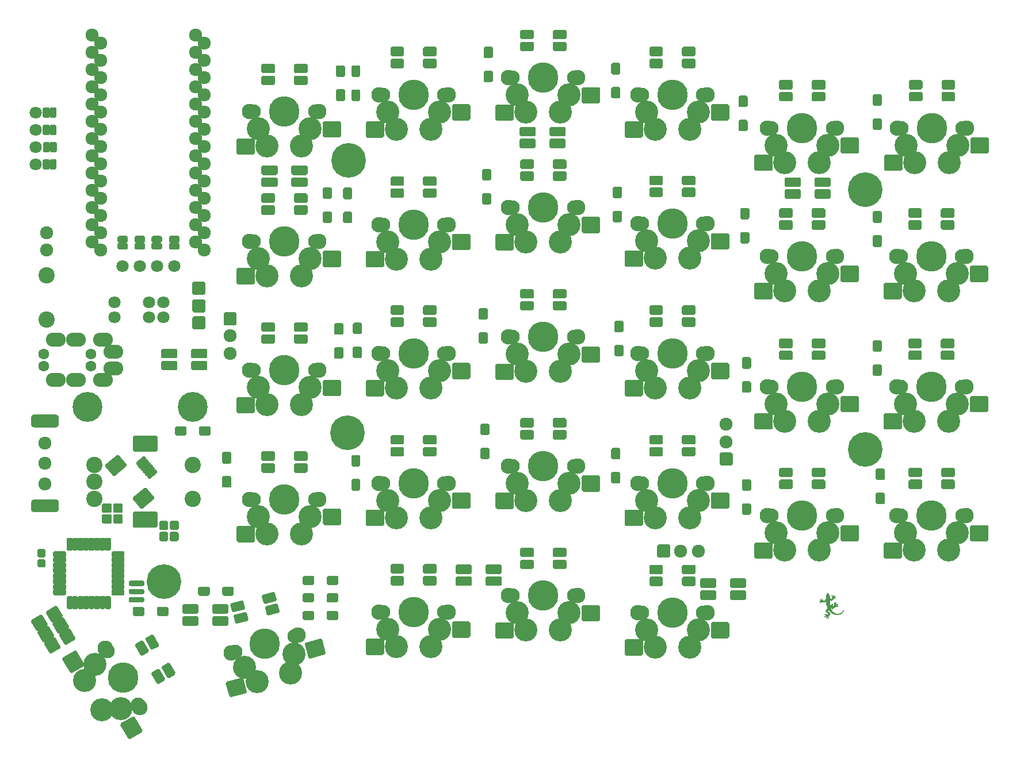
<source format=gbs>
G04 #@! TF.GenerationSoftware,KiCad,Pcbnew,5.1.10*
G04 #@! TF.CreationDate,2021-10-01T05:51:38+02:00*
G04 #@! TF.ProjectId,SofleKeyboard,536f666c-654b-4657-9962-6f6172642e6b,rev?*
G04 #@! TF.SameCoordinates,Original*
G04 #@! TF.FileFunction,Soldermask,Bot*
G04 #@! TF.FilePolarity,Negative*
%FSLAX46Y46*%
G04 Gerber Fmt 4.6, Leading zero omitted, Abs format (unit mm)*
G04 Created by KiCad (PCBNEW 5.1.10) date 2021-10-01 05:51:38*
%MOMM*%
%LPD*%
G01*
G04 APERTURE LIST*
%ADD10C,0.010000*%
%ADD11C,1.924000*%
%ADD12C,1.797000*%
%ADD13C,4.400000*%
%ADD14C,2.400000*%
%ADD15C,5.100000*%
%ADD16C,1.600000*%
%ADD17O,2.900000X2.100000*%
%ADD18C,3.400000*%
%ADD19C,4.500000*%
%ADD20C,2.100000*%
%ADD21C,2.300000*%
G04 APERTURE END LIST*
D10*
G36*
X200398682Y-120904032D02*
G01*
X200370434Y-120948878D01*
X200339394Y-121018368D01*
X200325722Y-121053363D01*
X200303156Y-121109544D01*
X200282259Y-121155842D01*
X200265261Y-121187691D01*
X200254388Y-121200526D01*
X200253875Y-121200595D01*
X200242487Y-121212147D01*
X200238008Y-121243160D01*
X200238000Y-121244792D01*
X200233003Y-121286612D01*
X200220730Y-121331809D01*
X200218292Y-121338243D01*
X200209920Y-121362436D01*
X200205574Y-121387074D01*
X200205222Y-121418171D01*
X200208835Y-121461743D01*
X200216384Y-121523805D01*
X200217342Y-121531171D01*
X200236102Y-121674841D01*
X200095128Y-121859995D01*
X200050145Y-121919074D01*
X200010675Y-121970909D01*
X199979213Y-122012224D01*
X199958252Y-122039744D01*
X199950326Y-122050143D01*
X199936296Y-122050137D01*
X199904396Y-122043278D01*
X199860616Y-122031427D01*
X199810942Y-122016447D01*
X199761363Y-122000200D01*
X199717868Y-121984549D01*
X199686444Y-121971356D01*
X199674624Y-121964398D01*
X199653898Y-121938792D01*
X199629151Y-121897920D01*
X199604154Y-121849484D01*
X199582676Y-121801187D01*
X199568489Y-121760730D01*
X199564900Y-121740268D01*
X199556739Y-121711887D01*
X199537361Y-121698151D01*
X199514426Y-121703704D01*
X199510390Y-121707230D01*
X199502289Y-121725419D01*
X199511244Y-121746844D01*
X199520510Y-121774125D01*
X199526078Y-121814532D01*
X199526800Y-121834571D01*
X199523054Y-121878386D01*
X199510299Y-121902353D01*
X199486268Y-121906956D01*
X199448689Y-121892678D01*
X199398155Y-121861918D01*
X199353450Y-121832694D01*
X199324994Y-121816692D01*
X199308243Y-121812548D01*
X199298653Y-121818898D01*
X199293168Y-121830396D01*
X199291387Y-121858223D01*
X199310657Y-121872436D01*
X199323283Y-121873700D01*
X199345777Y-121883822D01*
X199373193Y-121909034D01*
X199399304Y-121941604D01*
X199417882Y-121973800D01*
X199422828Y-121997289D01*
X199409425Y-122015955D01*
X199381210Y-122036072D01*
X199346608Y-122053490D01*
X199314045Y-122064061D01*
X199291945Y-122063635D01*
X199290285Y-122062560D01*
X199268412Y-122056743D01*
X199245731Y-122064223D01*
X199234903Y-122080685D01*
X199234895Y-122081433D01*
X199243263Y-122111269D01*
X199264293Y-122121722D01*
X199283050Y-122116311D01*
X199315059Y-122106136D01*
X199355843Y-122101960D01*
X199396957Y-122103474D01*
X199429955Y-122110373D01*
X199446352Y-122122245D01*
X199442176Y-122141525D01*
X199424006Y-122169735D01*
X199397855Y-122200156D01*
X199369735Y-122226069D01*
X199345659Y-122240755D01*
X199339190Y-122242000D01*
X199326499Y-122250785D01*
X199326030Y-122270531D01*
X199335536Y-122291321D01*
X199352772Y-122303239D01*
X199353076Y-122303299D01*
X199375276Y-122297040D01*
X199382713Y-122282805D01*
X199396838Y-122266503D01*
X199428698Y-122244374D01*
X199472227Y-122219464D01*
X199521362Y-122194819D01*
X199570037Y-122173484D01*
X199612187Y-122158507D01*
X199641304Y-122152933D01*
X199664951Y-122154720D01*
X199708189Y-122159741D01*
X199765515Y-122167294D01*
X199831427Y-122176677D01*
X199854206Y-122180069D01*
X199918814Y-122189436D01*
X199973812Y-122196728D01*
X200014656Y-122201395D01*
X200036802Y-122202888D01*
X200039418Y-122202461D01*
X200047150Y-122190453D01*
X200065703Y-122160898D01*
X200092541Y-122117852D01*
X200125132Y-122065373D01*
X200135967Y-122047887D01*
X200169719Y-121994209D01*
X200198652Y-121949739D01*
X200220250Y-121918227D01*
X200231996Y-121903425D01*
X200233282Y-121902847D01*
X200233779Y-121916252D01*
X200232775Y-121951575D01*
X200230431Y-122005393D01*
X200226908Y-122074278D01*
X200222370Y-122154805D01*
X200217805Y-122230310D01*
X200197707Y-122553150D01*
X200325765Y-122798899D01*
X200362854Y-122871453D01*
X200394926Y-122936857D01*
X200420395Y-122991654D01*
X200437679Y-123032389D01*
X200445192Y-123055605D01*
X200445086Y-123059249D01*
X200435350Y-123073371D01*
X200412897Y-123104880D01*
X200379981Y-123150643D01*
X200338858Y-123207531D01*
X200291783Y-123272410D01*
X200267070Y-123306386D01*
X200218262Y-123373707D01*
X200174707Y-123434305D01*
X200138569Y-123485125D01*
X200112013Y-123523114D01*
X200097203Y-123545217D01*
X200094872Y-123549381D01*
X200103814Y-123559580D01*
X200130480Y-123582363D01*
X200171993Y-123615460D01*
X200225475Y-123656601D01*
X200288047Y-123703513D01*
X200320550Y-123727476D01*
X200386842Y-123776368D01*
X200445882Y-123820442D01*
X200494696Y-123857436D01*
X200530314Y-123885088D01*
X200549763Y-123901136D01*
X200552476Y-123904032D01*
X200545229Y-123917292D01*
X200521520Y-123938562D01*
X200487225Y-123963763D01*
X200448223Y-123988821D01*
X200410392Y-124009657D01*
X200384050Y-124020839D01*
X200338164Y-124029922D01*
X200272106Y-124034321D01*
X200206250Y-124034175D01*
X200145093Y-124031721D01*
X200103724Y-124027641D01*
X200076538Y-124020895D01*
X200057930Y-124010443D01*
X200052285Y-124005604D01*
X200031698Y-123989050D01*
X200017432Y-123990003D01*
X200003929Y-124001885D01*
X199989905Y-124025517D01*
X199989620Y-124041726D01*
X199995957Y-124061187D01*
X199996700Y-124065488D01*
X200007769Y-124069205D01*
X200034469Y-124070798D01*
X200035223Y-124070800D01*
X200068523Y-124076577D01*
X200111650Y-124091359D01*
X200137607Y-124103161D01*
X200174477Y-124123540D01*
X200192957Y-124140044D01*
X200198187Y-124158357D01*
X200197510Y-124169379D01*
X200189345Y-124192615D01*
X200167546Y-124214699D01*
X200127248Y-124240414D01*
X200122502Y-124243095D01*
X200079605Y-124265607D01*
X200040828Y-124283330D01*
X200019128Y-124291067D01*
X199988914Y-124307217D01*
X199976520Y-124331960D01*
X199985336Y-124358159D01*
X200010264Y-124373852D01*
X200036412Y-124371340D01*
X200053396Y-124351630D01*
X200053420Y-124351557D01*
X200065561Y-124335989D01*
X200093766Y-124323518D01*
X200142650Y-124312119D01*
X200143811Y-124311899D01*
X200188800Y-124304096D01*
X200215854Y-124302285D01*
X200231851Y-124307023D01*
X200243666Y-124318867D01*
X200244582Y-124320067D01*
X200256588Y-124339540D01*
X200261914Y-124361828D01*
X200261224Y-124394397D01*
X200255471Y-124442609D01*
X200246295Y-124483200D01*
X200231566Y-124503337D01*
X200223693Y-124506700D01*
X200207346Y-124516329D01*
X200208827Y-124537066D01*
X200210780Y-124542693D01*
X200229482Y-124569723D01*
X200253416Y-124577086D01*
X200274892Y-124564570D01*
X200284142Y-124544699D01*
X200294467Y-124512443D01*
X200311004Y-124469388D01*
X200321801Y-124443925D01*
X200343506Y-124402148D01*
X200364600Y-124379869D01*
X200383093Y-124372674D01*
X200401062Y-124371182D01*
X200413576Y-124378440D01*
X200424448Y-124399456D01*
X200437491Y-124439235D01*
X200439923Y-124447305D01*
X200451485Y-124493116D01*
X200457604Y-124532470D01*
X200457219Y-124554780D01*
X200459364Y-124582634D01*
X200477007Y-124599417D01*
X200501559Y-124602110D01*
X200524427Y-124587697D01*
X200529387Y-124580133D01*
X200534642Y-124555782D01*
X200522148Y-124539370D01*
X200513189Y-124528222D01*
X200508115Y-124509795D01*
X200506549Y-124479159D01*
X200508114Y-124431383D01*
X200510631Y-124388811D01*
X200514137Y-124338646D01*
X200518783Y-124298358D01*
X200526652Y-124263756D01*
X200539827Y-124230648D01*
X200560389Y-124194843D01*
X200590422Y-124152149D01*
X200632009Y-124098374D01*
X200687233Y-124029327D01*
X200692522Y-124022744D01*
X200724207Y-123984556D01*
X200748419Y-123955072D01*
X200763940Y-123931175D01*
X200769555Y-123909746D01*
X200764048Y-123887667D01*
X200746202Y-123861818D01*
X200714802Y-123829081D01*
X200668632Y-123786338D01*
X200606475Y-123730471D01*
X200563352Y-123691490D01*
X200387054Y-123531215D01*
X200492117Y-123432707D01*
X200534554Y-123393541D01*
X200570210Y-123361801D01*
X200595078Y-123340976D01*
X200604916Y-123334448D01*
X200614460Y-123344630D01*
X200634102Y-123371920D01*
X200660673Y-123411764D01*
X200682034Y-123445224D01*
X200741092Y-123528294D01*
X200815742Y-123616610D01*
X200899314Y-123703183D01*
X200985140Y-123781026D01*
X201052686Y-123833560D01*
X201122406Y-123877960D01*
X201205824Y-123923371D01*
X201294379Y-123965697D01*
X201379512Y-124000837D01*
X201450850Y-124024214D01*
X201536598Y-124042799D01*
X201633428Y-124056921D01*
X201731482Y-124065588D01*
X201820897Y-124067808D01*
X201864133Y-124065816D01*
X202016028Y-124040813D01*
X202162582Y-123992030D01*
X202301703Y-123920877D01*
X202431298Y-123828765D01*
X202549276Y-123717106D01*
X202653546Y-123587309D01*
X202713517Y-123492950D01*
X202742790Y-123442150D01*
X202707554Y-123486600D01*
X202664556Y-123536400D01*
X202609239Y-123594071D01*
X202547225Y-123654340D01*
X202484138Y-123711931D01*
X202425601Y-123761569D01*
X202377237Y-123797981D01*
X202371600Y-123801721D01*
X202245176Y-123870651D01*
X202112029Y-123918911D01*
X201975949Y-123945852D01*
X201840726Y-123950823D01*
X201710149Y-123933173D01*
X201669045Y-123922369D01*
X201589275Y-123893860D01*
X201499007Y-123853771D01*
X201407416Y-123806592D01*
X201323675Y-123756812D01*
X201303663Y-123743550D01*
X201235204Y-123693689D01*
X201173883Y-123641145D01*
X201116659Y-123582288D01*
X201060488Y-123513490D01*
X201002330Y-123431122D01*
X200939141Y-123331556D01*
X200891846Y-123252344D01*
X200817800Y-123126039D01*
X200937475Y-123014936D01*
X200982251Y-122974694D01*
X201019949Y-122943325D01*
X201047049Y-122923572D01*
X201060033Y-122918175D01*
X201060612Y-122918991D01*
X201063064Y-122936795D01*
X201067286Y-122974592D01*
X201072716Y-123027084D01*
X201078788Y-123088971D01*
X201079662Y-123098129D01*
X201095250Y-123262109D01*
X201299052Y-123065576D01*
X201368065Y-122999500D01*
X201422106Y-122949121D01*
X201464080Y-122912089D01*
X201496893Y-122886058D01*
X201523450Y-122868680D01*
X201546657Y-122857608D01*
X201563249Y-122852132D01*
X201608900Y-122844084D01*
X201665441Y-122840868D01*
X201725859Y-122842064D01*
X201783143Y-122847253D01*
X201830281Y-122856016D01*
X201860263Y-122867934D01*
X201862931Y-122870043D01*
X201883564Y-122882646D01*
X201904041Y-122875093D01*
X201907144Y-122872883D01*
X201924869Y-122848751D01*
X201922059Y-122824377D01*
X201901259Y-122808520D01*
X201887849Y-122806509D01*
X201857992Y-122801155D01*
X201817757Y-122788243D01*
X201775521Y-122771207D01*
X201739660Y-122753477D01*
X201718549Y-122738486D01*
X201717079Y-122736536D01*
X201711706Y-122706468D01*
X201731487Y-122674683D01*
X201776246Y-122641400D01*
X201802846Y-122626828D01*
X201846133Y-122605441D01*
X201882810Y-122588466D01*
X201904875Y-122579602D01*
X201923089Y-122563337D01*
X201925620Y-122536868D01*
X201911860Y-122511239D01*
X201886202Y-122496845D01*
X201865284Y-122505471D01*
X201857715Y-122519935D01*
X201842035Y-122537818D01*
X201805346Y-122554069D01*
X201771134Y-122563859D01*
X201727794Y-122574226D01*
X201701505Y-122577600D01*
X201684810Y-122573658D01*
X201670251Y-122562075D01*
X201667477Y-122559347D01*
X201650729Y-122527710D01*
X201644282Y-122483250D01*
X201647785Y-122436065D01*
X201660888Y-122396249D01*
X201673713Y-122379664D01*
X201695731Y-122350124D01*
X201693593Y-122321306D01*
X201684730Y-122309509D01*
X201662197Y-122300544D01*
X201637720Y-122306461D01*
X201623057Y-122323549D01*
X201622302Y-122329206D01*
X201617439Y-122350947D01*
X201604716Y-122387628D01*
X201587726Y-122429325D01*
X201567687Y-122472297D01*
X201551789Y-122496435D01*
X201535673Y-122506838D01*
X201519885Y-122508700D01*
X201500593Y-122506006D01*
X201486971Y-122494183D01*
X201474837Y-122467615D01*
X201463835Y-122433438D01*
X201452711Y-122388956D01*
X201447255Y-122350878D01*
X201447978Y-122331672D01*
X201445173Y-122304694D01*
X201426489Y-122288385D01*
X201400696Y-122287270D01*
X201382942Y-122298115D01*
X201369497Y-122318616D01*
X201376492Y-122341045D01*
X201378074Y-122343632D01*
X201386015Y-122370301D01*
X201391323Y-122418609D01*
X201393631Y-122484894D01*
X201393700Y-122500131D01*
X201393700Y-122631608D01*
X201295542Y-122767758D01*
X201259737Y-122817889D01*
X201232930Y-122853877D01*
X201213377Y-122874241D01*
X201199338Y-122877498D01*
X201189070Y-122862168D01*
X201180831Y-122826767D01*
X201172880Y-122769814D01*
X201163474Y-122689826D01*
X201158977Y-122651575D01*
X201150573Y-122584901D01*
X201142524Y-122528172D01*
X201135513Y-122485697D01*
X201130224Y-122461783D01*
X201128292Y-122458104D01*
X201116972Y-122466297D01*
X201089830Y-122489038D01*
X201049816Y-122523761D01*
X200999878Y-122567903D01*
X200942965Y-122618897D01*
X200931185Y-122629530D01*
X200873615Y-122681288D01*
X200822808Y-122726453D01*
X200781619Y-122762530D01*
X200752903Y-122787023D01*
X200739515Y-122797436D01*
X200738917Y-122797601D01*
X200738669Y-122784505D01*
X200739909Y-122750703D01*
X200742419Y-122700832D01*
X200745982Y-122639527D01*
X200747411Y-122616650D01*
X200750971Y-122548195D01*
X200752378Y-122483160D01*
X200751458Y-122415824D01*
X200748035Y-122340471D01*
X200741936Y-122251382D01*
X200732984Y-122142839D01*
X200732899Y-122141862D01*
X200725780Y-122057940D01*
X200719745Y-121982878D01*
X200715052Y-121920233D01*
X200711960Y-121873560D01*
X200710727Y-121846417D01*
X200711012Y-121840954D01*
X200722911Y-121845274D01*
X200752534Y-121859906D01*
X200795527Y-121882606D01*
X200847535Y-121911130D01*
X200852083Y-121913667D01*
X200904551Y-121942523D01*
X200948275Y-121965695D01*
X200978931Y-121980956D01*
X200992197Y-121986078D01*
X200992384Y-121985975D01*
X201012673Y-121960222D01*
X201044600Y-121922131D01*
X201084851Y-121875416D01*
X201130114Y-121823791D01*
X201177074Y-121770970D01*
X201222420Y-121720667D01*
X201262837Y-121676596D01*
X201295012Y-121642470D01*
X201315633Y-121622004D01*
X201320628Y-121618026D01*
X201363934Y-121598180D01*
X201414328Y-121580003D01*
X201464920Y-121565384D01*
X201508821Y-121556210D01*
X201539143Y-121554370D01*
X201546142Y-121556222D01*
X201571121Y-121558383D01*
X201589990Y-121543098D01*
X201594323Y-121518218D01*
X201592724Y-121512834D01*
X201583761Y-121503451D01*
X201562816Y-121499194D01*
X201524833Y-121499504D01*
X201491626Y-121501660D01*
X201443423Y-121504864D01*
X201414705Y-121504548D01*
X201399653Y-121499407D01*
X201392447Y-121488136D01*
X201389706Y-121478797D01*
X201388787Y-121450641D01*
X201402215Y-121419205D01*
X201432369Y-121380287D01*
X201464694Y-121346352D01*
X201493510Y-121310940D01*
X201502254Y-121283914D01*
X201490760Y-121267707D01*
X201470299Y-121264100D01*
X201448594Y-121272952D01*
X201444478Y-121286325D01*
X201433728Y-121307368D01*
X201406809Y-121331479D01*
X201371663Y-121353735D01*
X201336235Y-121369215D01*
X201308464Y-121373000D01*
X201305673Y-121372326D01*
X201285541Y-121354677D01*
X201268212Y-121321074D01*
X201256625Y-121280960D01*
X201253722Y-121243780D01*
X201259225Y-121223141D01*
X201265240Y-121198657D01*
X201257711Y-121186530D01*
X201234824Y-121176958D01*
X201214085Y-121186782D01*
X201204517Y-121210944D01*
X201204663Y-121216273D01*
X201205747Y-121245843D01*
X201205672Y-121288178D01*
X201205176Y-121310243D01*
X201202076Y-121350675D01*
X201194331Y-121372301D01*
X201179545Y-121381617D01*
X201178767Y-121381826D01*
X201156212Y-121376149D01*
X201128007Y-121353866D01*
X201099873Y-121321085D01*
X201077534Y-121283913D01*
X201070565Y-121266350D01*
X201055069Y-121243779D01*
X201033964Y-121241134D01*
X201010547Y-121252634D01*
X201002679Y-121272096D01*
X201012457Y-121290056D01*
X201022070Y-121294792D01*
X201036615Y-121309956D01*
X201054483Y-121343496D01*
X201073371Y-121389017D01*
X201090975Y-121440127D01*
X201104991Y-121490432D01*
X201113115Y-121533538D01*
X201114248Y-121550606D01*
X201106347Y-121582520D01*
X201083771Y-121630604D01*
X201048112Y-121691517D01*
X201043770Y-121698371D01*
X200973345Y-121808792D01*
X200837448Y-121737703D01*
X200783962Y-121709472D01*
X200738738Y-121685129D01*
X200706536Y-121667270D01*
X200692119Y-121658489D01*
X200692111Y-121658482D01*
X200689221Y-121643248D01*
X200688666Y-121608246D01*
X200690395Y-121558997D01*
X200693489Y-121511748D01*
X200697900Y-121447974D01*
X200699095Y-121403072D01*
X200696653Y-121370671D01*
X200690156Y-121344398D01*
X200680982Y-121321798D01*
X200666004Y-121279579D01*
X200657856Y-121238687D01*
X200657379Y-121230106D01*
X200651030Y-121196906D01*
X200637070Y-121185656D01*
X200623731Y-121172905D01*
X200603123Y-121141243D01*
X200577912Y-121095136D01*
X200554984Y-121048200D01*
X200516293Y-120970369D01*
X200482944Y-120917000D01*
X200453310Y-120888130D01*
X200425765Y-120883795D01*
X200398682Y-120904032D01*
G37*
X200398682Y-120904032D02*
X200370434Y-120948878D01*
X200339394Y-121018368D01*
X200325722Y-121053363D01*
X200303156Y-121109544D01*
X200282259Y-121155842D01*
X200265261Y-121187691D01*
X200254388Y-121200526D01*
X200253875Y-121200595D01*
X200242487Y-121212147D01*
X200238008Y-121243160D01*
X200238000Y-121244792D01*
X200233003Y-121286612D01*
X200220730Y-121331809D01*
X200218292Y-121338243D01*
X200209920Y-121362436D01*
X200205574Y-121387074D01*
X200205222Y-121418171D01*
X200208835Y-121461743D01*
X200216384Y-121523805D01*
X200217342Y-121531171D01*
X200236102Y-121674841D01*
X200095128Y-121859995D01*
X200050145Y-121919074D01*
X200010675Y-121970909D01*
X199979213Y-122012224D01*
X199958252Y-122039744D01*
X199950326Y-122050143D01*
X199936296Y-122050137D01*
X199904396Y-122043278D01*
X199860616Y-122031427D01*
X199810942Y-122016447D01*
X199761363Y-122000200D01*
X199717868Y-121984549D01*
X199686444Y-121971356D01*
X199674624Y-121964398D01*
X199653898Y-121938792D01*
X199629151Y-121897920D01*
X199604154Y-121849484D01*
X199582676Y-121801187D01*
X199568489Y-121760730D01*
X199564900Y-121740268D01*
X199556739Y-121711887D01*
X199537361Y-121698151D01*
X199514426Y-121703704D01*
X199510390Y-121707230D01*
X199502289Y-121725419D01*
X199511244Y-121746844D01*
X199520510Y-121774125D01*
X199526078Y-121814532D01*
X199526800Y-121834571D01*
X199523054Y-121878386D01*
X199510299Y-121902353D01*
X199486268Y-121906956D01*
X199448689Y-121892678D01*
X199398155Y-121861918D01*
X199353450Y-121832694D01*
X199324994Y-121816692D01*
X199308243Y-121812548D01*
X199298653Y-121818898D01*
X199293168Y-121830396D01*
X199291387Y-121858223D01*
X199310657Y-121872436D01*
X199323283Y-121873700D01*
X199345777Y-121883822D01*
X199373193Y-121909034D01*
X199399304Y-121941604D01*
X199417882Y-121973800D01*
X199422828Y-121997289D01*
X199409425Y-122015955D01*
X199381210Y-122036072D01*
X199346608Y-122053490D01*
X199314045Y-122064061D01*
X199291945Y-122063635D01*
X199290285Y-122062560D01*
X199268412Y-122056743D01*
X199245731Y-122064223D01*
X199234903Y-122080685D01*
X199234895Y-122081433D01*
X199243263Y-122111269D01*
X199264293Y-122121722D01*
X199283050Y-122116311D01*
X199315059Y-122106136D01*
X199355843Y-122101960D01*
X199396957Y-122103474D01*
X199429955Y-122110373D01*
X199446352Y-122122245D01*
X199442176Y-122141525D01*
X199424006Y-122169735D01*
X199397855Y-122200156D01*
X199369735Y-122226069D01*
X199345659Y-122240755D01*
X199339190Y-122242000D01*
X199326499Y-122250785D01*
X199326030Y-122270531D01*
X199335536Y-122291321D01*
X199352772Y-122303239D01*
X199353076Y-122303299D01*
X199375276Y-122297040D01*
X199382713Y-122282805D01*
X199396838Y-122266503D01*
X199428698Y-122244374D01*
X199472227Y-122219464D01*
X199521362Y-122194819D01*
X199570037Y-122173484D01*
X199612187Y-122158507D01*
X199641304Y-122152933D01*
X199664951Y-122154720D01*
X199708189Y-122159741D01*
X199765515Y-122167294D01*
X199831427Y-122176677D01*
X199854206Y-122180069D01*
X199918814Y-122189436D01*
X199973812Y-122196728D01*
X200014656Y-122201395D01*
X200036802Y-122202888D01*
X200039418Y-122202461D01*
X200047150Y-122190453D01*
X200065703Y-122160898D01*
X200092541Y-122117852D01*
X200125132Y-122065373D01*
X200135967Y-122047887D01*
X200169719Y-121994209D01*
X200198652Y-121949739D01*
X200220250Y-121918227D01*
X200231996Y-121903425D01*
X200233282Y-121902847D01*
X200233779Y-121916252D01*
X200232775Y-121951575D01*
X200230431Y-122005393D01*
X200226908Y-122074278D01*
X200222370Y-122154805D01*
X200217805Y-122230310D01*
X200197707Y-122553150D01*
X200325765Y-122798899D01*
X200362854Y-122871453D01*
X200394926Y-122936857D01*
X200420395Y-122991654D01*
X200437679Y-123032389D01*
X200445192Y-123055605D01*
X200445086Y-123059249D01*
X200435350Y-123073371D01*
X200412897Y-123104880D01*
X200379981Y-123150643D01*
X200338858Y-123207531D01*
X200291783Y-123272410D01*
X200267070Y-123306386D01*
X200218262Y-123373707D01*
X200174707Y-123434305D01*
X200138569Y-123485125D01*
X200112013Y-123523114D01*
X200097203Y-123545217D01*
X200094872Y-123549381D01*
X200103814Y-123559580D01*
X200130480Y-123582363D01*
X200171993Y-123615460D01*
X200225475Y-123656601D01*
X200288047Y-123703513D01*
X200320550Y-123727476D01*
X200386842Y-123776368D01*
X200445882Y-123820442D01*
X200494696Y-123857436D01*
X200530314Y-123885088D01*
X200549763Y-123901136D01*
X200552476Y-123904032D01*
X200545229Y-123917292D01*
X200521520Y-123938562D01*
X200487225Y-123963763D01*
X200448223Y-123988821D01*
X200410392Y-124009657D01*
X200384050Y-124020839D01*
X200338164Y-124029922D01*
X200272106Y-124034321D01*
X200206250Y-124034175D01*
X200145093Y-124031721D01*
X200103724Y-124027641D01*
X200076538Y-124020895D01*
X200057930Y-124010443D01*
X200052285Y-124005604D01*
X200031698Y-123989050D01*
X200017432Y-123990003D01*
X200003929Y-124001885D01*
X199989905Y-124025517D01*
X199989620Y-124041726D01*
X199995957Y-124061187D01*
X199996700Y-124065488D01*
X200007769Y-124069205D01*
X200034469Y-124070798D01*
X200035223Y-124070800D01*
X200068523Y-124076577D01*
X200111650Y-124091359D01*
X200137607Y-124103161D01*
X200174477Y-124123540D01*
X200192957Y-124140044D01*
X200198187Y-124158357D01*
X200197510Y-124169379D01*
X200189345Y-124192615D01*
X200167546Y-124214699D01*
X200127248Y-124240414D01*
X200122502Y-124243095D01*
X200079605Y-124265607D01*
X200040828Y-124283330D01*
X200019128Y-124291067D01*
X199988914Y-124307217D01*
X199976520Y-124331960D01*
X199985336Y-124358159D01*
X200010264Y-124373852D01*
X200036412Y-124371340D01*
X200053396Y-124351630D01*
X200053420Y-124351557D01*
X200065561Y-124335989D01*
X200093766Y-124323518D01*
X200142650Y-124312119D01*
X200143811Y-124311899D01*
X200188800Y-124304096D01*
X200215854Y-124302285D01*
X200231851Y-124307023D01*
X200243666Y-124318867D01*
X200244582Y-124320067D01*
X200256588Y-124339540D01*
X200261914Y-124361828D01*
X200261224Y-124394397D01*
X200255471Y-124442609D01*
X200246295Y-124483200D01*
X200231566Y-124503337D01*
X200223693Y-124506700D01*
X200207346Y-124516329D01*
X200208827Y-124537066D01*
X200210780Y-124542693D01*
X200229482Y-124569723D01*
X200253416Y-124577086D01*
X200274892Y-124564570D01*
X200284142Y-124544699D01*
X200294467Y-124512443D01*
X200311004Y-124469388D01*
X200321801Y-124443925D01*
X200343506Y-124402148D01*
X200364600Y-124379869D01*
X200383093Y-124372674D01*
X200401062Y-124371182D01*
X200413576Y-124378440D01*
X200424448Y-124399456D01*
X200437491Y-124439235D01*
X200439923Y-124447305D01*
X200451485Y-124493116D01*
X200457604Y-124532470D01*
X200457219Y-124554780D01*
X200459364Y-124582634D01*
X200477007Y-124599417D01*
X200501559Y-124602110D01*
X200524427Y-124587697D01*
X200529387Y-124580133D01*
X200534642Y-124555782D01*
X200522148Y-124539370D01*
X200513189Y-124528222D01*
X200508115Y-124509795D01*
X200506549Y-124479159D01*
X200508114Y-124431383D01*
X200510631Y-124388811D01*
X200514137Y-124338646D01*
X200518783Y-124298358D01*
X200526652Y-124263756D01*
X200539827Y-124230648D01*
X200560389Y-124194843D01*
X200590422Y-124152149D01*
X200632009Y-124098374D01*
X200687233Y-124029327D01*
X200692522Y-124022744D01*
X200724207Y-123984556D01*
X200748419Y-123955072D01*
X200763940Y-123931175D01*
X200769555Y-123909746D01*
X200764048Y-123887667D01*
X200746202Y-123861818D01*
X200714802Y-123829081D01*
X200668632Y-123786338D01*
X200606475Y-123730471D01*
X200563352Y-123691490D01*
X200387054Y-123531215D01*
X200492117Y-123432707D01*
X200534554Y-123393541D01*
X200570210Y-123361801D01*
X200595078Y-123340976D01*
X200604916Y-123334448D01*
X200614460Y-123344630D01*
X200634102Y-123371920D01*
X200660673Y-123411764D01*
X200682034Y-123445224D01*
X200741092Y-123528294D01*
X200815742Y-123616610D01*
X200899314Y-123703183D01*
X200985140Y-123781026D01*
X201052686Y-123833560D01*
X201122406Y-123877960D01*
X201205824Y-123923371D01*
X201294379Y-123965697D01*
X201379512Y-124000837D01*
X201450850Y-124024214D01*
X201536598Y-124042799D01*
X201633428Y-124056921D01*
X201731482Y-124065588D01*
X201820897Y-124067808D01*
X201864133Y-124065816D01*
X202016028Y-124040813D01*
X202162582Y-123992030D01*
X202301703Y-123920877D01*
X202431298Y-123828765D01*
X202549276Y-123717106D01*
X202653546Y-123587309D01*
X202713517Y-123492950D01*
X202742790Y-123442150D01*
X202707554Y-123486600D01*
X202664556Y-123536400D01*
X202609239Y-123594071D01*
X202547225Y-123654340D01*
X202484138Y-123711931D01*
X202425601Y-123761569D01*
X202377237Y-123797981D01*
X202371600Y-123801721D01*
X202245176Y-123870651D01*
X202112029Y-123918911D01*
X201975949Y-123945852D01*
X201840726Y-123950823D01*
X201710149Y-123933173D01*
X201669045Y-123922369D01*
X201589275Y-123893860D01*
X201499007Y-123853771D01*
X201407416Y-123806592D01*
X201323675Y-123756812D01*
X201303663Y-123743550D01*
X201235204Y-123693689D01*
X201173883Y-123641145D01*
X201116659Y-123582288D01*
X201060488Y-123513490D01*
X201002330Y-123431122D01*
X200939141Y-123331556D01*
X200891846Y-123252344D01*
X200817800Y-123126039D01*
X200937475Y-123014936D01*
X200982251Y-122974694D01*
X201019949Y-122943325D01*
X201047049Y-122923572D01*
X201060033Y-122918175D01*
X201060612Y-122918991D01*
X201063064Y-122936795D01*
X201067286Y-122974592D01*
X201072716Y-123027084D01*
X201078788Y-123088971D01*
X201079662Y-123098129D01*
X201095250Y-123262109D01*
X201299052Y-123065576D01*
X201368065Y-122999500D01*
X201422106Y-122949121D01*
X201464080Y-122912089D01*
X201496893Y-122886058D01*
X201523450Y-122868680D01*
X201546657Y-122857608D01*
X201563249Y-122852132D01*
X201608900Y-122844084D01*
X201665441Y-122840868D01*
X201725859Y-122842064D01*
X201783143Y-122847253D01*
X201830281Y-122856016D01*
X201860263Y-122867934D01*
X201862931Y-122870043D01*
X201883564Y-122882646D01*
X201904041Y-122875093D01*
X201907144Y-122872883D01*
X201924869Y-122848751D01*
X201922059Y-122824377D01*
X201901259Y-122808520D01*
X201887849Y-122806509D01*
X201857992Y-122801155D01*
X201817757Y-122788243D01*
X201775521Y-122771207D01*
X201739660Y-122753477D01*
X201718549Y-122738486D01*
X201717079Y-122736536D01*
X201711706Y-122706468D01*
X201731487Y-122674683D01*
X201776246Y-122641400D01*
X201802846Y-122626828D01*
X201846133Y-122605441D01*
X201882810Y-122588466D01*
X201904875Y-122579602D01*
X201923089Y-122563337D01*
X201925620Y-122536868D01*
X201911860Y-122511239D01*
X201886202Y-122496845D01*
X201865284Y-122505471D01*
X201857715Y-122519935D01*
X201842035Y-122537818D01*
X201805346Y-122554069D01*
X201771134Y-122563859D01*
X201727794Y-122574226D01*
X201701505Y-122577600D01*
X201684810Y-122573658D01*
X201670251Y-122562075D01*
X201667477Y-122559347D01*
X201650729Y-122527710D01*
X201644282Y-122483250D01*
X201647785Y-122436065D01*
X201660888Y-122396249D01*
X201673713Y-122379664D01*
X201695731Y-122350124D01*
X201693593Y-122321306D01*
X201684730Y-122309509D01*
X201662197Y-122300544D01*
X201637720Y-122306461D01*
X201623057Y-122323549D01*
X201622302Y-122329206D01*
X201617439Y-122350947D01*
X201604716Y-122387628D01*
X201587726Y-122429325D01*
X201567687Y-122472297D01*
X201551789Y-122496435D01*
X201535673Y-122506838D01*
X201519885Y-122508700D01*
X201500593Y-122506006D01*
X201486971Y-122494183D01*
X201474837Y-122467615D01*
X201463835Y-122433438D01*
X201452711Y-122388956D01*
X201447255Y-122350878D01*
X201447978Y-122331672D01*
X201445173Y-122304694D01*
X201426489Y-122288385D01*
X201400696Y-122287270D01*
X201382942Y-122298115D01*
X201369497Y-122318616D01*
X201376492Y-122341045D01*
X201378074Y-122343632D01*
X201386015Y-122370301D01*
X201391323Y-122418609D01*
X201393631Y-122484894D01*
X201393700Y-122500131D01*
X201393700Y-122631608D01*
X201295542Y-122767758D01*
X201259737Y-122817889D01*
X201232930Y-122853877D01*
X201213377Y-122874241D01*
X201199338Y-122877498D01*
X201189070Y-122862168D01*
X201180831Y-122826767D01*
X201172880Y-122769814D01*
X201163474Y-122689826D01*
X201158977Y-122651575D01*
X201150573Y-122584901D01*
X201142524Y-122528172D01*
X201135513Y-122485697D01*
X201130224Y-122461783D01*
X201128292Y-122458104D01*
X201116972Y-122466297D01*
X201089830Y-122489038D01*
X201049816Y-122523761D01*
X200999878Y-122567903D01*
X200942965Y-122618897D01*
X200931185Y-122629530D01*
X200873615Y-122681288D01*
X200822808Y-122726453D01*
X200781619Y-122762530D01*
X200752903Y-122787023D01*
X200739515Y-122797436D01*
X200738917Y-122797601D01*
X200738669Y-122784505D01*
X200739909Y-122750703D01*
X200742419Y-122700832D01*
X200745982Y-122639527D01*
X200747411Y-122616650D01*
X200750971Y-122548195D01*
X200752378Y-122483160D01*
X200751458Y-122415824D01*
X200748035Y-122340471D01*
X200741936Y-122251382D01*
X200732984Y-122142839D01*
X200732899Y-122141862D01*
X200725780Y-122057940D01*
X200719745Y-121982878D01*
X200715052Y-121920233D01*
X200711960Y-121873560D01*
X200710727Y-121846417D01*
X200711012Y-121840954D01*
X200722911Y-121845274D01*
X200752534Y-121859906D01*
X200795527Y-121882606D01*
X200847535Y-121911130D01*
X200852083Y-121913667D01*
X200904551Y-121942523D01*
X200948275Y-121965695D01*
X200978931Y-121980956D01*
X200992197Y-121986078D01*
X200992384Y-121985975D01*
X201012673Y-121960222D01*
X201044600Y-121922131D01*
X201084851Y-121875416D01*
X201130114Y-121823791D01*
X201177074Y-121770970D01*
X201222420Y-121720667D01*
X201262837Y-121676596D01*
X201295012Y-121642470D01*
X201315633Y-121622004D01*
X201320628Y-121618026D01*
X201363934Y-121598180D01*
X201414328Y-121580003D01*
X201464920Y-121565384D01*
X201508821Y-121556210D01*
X201539143Y-121554370D01*
X201546142Y-121556222D01*
X201571121Y-121558383D01*
X201589990Y-121543098D01*
X201594323Y-121518218D01*
X201592724Y-121512834D01*
X201583761Y-121503451D01*
X201562816Y-121499194D01*
X201524833Y-121499504D01*
X201491626Y-121501660D01*
X201443423Y-121504864D01*
X201414705Y-121504548D01*
X201399653Y-121499407D01*
X201392447Y-121488136D01*
X201389706Y-121478797D01*
X201388787Y-121450641D01*
X201402215Y-121419205D01*
X201432369Y-121380287D01*
X201464694Y-121346352D01*
X201493510Y-121310940D01*
X201502254Y-121283914D01*
X201490760Y-121267707D01*
X201470299Y-121264100D01*
X201448594Y-121272952D01*
X201444478Y-121286325D01*
X201433728Y-121307368D01*
X201406809Y-121331479D01*
X201371663Y-121353735D01*
X201336235Y-121369215D01*
X201308464Y-121373000D01*
X201305673Y-121372326D01*
X201285541Y-121354677D01*
X201268212Y-121321074D01*
X201256625Y-121280960D01*
X201253722Y-121243780D01*
X201259225Y-121223141D01*
X201265240Y-121198657D01*
X201257711Y-121186530D01*
X201234824Y-121176958D01*
X201214085Y-121186782D01*
X201204517Y-121210944D01*
X201204663Y-121216273D01*
X201205747Y-121245843D01*
X201205672Y-121288178D01*
X201205176Y-121310243D01*
X201202076Y-121350675D01*
X201194331Y-121372301D01*
X201179545Y-121381617D01*
X201178767Y-121381826D01*
X201156212Y-121376149D01*
X201128007Y-121353866D01*
X201099873Y-121321085D01*
X201077534Y-121283913D01*
X201070565Y-121266350D01*
X201055069Y-121243779D01*
X201033964Y-121241134D01*
X201010547Y-121252634D01*
X201002679Y-121272096D01*
X201012457Y-121290056D01*
X201022070Y-121294792D01*
X201036615Y-121309956D01*
X201054483Y-121343496D01*
X201073371Y-121389017D01*
X201090975Y-121440127D01*
X201104991Y-121490432D01*
X201113115Y-121533538D01*
X201114248Y-121550606D01*
X201106347Y-121582520D01*
X201083771Y-121630604D01*
X201048112Y-121691517D01*
X201043770Y-121698371D01*
X200973345Y-121808792D01*
X200837448Y-121737703D01*
X200783962Y-121709472D01*
X200738738Y-121685129D01*
X200706536Y-121667270D01*
X200692119Y-121658489D01*
X200692111Y-121658482D01*
X200689221Y-121643248D01*
X200688666Y-121608246D01*
X200690395Y-121558997D01*
X200693489Y-121511748D01*
X200697900Y-121447974D01*
X200699095Y-121403072D01*
X200696653Y-121370671D01*
X200690156Y-121344398D01*
X200680982Y-121321798D01*
X200666004Y-121279579D01*
X200657856Y-121238687D01*
X200657379Y-121230106D01*
X200651030Y-121196906D01*
X200637070Y-121185656D01*
X200623731Y-121172905D01*
X200603123Y-121141243D01*
X200577912Y-121095136D01*
X200554984Y-121048200D01*
X200516293Y-120970369D01*
X200482944Y-120917000D01*
X200453310Y-120888130D01*
X200425765Y-120883795D01*
X200398682Y-120904032D01*
G36*
G01*
X88077589Y-128460911D02*
X87315589Y-127141089D01*
G75*
G02*
X87388794Y-126867884I173205J100000D01*
G01*
X88708616Y-126105884D01*
G75*
G02*
X88981821Y-126179089I100000J-173205D01*
G01*
X89743821Y-127498911D01*
G75*
G02*
X89670616Y-127772116I-173205J-100000D01*
G01*
X88350794Y-128534116D01*
G75*
G02*
X88077589Y-128460911I-100000J173205D01*
G01*
G37*
G36*
G01*
X85877884Y-129730911D02*
X85115884Y-128411089D01*
G75*
G02*
X85189089Y-128137884I173205J100000D01*
G01*
X86508911Y-127375884D01*
G75*
G02*
X86782116Y-127449089I100000J-173205D01*
G01*
X87544116Y-128768911D01*
G75*
G02*
X87470911Y-129042116I-173205J-100000D01*
G01*
X86151089Y-129804116D01*
G75*
G02*
X85877884Y-129730911I-100000J173205D01*
G01*
G37*
G36*
G01*
X87125089Y-126811133D02*
X86363089Y-125491311D01*
G75*
G02*
X86436294Y-125218106I173205J100000D01*
G01*
X87756116Y-124456106D01*
G75*
G02*
X88029321Y-124529311I100000J-173205D01*
G01*
X88791321Y-125849133D01*
G75*
G02*
X88718116Y-126122338I-173205J-100000D01*
G01*
X87398294Y-126884338D01*
G75*
G02*
X87125089Y-126811133I-100000J173205D01*
G01*
G37*
G36*
G01*
X86172589Y-125161355D02*
X85410589Y-123841533D01*
G75*
G02*
X85483794Y-123568328I173205J100000D01*
G01*
X86803616Y-122806328D01*
G75*
G02*
X87076821Y-122879533I100000J-173205D01*
G01*
X87838821Y-124199355D01*
G75*
G02*
X87765616Y-124472560I-173205J-100000D01*
G01*
X86445794Y-125234560D01*
G75*
G02*
X86172589Y-125161355I-100000J173205D01*
G01*
G37*
G36*
G01*
X84925384Y-128081133D02*
X84163384Y-126761311D01*
G75*
G02*
X84236589Y-126488106I173205J100000D01*
G01*
X85556411Y-125726106D01*
G75*
G02*
X85829616Y-125799311I100000J-173205D01*
G01*
X86591616Y-127119133D01*
G75*
G02*
X86518411Y-127392338I-173205J-100000D01*
G01*
X85198589Y-128154338D01*
G75*
G02*
X84925384Y-128081133I-100000J173205D01*
G01*
G37*
G36*
G01*
X83972884Y-126431355D02*
X83210884Y-125111533D01*
G75*
G02*
X83284089Y-124838328I173205J100000D01*
G01*
X84603911Y-124076328D01*
G75*
G02*
X84877116Y-124149533I100000J-173205D01*
G01*
X85639116Y-125469355D01*
G75*
G02*
X85565911Y-125742560I-173205J-100000D01*
G01*
X84246089Y-126504560D01*
G75*
G02*
X83972884Y-126431355I-100000J173205D01*
G01*
G37*
D11*
X85248000Y-98800000D03*
X85248000Y-101800000D03*
X85248000Y-104800000D03*
G36*
G01*
X83667000Y-94588000D02*
X86829000Y-94588000D01*
G75*
G02*
X87310000Y-95069000I0J-481000D01*
G01*
X87310000Y-96031000D01*
G75*
G02*
X86829000Y-96512000I-481000J0D01*
G01*
X83667000Y-96512000D01*
G75*
G02*
X83186000Y-96031000I0J481000D01*
G01*
X83186000Y-95069000D01*
G75*
G02*
X83667000Y-94588000I481000J0D01*
G01*
G37*
G36*
G01*
X83667000Y-107088000D02*
X86829000Y-107088000D01*
G75*
G02*
X87310000Y-107569000I0J-481000D01*
G01*
X87310000Y-108531000D01*
G75*
G02*
X86829000Y-109012000I-481000J0D01*
G01*
X83667000Y-109012000D01*
G75*
G02*
X83186000Y-108531000I0J481000D01*
G01*
X83186000Y-107569000D01*
G75*
G02*
X83667000Y-107088000I481000J0D01*
G01*
G37*
G36*
G01*
X97770000Y-120280000D02*
X99670000Y-120280000D01*
G75*
G02*
X99870000Y-120480000I0J-200000D01*
G01*
X99870000Y-120880000D01*
G75*
G02*
X99670000Y-121080000I-200000J0D01*
G01*
X97770000Y-121080000D01*
G75*
G02*
X97570000Y-120880000I0J200000D01*
G01*
X97570000Y-120480000D01*
G75*
G02*
X97770000Y-120280000I200000J0D01*
G01*
G37*
G36*
G01*
X97770000Y-119080000D02*
X99670000Y-119080000D01*
G75*
G02*
X99870000Y-119280000I0J-200000D01*
G01*
X99870000Y-119680000D01*
G75*
G02*
X99670000Y-119880000I-200000J0D01*
G01*
X97770000Y-119880000D01*
G75*
G02*
X97570000Y-119680000I0J200000D01*
G01*
X97570000Y-119280000D01*
G75*
G02*
X97770000Y-119080000I200000J0D01*
G01*
G37*
G36*
G01*
X97770000Y-121480000D02*
X99670000Y-121480000D01*
G75*
G02*
X99870000Y-121680000I0J-200000D01*
G01*
X99870000Y-122080000D01*
G75*
G02*
X99670000Y-122280000I-200000J0D01*
G01*
X97770000Y-122280000D01*
G75*
G02*
X97570000Y-122080000I0J200000D01*
G01*
X97570000Y-121680000D01*
G75*
G02*
X97770000Y-121480000I200000J0D01*
G01*
G37*
G36*
G01*
X97249716Y-102235583D02*
X95564418Y-103649715D01*
G75*
G02*
X95282651Y-103625064I-128558J153209D01*
G01*
X94125633Y-102246184D01*
G75*
G02*
X94150284Y-101964417I153209J128558D01*
G01*
X95835582Y-100550285D01*
G75*
G02*
X96117349Y-100574936I128558J-153209D01*
G01*
X97274367Y-101953816D01*
G75*
G02*
X97249716Y-102235583I-153209J-128558D01*
G01*
G37*
G36*
G01*
X101098027Y-102465795D02*
X100102169Y-103301419D01*
G75*
G02*
X99820402Y-103276768I-128558J153209D01*
G01*
X99627566Y-103046954D01*
G75*
G02*
X99652217Y-102765187I153209J128558D01*
G01*
X100648075Y-101929563D01*
G75*
G02*
X100929842Y-101954214I128558J-153209D01*
G01*
X101122678Y-102184028D01*
G75*
G02*
X101098027Y-102465795I-153209J-128558D01*
G01*
G37*
G36*
G01*
X101740815Y-103231840D02*
X100744957Y-104067464D01*
G75*
G02*
X100463190Y-104042813I-128558J153209D01*
G01*
X100270354Y-103812999D01*
G75*
G02*
X100295005Y-103531232I153209J128558D01*
G01*
X101290863Y-102695608D01*
G75*
G02*
X101572630Y-102720259I128558J-153209D01*
G01*
X101765466Y-102950073D01*
G75*
G02*
X101740815Y-103231840I-153209J-128558D01*
G01*
G37*
G36*
G01*
X100776633Y-102082773D02*
X99780775Y-102918397D01*
G75*
G02*
X99499008Y-102893746I-128558J153209D01*
G01*
X99306172Y-102663932D01*
G75*
G02*
X99330823Y-102382165I153209J128558D01*
G01*
X100326681Y-101546541D01*
G75*
G02*
X100608448Y-101571192I128558J-153209D01*
G01*
X100801284Y-101801006D01*
G75*
G02*
X100776633Y-102082773I-153209J-128558D01*
G01*
G37*
G36*
G01*
X100455240Y-101699751D02*
X99459382Y-102535375D01*
G75*
G02*
X99177615Y-102510724I-128558J153209D01*
G01*
X98984779Y-102280910D01*
G75*
G02*
X99009430Y-101999143I153209J128558D01*
G01*
X100005288Y-101163519D01*
G75*
G02*
X100287055Y-101188170I128558J-153209D01*
G01*
X100479891Y-101417984D01*
G75*
G02*
X100455240Y-101699751I-153209J-128558D01*
G01*
G37*
G36*
G01*
X101299278Y-107061663D02*
X99613980Y-108475795D01*
G75*
G02*
X99332213Y-108451144I-128558J153209D01*
G01*
X98175195Y-107072264D01*
G75*
G02*
X98199846Y-106790497I153209J128558D01*
G01*
X99885144Y-105376365D01*
G75*
G02*
X100166911Y-105401016I128558J-153209D01*
G01*
X101323929Y-106779896D01*
G75*
G02*
X101299278Y-107061663I-153209J-128558D01*
G01*
G37*
G36*
G01*
X101419421Y-102848818D02*
X100423563Y-103684442D01*
G75*
G02*
X100141796Y-103659791I-128558J153209D01*
G01*
X99948960Y-103429977D01*
G75*
G02*
X99973611Y-103148210I153209J128558D01*
G01*
X100969469Y-102312586D01*
G75*
G02*
X101251236Y-102337237I128558J-153209D01*
G01*
X101444072Y-102567051D01*
G75*
G02*
X101419421Y-102848818I-153209J-128558D01*
G01*
G37*
G36*
G01*
X100133846Y-101316729D02*
X99137988Y-102152353D01*
G75*
G02*
X98856221Y-102127702I-128558J153209D01*
G01*
X98663385Y-101897888D01*
G75*
G02*
X98688036Y-101616121I153209J128558D01*
G01*
X99683894Y-100780497D01*
G75*
G02*
X99965661Y-100805148I128558J-153209D01*
G01*
X100158497Y-101034962D01*
G75*
G02*
X100133846Y-101316729I-153209J-128558D01*
G01*
G37*
G36*
G01*
X96950000Y-114925000D02*
X96950000Y-115475000D01*
G75*
G02*
X96750000Y-115675000I-200000J0D01*
G01*
X95250000Y-115675000D01*
G75*
G02*
X95050000Y-115475000I0J200000D01*
G01*
X95050000Y-114925000D01*
G75*
G02*
X95250000Y-114725000I200000J0D01*
G01*
X96750000Y-114725000D01*
G75*
G02*
X96950000Y-114925000I0J-200000D01*
G01*
G37*
G36*
G01*
X96950000Y-115725000D02*
X96950000Y-116275000D01*
G75*
G02*
X96750000Y-116475000I-200000J0D01*
G01*
X95250000Y-116475000D01*
G75*
G02*
X95050000Y-116275000I0J200000D01*
G01*
X95050000Y-115725000D01*
G75*
G02*
X95250000Y-115525000I200000J0D01*
G01*
X96750000Y-115525000D01*
G75*
G02*
X96950000Y-115725000I0J-200000D01*
G01*
G37*
G36*
G01*
X96950000Y-116525000D02*
X96950000Y-117075000D01*
G75*
G02*
X96750000Y-117275000I-200000J0D01*
G01*
X95250000Y-117275000D01*
G75*
G02*
X95050000Y-117075000I0J200000D01*
G01*
X95050000Y-116525000D01*
G75*
G02*
X95250000Y-116325000I200000J0D01*
G01*
X96750000Y-116325000D01*
G75*
G02*
X96950000Y-116525000I0J-200000D01*
G01*
G37*
G36*
G01*
X96950000Y-117325000D02*
X96950000Y-117875000D01*
G75*
G02*
X96750000Y-118075000I-200000J0D01*
G01*
X95250000Y-118075000D01*
G75*
G02*
X95050000Y-117875000I0J200000D01*
G01*
X95050000Y-117325000D01*
G75*
G02*
X95250000Y-117125000I200000J0D01*
G01*
X96750000Y-117125000D01*
G75*
G02*
X96950000Y-117325000I0J-200000D01*
G01*
G37*
G36*
G01*
X96950000Y-118125000D02*
X96950000Y-118675000D01*
G75*
G02*
X96750000Y-118875000I-200000J0D01*
G01*
X95250000Y-118875000D01*
G75*
G02*
X95050000Y-118675000I0J200000D01*
G01*
X95050000Y-118125000D01*
G75*
G02*
X95250000Y-117925000I200000J0D01*
G01*
X96750000Y-117925000D01*
G75*
G02*
X96950000Y-118125000I0J-200000D01*
G01*
G37*
G36*
G01*
X96950000Y-118925000D02*
X96950000Y-119475000D01*
G75*
G02*
X96750000Y-119675000I-200000J0D01*
G01*
X95250000Y-119675000D01*
G75*
G02*
X95050000Y-119475000I0J200000D01*
G01*
X95050000Y-118925000D01*
G75*
G02*
X95250000Y-118725000I200000J0D01*
G01*
X96750000Y-118725000D01*
G75*
G02*
X96950000Y-118925000I0J-200000D01*
G01*
G37*
G36*
G01*
X96950000Y-119725000D02*
X96950000Y-120275000D01*
G75*
G02*
X96750000Y-120475000I-200000J0D01*
G01*
X95250000Y-120475000D01*
G75*
G02*
X95050000Y-120275000I0J200000D01*
G01*
X95050000Y-119725000D01*
G75*
G02*
X95250000Y-119525000I200000J0D01*
G01*
X96750000Y-119525000D01*
G75*
G02*
X96950000Y-119725000I0J-200000D01*
G01*
G37*
G36*
G01*
X96950000Y-120525000D02*
X96950000Y-121075000D01*
G75*
G02*
X96750000Y-121275000I-200000J0D01*
G01*
X95250000Y-121275000D01*
G75*
G02*
X95050000Y-121075000I0J200000D01*
G01*
X95050000Y-120525000D01*
G75*
G02*
X95250000Y-120325000I200000J0D01*
G01*
X96750000Y-120325000D01*
G75*
G02*
X96950000Y-120525000I0J-200000D01*
G01*
G37*
G36*
G01*
X94975000Y-121550000D02*
X94975000Y-123050000D01*
G75*
G02*
X94775000Y-123250000I-200000J0D01*
G01*
X94225000Y-123250000D01*
G75*
G02*
X94025000Y-123050000I0J200000D01*
G01*
X94025000Y-121550000D01*
G75*
G02*
X94225000Y-121350000I200000J0D01*
G01*
X94775000Y-121350000D01*
G75*
G02*
X94975000Y-121550000I0J-200000D01*
G01*
G37*
G36*
G01*
X94175000Y-121550000D02*
X94175000Y-123050000D01*
G75*
G02*
X93975000Y-123250000I-200000J0D01*
G01*
X93425000Y-123250000D01*
G75*
G02*
X93225000Y-123050000I0J200000D01*
G01*
X93225000Y-121550000D01*
G75*
G02*
X93425000Y-121350000I200000J0D01*
G01*
X93975000Y-121350000D01*
G75*
G02*
X94175000Y-121550000I0J-200000D01*
G01*
G37*
G36*
G01*
X93375000Y-121550000D02*
X93375000Y-123050000D01*
G75*
G02*
X93175000Y-123250000I-200000J0D01*
G01*
X92625000Y-123250000D01*
G75*
G02*
X92425000Y-123050000I0J200000D01*
G01*
X92425000Y-121550000D01*
G75*
G02*
X92625000Y-121350000I200000J0D01*
G01*
X93175000Y-121350000D01*
G75*
G02*
X93375000Y-121550000I0J-200000D01*
G01*
G37*
G36*
G01*
X92575000Y-121550000D02*
X92575000Y-123050000D01*
G75*
G02*
X92375000Y-123250000I-200000J0D01*
G01*
X91825000Y-123250000D01*
G75*
G02*
X91625000Y-123050000I0J200000D01*
G01*
X91625000Y-121550000D01*
G75*
G02*
X91825000Y-121350000I200000J0D01*
G01*
X92375000Y-121350000D01*
G75*
G02*
X92575000Y-121550000I0J-200000D01*
G01*
G37*
G36*
G01*
X91775000Y-121550000D02*
X91775000Y-123050000D01*
G75*
G02*
X91575000Y-123250000I-200000J0D01*
G01*
X91025000Y-123250000D01*
G75*
G02*
X90825000Y-123050000I0J200000D01*
G01*
X90825000Y-121550000D01*
G75*
G02*
X91025000Y-121350000I200000J0D01*
G01*
X91575000Y-121350000D01*
G75*
G02*
X91775000Y-121550000I0J-200000D01*
G01*
G37*
G36*
G01*
X90975000Y-121550000D02*
X90975000Y-123050000D01*
G75*
G02*
X90775000Y-123250000I-200000J0D01*
G01*
X90225000Y-123250000D01*
G75*
G02*
X90025000Y-123050000I0J200000D01*
G01*
X90025000Y-121550000D01*
G75*
G02*
X90225000Y-121350000I200000J0D01*
G01*
X90775000Y-121350000D01*
G75*
G02*
X90975000Y-121550000I0J-200000D01*
G01*
G37*
G36*
G01*
X90175000Y-121550000D02*
X90175000Y-123050000D01*
G75*
G02*
X89975000Y-123250000I-200000J0D01*
G01*
X89425000Y-123250000D01*
G75*
G02*
X89225000Y-123050000I0J200000D01*
G01*
X89225000Y-121550000D01*
G75*
G02*
X89425000Y-121350000I200000J0D01*
G01*
X89975000Y-121350000D01*
G75*
G02*
X90175000Y-121550000I0J-200000D01*
G01*
G37*
G36*
G01*
X89375000Y-121550000D02*
X89375000Y-123050000D01*
G75*
G02*
X89175000Y-123250000I-200000J0D01*
G01*
X88625000Y-123250000D01*
G75*
G02*
X88425000Y-123050000I0J200000D01*
G01*
X88425000Y-121550000D01*
G75*
G02*
X88625000Y-121350000I200000J0D01*
G01*
X89175000Y-121350000D01*
G75*
G02*
X89375000Y-121550000I0J-200000D01*
G01*
G37*
G36*
G01*
X88350000Y-120525000D02*
X88350000Y-121075000D01*
G75*
G02*
X88150000Y-121275000I-200000J0D01*
G01*
X86650000Y-121275000D01*
G75*
G02*
X86450000Y-121075000I0J200000D01*
G01*
X86450000Y-120525000D01*
G75*
G02*
X86650000Y-120325000I200000J0D01*
G01*
X88150000Y-120325000D01*
G75*
G02*
X88350000Y-120525000I0J-200000D01*
G01*
G37*
G36*
G01*
X88350000Y-119725000D02*
X88350000Y-120275000D01*
G75*
G02*
X88150000Y-120475000I-200000J0D01*
G01*
X86650000Y-120475000D01*
G75*
G02*
X86450000Y-120275000I0J200000D01*
G01*
X86450000Y-119725000D01*
G75*
G02*
X86650000Y-119525000I200000J0D01*
G01*
X88150000Y-119525000D01*
G75*
G02*
X88350000Y-119725000I0J-200000D01*
G01*
G37*
G36*
G01*
X88350000Y-118925000D02*
X88350000Y-119475000D01*
G75*
G02*
X88150000Y-119675000I-200000J0D01*
G01*
X86650000Y-119675000D01*
G75*
G02*
X86450000Y-119475000I0J200000D01*
G01*
X86450000Y-118925000D01*
G75*
G02*
X86650000Y-118725000I200000J0D01*
G01*
X88150000Y-118725000D01*
G75*
G02*
X88350000Y-118925000I0J-200000D01*
G01*
G37*
G36*
G01*
X88350000Y-118125000D02*
X88350000Y-118675000D01*
G75*
G02*
X88150000Y-118875000I-200000J0D01*
G01*
X86650000Y-118875000D01*
G75*
G02*
X86450000Y-118675000I0J200000D01*
G01*
X86450000Y-118125000D01*
G75*
G02*
X86650000Y-117925000I200000J0D01*
G01*
X88150000Y-117925000D01*
G75*
G02*
X88350000Y-118125000I0J-200000D01*
G01*
G37*
G36*
G01*
X88350000Y-117325000D02*
X88350000Y-117875000D01*
G75*
G02*
X88150000Y-118075000I-200000J0D01*
G01*
X86650000Y-118075000D01*
G75*
G02*
X86450000Y-117875000I0J200000D01*
G01*
X86450000Y-117325000D01*
G75*
G02*
X86650000Y-117125000I200000J0D01*
G01*
X88150000Y-117125000D01*
G75*
G02*
X88350000Y-117325000I0J-200000D01*
G01*
G37*
G36*
G01*
X88350000Y-116525000D02*
X88350000Y-117075000D01*
G75*
G02*
X88150000Y-117275000I-200000J0D01*
G01*
X86650000Y-117275000D01*
G75*
G02*
X86450000Y-117075000I0J200000D01*
G01*
X86450000Y-116525000D01*
G75*
G02*
X86650000Y-116325000I200000J0D01*
G01*
X88150000Y-116325000D01*
G75*
G02*
X88350000Y-116525000I0J-200000D01*
G01*
G37*
G36*
G01*
X88350000Y-115725000D02*
X88350000Y-116275000D01*
G75*
G02*
X88150000Y-116475000I-200000J0D01*
G01*
X86650000Y-116475000D01*
G75*
G02*
X86450000Y-116275000I0J200000D01*
G01*
X86450000Y-115725000D01*
G75*
G02*
X86650000Y-115525000I200000J0D01*
G01*
X88150000Y-115525000D01*
G75*
G02*
X88350000Y-115725000I0J-200000D01*
G01*
G37*
G36*
G01*
X88350000Y-114925000D02*
X88350000Y-115475000D01*
G75*
G02*
X88150000Y-115675000I-200000J0D01*
G01*
X86650000Y-115675000D01*
G75*
G02*
X86450000Y-115475000I0J200000D01*
G01*
X86450000Y-114925000D01*
G75*
G02*
X86650000Y-114725000I200000J0D01*
G01*
X88150000Y-114725000D01*
G75*
G02*
X88350000Y-114925000I0J-200000D01*
G01*
G37*
G36*
G01*
X89375000Y-112950000D02*
X89375000Y-114450000D01*
G75*
G02*
X89175000Y-114650000I-200000J0D01*
G01*
X88625000Y-114650000D01*
G75*
G02*
X88425000Y-114450000I0J200000D01*
G01*
X88425000Y-112950000D01*
G75*
G02*
X88625000Y-112750000I200000J0D01*
G01*
X89175000Y-112750000D01*
G75*
G02*
X89375000Y-112950000I0J-200000D01*
G01*
G37*
G36*
G01*
X90175000Y-112950000D02*
X90175000Y-114450000D01*
G75*
G02*
X89975000Y-114650000I-200000J0D01*
G01*
X89425000Y-114650000D01*
G75*
G02*
X89225000Y-114450000I0J200000D01*
G01*
X89225000Y-112950000D01*
G75*
G02*
X89425000Y-112750000I200000J0D01*
G01*
X89975000Y-112750000D01*
G75*
G02*
X90175000Y-112950000I0J-200000D01*
G01*
G37*
G36*
G01*
X90975000Y-112950000D02*
X90975000Y-114450000D01*
G75*
G02*
X90775000Y-114650000I-200000J0D01*
G01*
X90225000Y-114650000D01*
G75*
G02*
X90025000Y-114450000I0J200000D01*
G01*
X90025000Y-112950000D01*
G75*
G02*
X90225000Y-112750000I200000J0D01*
G01*
X90775000Y-112750000D01*
G75*
G02*
X90975000Y-112950000I0J-200000D01*
G01*
G37*
G36*
G01*
X91775000Y-112950000D02*
X91775000Y-114450000D01*
G75*
G02*
X91575000Y-114650000I-200000J0D01*
G01*
X91025000Y-114650000D01*
G75*
G02*
X90825000Y-114450000I0J200000D01*
G01*
X90825000Y-112950000D01*
G75*
G02*
X91025000Y-112750000I200000J0D01*
G01*
X91575000Y-112750000D01*
G75*
G02*
X91775000Y-112950000I0J-200000D01*
G01*
G37*
G36*
G01*
X92575000Y-112950000D02*
X92575000Y-114450000D01*
G75*
G02*
X92375000Y-114650000I-200000J0D01*
G01*
X91825000Y-114650000D01*
G75*
G02*
X91625000Y-114450000I0J200000D01*
G01*
X91625000Y-112950000D01*
G75*
G02*
X91825000Y-112750000I200000J0D01*
G01*
X92375000Y-112750000D01*
G75*
G02*
X92575000Y-112950000I0J-200000D01*
G01*
G37*
G36*
G01*
X93375000Y-112950000D02*
X93375000Y-114450000D01*
G75*
G02*
X93175000Y-114650000I-200000J0D01*
G01*
X92625000Y-114650000D01*
G75*
G02*
X92425000Y-114450000I0J200000D01*
G01*
X92425000Y-112950000D01*
G75*
G02*
X92625000Y-112750000I200000J0D01*
G01*
X93175000Y-112750000D01*
G75*
G02*
X93375000Y-112950000I0J-200000D01*
G01*
G37*
G36*
G01*
X94175000Y-112950000D02*
X94175000Y-114450000D01*
G75*
G02*
X93975000Y-114650000I-200000J0D01*
G01*
X93425000Y-114650000D01*
G75*
G02*
X93225000Y-114450000I0J200000D01*
G01*
X93225000Y-112950000D01*
G75*
G02*
X93425000Y-112750000I200000J0D01*
G01*
X93975000Y-112750000D01*
G75*
G02*
X94175000Y-112950000I0J-200000D01*
G01*
G37*
G36*
G01*
X94975000Y-112950000D02*
X94975000Y-114450000D01*
G75*
G02*
X94775000Y-114650000I-200000J0D01*
G01*
X94225000Y-114650000D01*
G75*
G02*
X94025000Y-114450000I0J200000D01*
G01*
X94025000Y-112950000D01*
G75*
G02*
X94225000Y-112750000I200000J0D01*
G01*
X94775000Y-112750000D01*
G75*
G02*
X94975000Y-112950000I0J-200000D01*
G01*
G37*
G36*
G01*
X95414000Y-107740000D02*
X96566000Y-107740000D01*
G75*
G02*
X96700000Y-107874000I0J-134000D01*
G01*
X96700000Y-108946000D01*
G75*
G02*
X96566000Y-109080000I-134000J0D01*
G01*
X95414000Y-109080000D01*
G75*
G02*
X95280000Y-108946000I0J134000D01*
G01*
X95280000Y-107874000D01*
G75*
G02*
X95414000Y-107740000I134000J0D01*
G01*
G37*
G36*
G01*
X95414000Y-109320000D02*
X96566000Y-109320000D01*
G75*
G02*
X96700000Y-109454000I0J-134000D01*
G01*
X96700000Y-110526000D01*
G75*
G02*
X96566000Y-110660000I-134000J0D01*
G01*
X95414000Y-110660000D01*
G75*
G02*
X95280000Y-110526000I0J134000D01*
G01*
X95280000Y-109454000D01*
G75*
G02*
X95414000Y-109320000I134000J0D01*
G01*
G37*
G36*
G01*
X94926000Y-110650000D02*
X93774000Y-110650000D01*
G75*
G02*
X93640000Y-110516000I0J134000D01*
G01*
X93640000Y-109444000D01*
G75*
G02*
X93774000Y-109310000I134000J0D01*
G01*
X94926000Y-109310000D01*
G75*
G02*
X95060000Y-109444000I0J-134000D01*
G01*
X95060000Y-110516000D01*
G75*
G02*
X94926000Y-110650000I-134000J0D01*
G01*
G37*
G36*
G01*
X94926000Y-109070000D02*
X93774000Y-109070000D01*
G75*
G02*
X93640000Y-108936000I0J134000D01*
G01*
X93640000Y-107864000D01*
G75*
G02*
X93774000Y-107730000I134000J0D01*
G01*
X94926000Y-107730000D01*
G75*
G02*
X95060000Y-107864000I0J-134000D01*
G01*
X95060000Y-108936000D01*
G75*
G02*
X94926000Y-109070000I-134000J0D01*
G01*
G37*
G36*
G01*
X84340000Y-114420000D02*
X85140000Y-114420000D01*
G75*
G02*
X85340000Y-114620000I0J-200000D01*
G01*
X85340000Y-115420000D01*
G75*
G02*
X85140000Y-115620000I-200000J0D01*
G01*
X84340000Y-115620000D01*
G75*
G02*
X84140000Y-115420000I0J200000D01*
G01*
X84140000Y-114620000D01*
G75*
G02*
X84340000Y-114420000I200000J0D01*
G01*
G37*
G36*
G01*
X84340000Y-115920000D02*
X85140000Y-115920000D01*
G75*
G02*
X85340000Y-116120000I0J-200000D01*
G01*
X85340000Y-116920000D01*
G75*
G02*
X85140000Y-117120000I-200000J0D01*
G01*
X84340000Y-117120000D01*
G75*
G02*
X84140000Y-116920000I0J200000D01*
G01*
X84140000Y-116120000D01*
G75*
G02*
X84340000Y-115920000I200000J0D01*
G01*
G37*
G36*
G01*
X102060000Y-113060000D02*
X102060000Y-112080000D01*
G75*
G02*
X102260000Y-111880000I200000J0D01*
G01*
X103180000Y-111880000D01*
G75*
G02*
X103380000Y-112080000I0J-200000D01*
G01*
X103380000Y-113060000D01*
G75*
G02*
X103180000Y-113260000I-200000J0D01*
G01*
X102260000Y-113260000D01*
G75*
G02*
X102060000Y-113060000I0J200000D01*
G01*
G37*
G36*
G01*
X103610000Y-113060000D02*
X103610000Y-112080000D01*
G75*
G02*
X103810000Y-111880000I200000J0D01*
G01*
X104730000Y-111880000D01*
G75*
G02*
X104930000Y-112080000I0J-200000D01*
G01*
X104930000Y-113060000D01*
G75*
G02*
X104730000Y-113260000I-200000J0D01*
G01*
X103810000Y-113260000D01*
G75*
G02*
X103610000Y-113060000I0J200000D01*
G01*
G37*
G36*
G01*
X102060000Y-111420000D02*
X102060000Y-110440000D01*
G75*
G02*
X102260000Y-110240000I200000J0D01*
G01*
X103180000Y-110240000D01*
G75*
G02*
X103380000Y-110440000I0J-200000D01*
G01*
X103380000Y-111420000D01*
G75*
G02*
X103180000Y-111620000I-200000J0D01*
G01*
X102260000Y-111620000D01*
G75*
G02*
X102060000Y-111420000I0J200000D01*
G01*
G37*
G36*
G01*
X103610000Y-111420000D02*
X103610000Y-110440000D01*
G75*
G02*
X103810000Y-110240000I200000J0D01*
G01*
X104730000Y-110240000D01*
G75*
G02*
X104930000Y-110440000I0J-200000D01*
G01*
X104930000Y-111420000D01*
G75*
G02*
X104730000Y-111620000I-200000J0D01*
G01*
X103810000Y-111620000D01*
G75*
G02*
X103610000Y-111420000I0J200000D01*
G01*
G37*
G36*
G01*
X85918700Y-50685700D02*
X85918700Y-49542700D01*
G75*
G02*
X86118700Y-49342700I200000J0D01*
G01*
X86753700Y-49342700D01*
G75*
G02*
X86953700Y-49542700I0J-200000D01*
G01*
X86953700Y-50685700D01*
G75*
G02*
X86753700Y-50885700I-200000J0D01*
G01*
X86118700Y-50885700D01*
G75*
G02*
X85918700Y-50685700I0J200000D01*
G01*
G37*
G36*
G01*
X84917940Y-50685700D02*
X84917940Y-49542700D01*
G75*
G02*
X85117940Y-49342700I200000J0D01*
G01*
X85752940Y-49342700D01*
G75*
G02*
X85952940Y-49542700I0J-200000D01*
G01*
X85952940Y-50685700D01*
G75*
G02*
X85752940Y-50885700I-200000J0D01*
G01*
X85117940Y-50885700D01*
G75*
G02*
X84917940Y-50685700I0J200000D01*
G01*
G37*
G36*
G01*
X85918700Y-53251100D02*
X85918700Y-52108100D01*
G75*
G02*
X86118700Y-51908100I200000J0D01*
G01*
X86753700Y-51908100D01*
G75*
G02*
X86953700Y-52108100I0J-200000D01*
G01*
X86953700Y-53251100D01*
G75*
G02*
X86753700Y-53451100I-200000J0D01*
G01*
X86118700Y-53451100D01*
G75*
G02*
X85918700Y-53251100I0J200000D01*
G01*
G37*
G36*
G01*
X84917940Y-53251100D02*
X84917940Y-52108100D01*
G75*
G02*
X85117940Y-51908100I200000J0D01*
G01*
X85752940Y-51908100D01*
G75*
G02*
X85952940Y-52108100I0J-200000D01*
G01*
X85952940Y-53251100D01*
G75*
G02*
X85752940Y-53451100I-200000J0D01*
G01*
X85117940Y-53451100D01*
G75*
G02*
X84917940Y-53251100I0J200000D01*
G01*
G37*
G36*
G01*
X85954260Y-55791100D02*
X85954260Y-54648100D01*
G75*
G02*
X86154260Y-54448100I200000J0D01*
G01*
X86789260Y-54448100D01*
G75*
G02*
X86989260Y-54648100I0J-200000D01*
G01*
X86989260Y-55791100D01*
G75*
G02*
X86789260Y-55991100I-200000J0D01*
G01*
X86154260Y-55991100D01*
G75*
G02*
X85954260Y-55791100I0J200000D01*
G01*
G37*
G36*
G01*
X84953500Y-55791100D02*
X84953500Y-54648100D01*
G75*
G02*
X85153500Y-54448100I200000J0D01*
G01*
X85788500Y-54448100D01*
G75*
G02*
X85988500Y-54648100I0J-200000D01*
G01*
X85988500Y-55791100D01*
G75*
G02*
X85788500Y-55991100I-200000J0D01*
G01*
X85153500Y-55991100D01*
G75*
G02*
X84953500Y-55791100I0J200000D01*
G01*
G37*
G36*
G01*
X85918700Y-58305700D02*
X85918700Y-57162700D01*
G75*
G02*
X86118700Y-56962700I200000J0D01*
G01*
X86753700Y-56962700D01*
G75*
G02*
X86953700Y-57162700I0J-200000D01*
G01*
X86953700Y-58305700D01*
G75*
G02*
X86753700Y-58505700I-200000J0D01*
G01*
X86118700Y-58505700D01*
G75*
G02*
X85918700Y-58305700I0J200000D01*
G01*
G37*
G36*
G01*
X84917940Y-58305700D02*
X84917940Y-57162700D01*
G75*
G02*
X85117940Y-56962700I200000J0D01*
G01*
X85752940Y-56962700D01*
G75*
G02*
X85952940Y-57162700I0J-200000D01*
G01*
X85952940Y-58305700D01*
G75*
G02*
X85752940Y-58505700I-200000J0D01*
G01*
X85117940Y-58505700D01*
G75*
G02*
X84917940Y-58305700I0J200000D01*
G01*
G37*
D12*
X83883500Y-57746900D03*
X83883500Y-55206900D03*
X83883500Y-52666900D03*
X83883500Y-50126900D03*
D11*
X107420000Y-69170000D03*
X92180000Y-69170000D03*
X93478815Y-70365745D03*
X108718815Y-70365745D03*
X93478815Y-44965745D03*
X108718815Y-62745745D03*
X93478815Y-55125745D03*
X108718815Y-52585745D03*
X108718815Y-47505745D03*
X93478815Y-65285745D03*
X108718815Y-44965745D03*
X108718815Y-39885745D03*
X93478815Y-60205745D03*
X108718815Y-67825745D03*
X93478815Y-52585745D03*
X93478815Y-42425745D03*
X93478815Y-47505745D03*
X93478815Y-50045745D03*
X93478815Y-62745745D03*
X93478815Y-57665745D03*
X108718815Y-60205745D03*
X108718815Y-57665745D03*
X93478815Y-67825745D03*
X108718815Y-65285745D03*
X108718815Y-42425745D03*
X93478815Y-39885745D03*
X108718815Y-55125745D03*
X108718815Y-50045745D03*
X92180000Y-38690000D03*
X92180000Y-41230000D03*
X92180000Y-43770000D03*
X92180000Y-46310000D03*
X92180000Y-48850000D03*
X92180000Y-51390000D03*
X92180000Y-53930000D03*
X92180000Y-56470000D03*
X92180000Y-59010000D03*
X92180000Y-61550000D03*
X92180000Y-64090000D03*
X92180000Y-66630000D03*
X107420000Y-66630000D03*
X107420000Y-64090000D03*
X107420000Y-61550000D03*
X107420000Y-59010000D03*
X107420000Y-56470000D03*
X107420000Y-53930000D03*
X107420000Y-51390000D03*
X107420000Y-48850000D03*
X107420000Y-46310000D03*
X107420000Y-43770000D03*
X107420000Y-41230000D03*
X107420000Y-38690000D03*
X85483700Y-70370700D03*
X85483700Y-67830700D03*
G36*
G01*
X107138000Y-80138000D02*
X108662000Y-80138000D01*
G75*
G02*
X108862000Y-80338000I0J-200000D01*
G01*
X108862000Y-81862000D01*
G75*
G02*
X108662000Y-82062000I-200000J0D01*
G01*
X107138000Y-82062000D01*
G75*
G02*
X106938000Y-81862000I0J200000D01*
G01*
X106938000Y-80338000D01*
G75*
G02*
X107138000Y-80138000I200000J0D01*
G01*
G37*
G36*
G01*
X108862000Y-77838000D02*
X108862000Y-79362000D01*
G75*
G02*
X108662000Y-79562000I-200000J0D01*
G01*
X107138000Y-79562000D01*
G75*
G02*
X106938000Y-79362000I0J200000D01*
G01*
X106938000Y-77838000D01*
G75*
G02*
X107138000Y-77638000I200000J0D01*
G01*
X108662000Y-77638000D01*
G75*
G02*
X108862000Y-77838000I0J-200000D01*
G01*
G37*
G36*
G01*
X108862000Y-75238000D02*
X108862000Y-76762000D01*
G75*
G02*
X108662000Y-76962000I-200000J0D01*
G01*
X107138000Y-76962000D01*
G75*
G02*
X106938000Y-76762000I0J200000D01*
G01*
X106938000Y-75238000D01*
G75*
G02*
X107138000Y-75038000I200000J0D01*
G01*
X108662000Y-75038000D01*
G75*
G02*
X108862000Y-75238000I0J-200000D01*
G01*
G37*
D13*
X107000000Y-93500000D03*
X91500000Y-93500000D03*
D12*
X104320000Y-72771000D03*
X101780000Y-72771000D03*
X99240000Y-72771000D03*
X96700000Y-72771000D03*
D14*
X85471000Y-80619600D03*
X85471000Y-74119600D03*
G36*
G01*
X97271500Y-69317120D02*
X96128500Y-69317120D01*
G75*
G02*
X95928500Y-69117120I0J200000D01*
G01*
X95928500Y-68482120D01*
G75*
G02*
X96128500Y-68282120I200000J0D01*
G01*
X97271500Y-68282120D01*
G75*
G02*
X97471500Y-68482120I0J-200000D01*
G01*
X97471500Y-69117120D01*
G75*
G02*
X97271500Y-69317120I-200000J0D01*
G01*
G37*
G36*
G01*
X97271500Y-70317880D02*
X96128500Y-70317880D01*
G75*
G02*
X95928500Y-70117880I0J200000D01*
G01*
X95928500Y-69482880D01*
G75*
G02*
X96128500Y-69282880I200000J0D01*
G01*
X97271500Y-69282880D01*
G75*
G02*
X97471500Y-69482880I0J-200000D01*
G01*
X97471500Y-70117880D01*
G75*
G02*
X97271500Y-70317880I-200000J0D01*
G01*
G37*
G36*
G01*
X99771500Y-69317120D02*
X98628500Y-69317120D01*
G75*
G02*
X98428500Y-69117120I0J200000D01*
G01*
X98428500Y-68482120D01*
G75*
G02*
X98628500Y-68282120I200000J0D01*
G01*
X99771500Y-68282120D01*
G75*
G02*
X99971500Y-68482120I0J-200000D01*
G01*
X99971500Y-69117120D01*
G75*
G02*
X99771500Y-69317120I-200000J0D01*
G01*
G37*
G36*
G01*
X99771500Y-70317880D02*
X98628500Y-70317880D01*
G75*
G02*
X98428500Y-70117880I0J200000D01*
G01*
X98428500Y-69482880D01*
G75*
G02*
X98628500Y-69282880I200000J0D01*
G01*
X99771500Y-69282880D01*
G75*
G02*
X99971500Y-69482880I0J-200000D01*
G01*
X99971500Y-70117880D01*
G75*
G02*
X99771500Y-70317880I-200000J0D01*
G01*
G37*
G36*
G01*
X102271500Y-69317120D02*
X101128500Y-69317120D01*
G75*
G02*
X100928500Y-69117120I0J200000D01*
G01*
X100928500Y-68482120D01*
G75*
G02*
X101128500Y-68282120I200000J0D01*
G01*
X102271500Y-68282120D01*
G75*
G02*
X102471500Y-68482120I0J-200000D01*
G01*
X102471500Y-69117120D01*
G75*
G02*
X102271500Y-69317120I-200000J0D01*
G01*
G37*
G36*
G01*
X102271500Y-70317880D02*
X101128500Y-70317880D01*
G75*
G02*
X100928500Y-70117880I0J200000D01*
G01*
X100928500Y-69482880D01*
G75*
G02*
X101128500Y-69282880I200000J0D01*
G01*
X102271500Y-69282880D01*
G75*
G02*
X102471500Y-69482880I0J-200000D01*
G01*
X102471500Y-70117880D01*
G75*
G02*
X102271500Y-70317880I-200000J0D01*
G01*
G37*
G36*
G01*
X104871500Y-69317120D02*
X103728500Y-69317120D01*
G75*
G02*
X103528500Y-69117120I0J200000D01*
G01*
X103528500Y-68482120D01*
G75*
G02*
X103728500Y-68282120I200000J0D01*
G01*
X104871500Y-68282120D01*
G75*
G02*
X105071500Y-68482120I0J-200000D01*
G01*
X105071500Y-69117120D01*
G75*
G02*
X104871500Y-69317120I-200000J0D01*
G01*
G37*
G36*
G01*
X104871500Y-70317880D02*
X103728500Y-70317880D01*
G75*
G02*
X103528500Y-70117880I0J200000D01*
G01*
X103528500Y-69482880D01*
G75*
G02*
X103728500Y-69282880I200000J0D01*
G01*
X104871500Y-69282880D01*
G75*
G02*
X105071500Y-69482880I0J-200000D01*
G01*
X105071500Y-70117880D01*
G75*
G02*
X104871500Y-70317880I-200000J0D01*
G01*
G37*
D12*
X100579272Y-80311965D03*
X95499272Y-80311965D03*
X100579272Y-78061965D03*
X95499272Y-78061965D03*
X102700000Y-78100000D03*
X102700000Y-80300000D03*
D15*
X205950000Y-99750000D03*
X129800000Y-97300000D03*
X129980000Y-57160000D03*
D14*
X107000000Y-107000000D03*
X107000000Y-102000000D03*
G36*
G01*
X98200000Y-111100000D02*
X98200000Y-109100000D01*
G75*
G02*
X98400000Y-108900000I200000J0D01*
G01*
X101600000Y-108900000D01*
G75*
G02*
X101800000Y-109100000I0J-200000D01*
G01*
X101800000Y-111100000D01*
G75*
G02*
X101600000Y-111300000I-200000J0D01*
G01*
X98400000Y-111300000D01*
G75*
G02*
X98200000Y-111100000I0J200000D01*
G01*
G37*
G36*
G01*
X98200000Y-99900000D02*
X98200000Y-97900000D01*
G75*
G02*
X98400000Y-97700000I200000J0D01*
G01*
X101600000Y-97700000D01*
G75*
G02*
X101800000Y-97900000I0J-200000D01*
G01*
X101800000Y-99900000D01*
G75*
G02*
X101600000Y-100100000I-200000J0D01*
G01*
X98400000Y-100100000D01*
G75*
G02*
X98200000Y-99900000I0J200000D01*
G01*
G37*
X92500000Y-107000000D03*
X92500000Y-104500000D03*
X92500000Y-102000000D03*
D15*
X102725000Y-119225000D03*
X206000000Y-61500000D03*
D16*
X92027900Y-87436900D03*
X85027900Y-87436900D03*
D17*
X93827900Y-89536900D03*
X95327900Y-85336900D03*
X86827900Y-89536900D03*
X89827900Y-89536900D03*
D16*
X85027900Y-85686900D03*
X92027900Y-85686900D03*
D17*
X86827900Y-83586900D03*
X89827900Y-83586900D03*
X93827900Y-83586900D03*
X95327900Y-87786900D03*
G36*
G01*
X105450000Y-123755000D02*
X105450000Y-122755000D01*
G75*
G02*
X105650000Y-122555000I200000J0D01*
G01*
X107650000Y-122555000D01*
G75*
G02*
X107850000Y-122755000I0J-200000D01*
G01*
X107850000Y-123755000D01*
G75*
G02*
X107650000Y-123955000I-200000J0D01*
G01*
X105650000Y-123955000D01*
G75*
G02*
X105450000Y-123755000I0J200000D01*
G01*
G37*
G36*
G01*
X105450000Y-125505000D02*
X105450000Y-124505000D01*
G75*
G02*
X105650000Y-124305000I200000J0D01*
G01*
X107650000Y-124305000D01*
G75*
G02*
X107850000Y-124505000I0J-200000D01*
G01*
X107850000Y-125505000D01*
G75*
G02*
X107650000Y-125705000I-200000J0D01*
G01*
X105650000Y-125705000D01*
G75*
G02*
X105450000Y-125505000I0J200000D01*
G01*
G37*
G36*
G01*
X109850000Y-125505000D02*
X109850000Y-124505000D01*
G75*
G02*
X110050000Y-124305000I200000J0D01*
G01*
X112050000Y-124305000D01*
G75*
G02*
X112250000Y-124505000I0J-200000D01*
G01*
X112250000Y-125505000D01*
G75*
G02*
X112050000Y-125705000I-200000J0D01*
G01*
X110050000Y-125705000D01*
G75*
G02*
X109850000Y-125505000I0J200000D01*
G01*
G37*
G36*
G01*
X109850000Y-123755000D02*
X109850000Y-122755000D01*
G75*
G02*
X110050000Y-122555000I200000J0D01*
G01*
X112050000Y-122555000D01*
G75*
G02*
X112250000Y-122755000I0J-200000D01*
G01*
X112250000Y-123755000D01*
G75*
G02*
X112050000Y-123955000I-200000J0D01*
G01*
X110050000Y-123955000D01*
G75*
G02*
X109850000Y-123755000I0J200000D01*
G01*
G37*
G36*
G01*
X123900000Y-59875000D02*
X123900000Y-60875000D01*
G75*
G02*
X123700000Y-61075000I-200000J0D01*
G01*
X121700000Y-61075000D01*
G75*
G02*
X121500000Y-60875000I0J200000D01*
G01*
X121500000Y-59875000D01*
G75*
G02*
X121700000Y-59675000I200000J0D01*
G01*
X123700000Y-59675000D01*
G75*
G02*
X123900000Y-59875000I0J-200000D01*
G01*
G37*
G36*
G01*
X123900000Y-58125000D02*
X123900000Y-59125000D01*
G75*
G02*
X123700000Y-59325000I-200000J0D01*
G01*
X121700000Y-59325000D01*
G75*
G02*
X121500000Y-59125000I0J200000D01*
G01*
X121500000Y-58125000D01*
G75*
G02*
X121700000Y-57925000I200000J0D01*
G01*
X123700000Y-57925000D01*
G75*
G02*
X123900000Y-58125000I0J-200000D01*
G01*
G37*
G36*
G01*
X119500000Y-58125000D02*
X119500000Y-59125000D01*
G75*
G02*
X119300000Y-59325000I-200000J0D01*
G01*
X117300000Y-59325000D01*
G75*
G02*
X117100000Y-59125000I0J200000D01*
G01*
X117100000Y-58125000D01*
G75*
G02*
X117300000Y-57925000I200000J0D01*
G01*
X119300000Y-57925000D01*
G75*
G02*
X119500000Y-58125000I0J-200000D01*
G01*
G37*
G36*
G01*
X119500000Y-59875000D02*
X119500000Y-60875000D01*
G75*
G02*
X119300000Y-61075000I-200000J0D01*
G01*
X117300000Y-61075000D01*
G75*
G02*
X117100000Y-60875000I0J200000D01*
G01*
X117100000Y-59875000D01*
G75*
G02*
X117300000Y-59675000I200000J0D01*
G01*
X119300000Y-59675000D01*
G75*
G02*
X119500000Y-59875000I0J-200000D01*
G01*
G37*
G36*
G01*
X155100000Y-53415000D02*
X155100000Y-52415000D01*
G75*
G02*
X155300000Y-52215000I200000J0D01*
G01*
X157300000Y-52215000D01*
G75*
G02*
X157500000Y-52415000I0J-200000D01*
G01*
X157500000Y-53415000D01*
G75*
G02*
X157300000Y-53615000I-200000J0D01*
G01*
X155300000Y-53615000D01*
G75*
G02*
X155100000Y-53415000I0J200000D01*
G01*
G37*
G36*
G01*
X155100000Y-55165000D02*
X155100000Y-54165000D01*
G75*
G02*
X155300000Y-53965000I200000J0D01*
G01*
X157300000Y-53965000D01*
G75*
G02*
X157500000Y-54165000I0J-200000D01*
G01*
X157500000Y-55165000D01*
G75*
G02*
X157300000Y-55365000I-200000J0D01*
G01*
X155300000Y-55365000D01*
G75*
G02*
X155100000Y-55165000I0J200000D01*
G01*
G37*
G36*
G01*
X159500000Y-55165000D02*
X159500000Y-54165000D01*
G75*
G02*
X159700000Y-53965000I200000J0D01*
G01*
X161700000Y-53965000D01*
G75*
G02*
X161900000Y-54165000I0J-200000D01*
G01*
X161900000Y-55165000D01*
G75*
G02*
X161700000Y-55365000I-200000J0D01*
G01*
X159700000Y-55365000D01*
G75*
G02*
X159500000Y-55165000I0J200000D01*
G01*
G37*
G36*
G01*
X159500000Y-53415000D02*
X159500000Y-52415000D01*
G75*
G02*
X159700000Y-52215000I200000J0D01*
G01*
X161700000Y-52215000D01*
G75*
G02*
X161900000Y-52415000I0J-200000D01*
G01*
X161900000Y-53415000D01*
G75*
G02*
X161700000Y-53615000I-200000J0D01*
G01*
X159700000Y-53615000D01*
G75*
G02*
X159500000Y-53415000I0J200000D01*
G01*
G37*
G36*
G01*
X200900000Y-61625000D02*
X200900000Y-62625000D01*
G75*
G02*
X200700000Y-62825000I-200000J0D01*
G01*
X198700000Y-62825000D01*
G75*
G02*
X198500000Y-62625000I0J200000D01*
G01*
X198500000Y-61625000D01*
G75*
G02*
X198700000Y-61425000I200000J0D01*
G01*
X200700000Y-61425000D01*
G75*
G02*
X200900000Y-61625000I0J-200000D01*
G01*
G37*
G36*
G01*
X200900000Y-59875000D02*
X200900000Y-60875000D01*
G75*
G02*
X200700000Y-61075000I-200000J0D01*
G01*
X198700000Y-61075000D01*
G75*
G02*
X198500000Y-60875000I0J200000D01*
G01*
X198500000Y-59875000D01*
G75*
G02*
X198700000Y-59675000I200000J0D01*
G01*
X200700000Y-59675000D01*
G75*
G02*
X200900000Y-59875000I0J-200000D01*
G01*
G37*
G36*
G01*
X196500000Y-59875000D02*
X196500000Y-60875000D01*
G75*
G02*
X196300000Y-61075000I-200000J0D01*
G01*
X194300000Y-61075000D01*
G75*
G02*
X194100000Y-60875000I0J200000D01*
G01*
X194100000Y-59875000D01*
G75*
G02*
X194300000Y-59675000I200000J0D01*
G01*
X196300000Y-59675000D01*
G75*
G02*
X196500000Y-59875000I0J-200000D01*
G01*
G37*
G36*
G01*
X196500000Y-61625000D02*
X196500000Y-62625000D01*
G75*
G02*
X196300000Y-62825000I-200000J0D01*
G01*
X194300000Y-62825000D01*
G75*
G02*
X194100000Y-62625000I0J200000D01*
G01*
X194100000Y-61625000D01*
G75*
G02*
X194300000Y-61425000I200000J0D01*
G01*
X196300000Y-61425000D01*
G75*
G02*
X196500000Y-61625000I0J-200000D01*
G01*
G37*
G36*
G01*
X145683600Y-117887600D02*
X145683600Y-116887600D01*
G75*
G02*
X145883600Y-116687600I200000J0D01*
G01*
X147883600Y-116687600D01*
G75*
G02*
X148083600Y-116887600I0J-200000D01*
G01*
X148083600Y-117887600D01*
G75*
G02*
X147883600Y-118087600I-200000J0D01*
G01*
X145883600Y-118087600D01*
G75*
G02*
X145683600Y-117887600I0J200000D01*
G01*
G37*
G36*
G01*
X145683600Y-119637600D02*
X145683600Y-118637600D01*
G75*
G02*
X145883600Y-118437600I200000J0D01*
G01*
X147883600Y-118437600D01*
G75*
G02*
X148083600Y-118637600I0J-200000D01*
G01*
X148083600Y-119637600D01*
G75*
G02*
X147883600Y-119837600I-200000J0D01*
G01*
X145883600Y-119837600D01*
G75*
G02*
X145683600Y-119637600I0J200000D01*
G01*
G37*
G36*
G01*
X150083600Y-119637600D02*
X150083600Y-118637600D01*
G75*
G02*
X150283600Y-118437600I200000J0D01*
G01*
X152283600Y-118437600D01*
G75*
G02*
X152483600Y-118637600I0J-200000D01*
G01*
X152483600Y-119637600D01*
G75*
G02*
X152283600Y-119837600I-200000J0D01*
G01*
X150283600Y-119837600D01*
G75*
G02*
X150083600Y-119637600I0J200000D01*
G01*
G37*
G36*
G01*
X150083600Y-117887600D02*
X150083600Y-116887600D01*
G75*
G02*
X150283600Y-116687600I200000J0D01*
G01*
X152283600Y-116687600D01*
G75*
G02*
X152483600Y-116887600I0J-200000D01*
G01*
X152483600Y-117887600D01*
G75*
G02*
X152283600Y-118087600I-200000J0D01*
G01*
X150283600Y-118087600D01*
G75*
G02*
X150083600Y-117887600I0J200000D01*
G01*
G37*
G36*
G01*
X181650000Y-119945000D02*
X181650000Y-118945000D01*
G75*
G02*
X181850000Y-118745000I200000J0D01*
G01*
X183850000Y-118745000D01*
G75*
G02*
X184050000Y-118945000I0J-200000D01*
G01*
X184050000Y-119945000D01*
G75*
G02*
X183850000Y-120145000I-200000J0D01*
G01*
X181850000Y-120145000D01*
G75*
G02*
X181650000Y-119945000I0J200000D01*
G01*
G37*
G36*
G01*
X181650000Y-121695000D02*
X181650000Y-120695000D01*
G75*
G02*
X181850000Y-120495000I200000J0D01*
G01*
X183850000Y-120495000D01*
G75*
G02*
X184050000Y-120695000I0J-200000D01*
G01*
X184050000Y-121695000D01*
G75*
G02*
X183850000Y-121895000I-200000J0D01*
G01*
X181850000Y-121895000D01*
G75*
G02*
X181650000Y-121695000I0J200000D01*
G01*
G37*
G36*
G01*
X186050000Y-121695000D02*
X186050000Y-120695000D01*
G75*
G02*
X186250000Y-120495000I200000J0D01*
G01*
X188250000Y-120495000D01*
G75*
G02*
X188450000Y-120695000I0J-200000D01*
G01*
X188450000Y-121695000D01*
G75*
G02*
X188250000Y-121895000I-200000J0D01*
G01*
X186250000Y-121895000D01*
G75*
G02*
X186050000Y-121695000I0J200000D01*
G01*
G37*
G36*
G01*
X186050000Y-119945000D02*
X186050000Y-118945000D01*
G75*
G02*
X186250000Y-118745000I200000J0D01*
G01*
X188250000Y-118745000D01*
G75*
G02*
X188450000Y-118945000I0J-200000D01*
G01*
X188450000Y-119945000D01*
G75*
G02*
X188250000Y-120145000I-200000J0D01*
G01*
X186250000Y-120145000D01*
G75*
G02*
X186050000Y-119945000I0J200000D01*
G01*
G37*
G36*
G01*
X102350000Y-86125000D02*
X102350000Y-85125000D01*
G75*
G02*
X102550000Y-84925000I200000J0D01*
G01*
X104550000Y-84925000D01*
G75*
G02*
X104750000Y-85125000I0J-200000D01*
G01*
X104750000Y-86125000D01*
G75*
G02*
X104550000Y-86325000I-200000J0D01*
G01*
X102550000Y-86325000D01*
G75*
G02*
X102350000Y-86125000I0J200000D01*
G01*
G37*
G36*
G01*
X102350000Y-87875000D02*
X102350000Y-86875000D01*
G75*
G02*
X102550000Y-86675000I200000J0D01*
G01*
X104550000Y-86675000D01*
G75*
G02*
X104750000Y-86875000I0J-200000D01*
G01*
X104750000Y-87875000D01*
G75*
G02*
X104550000Y-88075000I-200000J0D01*
G01*
X102550000Y-88075000D01*
G75*
G02*
X102350000Y-87875000I0J200000D01*
G01*
G37*
G36*
G01*
X106750000Y-87875000D02*
X106750000Y-86875000D01*
G75*
G02*
X106950000Y-86675000I200000J0D01*
G01*
X108950000Y-86675000D01*
G75*
G02*
X109150000Y-86875000I0J-200000D01*
G01*
X109150000Y-87875000D01*
G75*
G02*
X108950000Y-88075000I-200000J0D01*
G01*
X106950000Y-88075000D01*
G75*
G02*
X106750000Y-87875000I0J200000D01*
G01*
G37*
G36*
G01*
X106750000Y-86125000D02*
X106750000Y-85125000D01*
G75*
G02*
X106950000Y-84925000I200000J0D01*
G01*
X108950000Y-84925000D01*
G75*
G02*
X109150000Y-85125000I0J-200000D01*
G01*
X109150000Y-86125000D01*
G75*
G02*
X108950000Y-86325000I-200000J0D01*
G01*
X106950000Y-86325000D01*
G75*
G02*
X106750000Y-86125000I0J200000D01*
G01*
G37*
D11*
X112500000Y-85600000D03*
X112500000Y-83000000D03*
G36*
G01*
X113262000Y-81462000D02*
X111738000Y-81462000D01*
G75*
G02*
X111538000Y-81262000I0J200000D01*
G01*
X111538000Y-79738000D01*
G75*
G02*
X111738000Y-79538000I200000J0D01*
G01*
X113262000Y-79538000D01*
G75*
G02*
X113462000Y-79738000I0J-200000D01*
G01*
X113462000Y-81262000D01*
G75*
G02*
X113262000Y-81462000I-200000J0D01*
G01*
G37*
G36*
G01*
X219200000Y-45525000D02*
X219200000Y-46525000D01*
G75*
G02*
X219000000Y-46725000I-200000J0D01*
G01*
X217400000Y-46725000D01*
G75*
G02*
X217200000Y-46525000I0J200000D01*
G01*
X217200000Y-45525000D01*
G75*
G02*
X217400000Y-45325000I200000J0D01*
G01*
X219000000Y-45325000D01*
G75*
G02*
X219200000Y-45525000I0J-200000D01*
G01*
G37*
G36*
G01*
X219200000Y-47275000D02*
X219200000Y-48275000D01*
G75*
G02*
X219000000Y-48475000I-200000J0D01*
G01*
X217400000Y-48475000D01*
G75*
G02*
X217200000Y-48275000I0J200000D01*
G01*
X217200000Y-47275000D01*
G75*
G02*
X217400000Y-47075000I200000J0D01*
G01*
X219000000Y-47075000D01*
G75*
G02*
X219200000Y-47275000I0J-200000D01*
G01*
G37*
G36*
G01*
X214400000Y-47275000D02*
X214400000Y-48275000D01*
G75*
G02*
X214200000Y-48475000I-200000J0D01*
G01*
X212600000Y-48475000D01*
G75*
G02*
X212400000Y-48275000I0J200000D01*
G01*
X212400000Y-47275000D01*
G75*
G02*
X212600000Y-47075000I200000J0D01*
G01*
X214200000Y-47075000D01*
G75*
G02*
X214400000Y-47275000I0J-200000D01*
G01*
G37*
G36*
G01*
X214400000Y-45525000D02*
X214400000Y-46525000D01*
G75*
G02*
X214200000Y-46725000I-200000J0D01*
G01*
X212600000Y-46725000D01*
G75*
G02*
X212400000Y-46525000I0J200000D01*
G01*
X212400000Y-45525000D01*
G75*
G02*
X212600000Y-45325000I200000J0D01*
G01*
X214200000Y-45325000D01*
G75*
G02*
X214400000Y-45525000I0J-200000D01*
G01*
G37*
D18*
X213260000Y-57480000D03*
D19*
X215800000Y-52400000D03*
G36*
G01*
X208750000Y-58520000D02*
X208750000Y-56520000D01*
G75*
G02*
X208950000Y-56320000I200000J0D01*
G01*
X211250000Y-56320000D01*
G75*
G02*
X211450000Y-56520000I0J-200000D01*
G01*
X211450000Y-58520000D01*
G75*
G02*
X211250000Y-58720000I-200000J0D01*
G01*
X208950000Y-58720000D01*
G75*
G02*
X208750000Y-58520000I0J200000D01*
G01*
G37*
D18*
X219610000Y-54940000D03*
D20*
X220300000Y-52400000D03*
D18*
X218340000Y-57480000D03*
D20*
X211300000Y-52400000D03*
D21*
X210720000Y-52400000D03*
D18*
X211990000Y-54940001D03*
D21*
X220880000Y-52400000D03*
G36*
G01*
X221450000Y-55980000D02*
X221450000Y-53980000D01*
G75*
G02*
X221650000Y-53780000I200000J0D01*
G01*
X223950000Y-53780000D01*
G75*
G02*
X224150000Y-53980000I0J-200000D01*
G01*
X224150000Y-55980000D01*
G75*
G02*
X223950000Y-56180000I-200000J0D01*
G01*
X221650000Y-56180000D01*
G75*
G02*
X221450000Y-55980000I0J200000D01*
G01*
G37*
G36*
G01*
X164250000Y-105770000D02*
X164250000Y-103770000D01*
G75*
G02*
X164450000Y-103570000I200000J0D01*
G01*
X166750000Y-103570000D01*
G75*
G02*
X166950000Y-103770000I0J-200000D01*
G01*
X166950000Y-105770000D01*
G75*
G02*
X166750000Y-105970000I-200000J0D01*
G01*
X164450000Y-105970000D01*
G75*
G02*
X164250000Y-105770000I0J200000D01*
G01*
G37*
X163680000Y-102190000D03*
D18*
X154790000Y-104730001D03*
D21*
X153520000Y-102190000D03*
D20*
X154100000Y-102190000D03*
D18*
X161140000Y-107270000D03*
D20*
X163100000Y-102190000D03*
D18*
X162410000Y-104730000D03*
G36*
G01*
X151550000Y-108310000D02*
X151550000Y-106310000D01*
G75*
G02*
X151750000Y-106110000I200000J0D01*
G01*
X154050000Y-106110000D01*
G75*
G02*
X154250000Y-106310000I0J-200000D01*
G01*
X154250000Y-108310000D01*
G75*
G02*
X154050000Y-108510000I-200000J0D01*
G01*
X151750000Y-108510000D01*
G75*
G02*
X151550000Y-108310000I0J200000D01*
G01*
G37*
D19*
X158600000Y-102190000D03*
D18*
X156060000Y-107270000D03*
G36*
G01*
X157200000Y-95315000D02*
X157200000Y-96315000D01*
G75*
G02*
X157000000Y-96515000I-200000J0D01*
G01*
X155400000Y-96515000D01*
G75*
G02*
X155200000Y-96315000I0J200000D01*
G01*
X155200000Y-95315000D01*
G75*
G02*
X155400000Y-95115000I200000J0D01*
G01*
X157000000Y-95115000D01*
G75*
G02*
X157200000Y-95315000I0J-200000D01*
G01*
G37*
G36*
G01*
X157200000Y-97065000D02*
X157200000Y-98065000D01*
G75*
G02*
X157000000Y-98265000I-200000J0D01*
G01*
X155400000Y-98265000D01*
G75*
G02*
X155200000Y-98065000I0J200000D01*
G01*
X155200000Y-97065000D01*
G75*
G02*
X155400000Y-96865000I200000J0D01*
G01*
X157000000Y-96865000D01*
G75*
G02*
X157200000Y-97065000I0J-200000D01*
G01*
G37*
G36*
G01*
X162000000Y-97065000D02*
X162000000Y-98065000D01*
G75*
G02*
X161800000Y-98265000I-200000J0D01*
G01*
X160200000Y-98265000D01*
G75*
G02*
X160000000Y-98065000I0J200000D01*
G01*
X160000000Y-97065000D01*
G75*
G02*
X160200000Y-96865000I200000J0D01*
G01*
X161800000Y-96865000D01*
G75*
G02*
X162000000Y-97065000I0J-200000D01*
G01*
G37*
G36*
G01*
X162000000Y-95315000D02*
X162000000Y-96315000D01*
G75*
G02*
X161800000Y-96515000I-200000J0D01*
G01*
X160200000Y-96515000D01*
G75*
G02*
X160000000Y-96315000I0J200000D01*
G01*
X160000000Y-95315000D01*
G75*
G02*
X160200000Y-95115000I200000J0D01*
G01*
X161800000Y-95115000D01*
G75*
G02*
X162000000Y-95315000I0J-200000D01*
G01*
G37*
G36*
G01*
X202350000Y-113080000D02*
X202350000Y-111080000D01*
G75*
G02*
X202550000Y-110880000I200000J0D01*
G01*
X204850000Y-110880000D01*
G75*
G02*
X205050000Y-111080000I0J-200000D01*
G01*
X205050000Y-113080000D01*
G75*
G02*
X204850000Y-113280000I-200000J0D01*
G01*
X202550000Y-113280000D01*
G75*
G02*
X202350000Y-113080000I0J200000D01*
G01*
G37*
D21*
X201780000Y-109500000D03*
D18*
X192890000Y-112040001D03*
D21*
X191620000Y-109500000D03*
D20*
X192200000Y-109500000D03*
D18*
X199240000Y-114580000D03*
D20*
X201200000Y-109500000D03*
D18*
X200510000Y-112040000D03*
G36*
G01*
X189650000Y-115620000D02*
X189650000Y-113620000D01*
G75*
G02*
X189850000Y-113420000I200000J0D01*
G01*
X192150000Y-113420000D01*
G75*
G02*
X192350000Y-113620000I0J-200000D01*
G01*
X192350000Y-115620000D01*
G75*
G02*
X192150000Y-115820000I-200000J0D01*
G01*
X189850000Y-115820000D01*
G75*
G02*
X189650000Y-115620000I0J200000D01*
G01*
G37*
D19*
X196700000Y-109500000D03*
D18*
X194160000Y-114580000D03*
G36*
G01*
X195300000Y-102625000D02*
X195300000Y-103625000D01*
G75*
G02*
X195100000Y-103825000I-200000J0D01*
G01*
X193500000Y-103825000D01*
G75*
G02*
X193300000Y-103625000I0J200000D01*
G01*
X193300000Y-102625000D01*
G75*
G02*
X193500000Y-102425000I200000J0D01*
G01*
X195100000Y-102425000D01*
G75*
G02*
X195300000Y-102625000I0J-200000D01*
G01*
G37*
G36*
G01*
X195300000Y-104375000D02*
X195300000Y-105375000D01*
G75*
G02*
X195100000Y-105575000I-200000J0D01*
G01*
X193500000Y-105575000D01*
G75*
G02*
X193300000Y-105375000I0J200000D01*
G01*
X193300000Y-104375000D01*
G75*
G02*
X193500000Y-104175000I200000J0D01*
G01*
X195100000Y-104175000D01*
G75*
G02*
X195300000Y-104375000I0J-200000D01*
G01*
G37*
G36*
G01*
X200100000Y-104375000D02*
X200100000Y-105375000D01*
G75*
G02*
X199900000Y-105575000I-200000J0D01*
G01*
X198300000Y-105575000D01*
G75*
G02*
X198100000Y-105375000I0J200000D01*
G01*
X198100000Y-104375000D01*
G75*
G02*
X198300000Y-104175000I200000J0D01*
G01*
X199900000Y-104175000D01*
G75*
G02*
X200100000Y-104375000I0J-200000D01*
G01*
G37*
G36*
G01*
X200100000Y-102625000D02*
X200100000Y-103625000D01*
G75*
G02*
X199900000Y-103825000I-200000J0D01*
G01*
X198300000Y-103825000D01*
G75*
G02*
X198100000Y-103625000I0J200000D01*
G01*
X198100000Y-102625000D01*
G75*
G02*
X198300000Y-102425000I200000J0D01*
G01*
X199900000Y-102425000D01*
G75*
G02*
X200100000Y-102625000I0J-200000D01*
G01*
G37*
G36*
G01*
X221350000Y-74880000D02*
X221350000Y-72880000D01*
G75*
G02*
X221550000Y-72680000I200000J0D01*
G01*
X223850000Y-72680000D01*
G75*
G02*
X224050000Y-72880000I0J-200000D01*
G01*
X224050000Y-74880000D01*
G75*
G02*
X223850000Y-75080000I-200000J0D01*
G01*
X221550000Y-75080000D01*
G75*
G02*
X221350000Y-74880000I0J200000D01*
G01*
G37*
D21*
X220780000Y-71300000D03*
D18*
X211890000Y-73840001D03*
D21*
X210620000Y-71300000D03*
D20*
X211200000Y-71300000D03*
D18*
X218240000Y-76380000D03*
D20*
X220200000Y-71300000D03*
D18*
X219510000Y-73840000D03*
G36*
G01*
X208650000Y-77420000D02*
X208650000Y-75420000D01*
G75*
G02*
X208850000Y-75220000I200000J0D01*
G01*
X211150000Y-75220000D01*
G75*
G02*
X211350000Y-75420000I0J-200000D01*
G01*
X211350000Y-77420000D01*
G75*
G02*
X211150000Y-77620000I-200000J0D01*
G01*
X208850000Y-77620000D01*
G75*
G02*
X208650000Y-77420000I0J200000D01*
G01*
G37*
D19*
X215700000Y-71300000D03*
D18*
X213160000Y-76380000D03*
G36*
G01*
X214300000Y-64425000D02*
X214300000Y-65425000D01*
G75*
G02*
X214100000Y-65625000I-200000J0D01*
G01*
X212500000Y-65625000D01*
G75*
G02*
X212300000Y-65425000I0J200000D01*
G01*
X212300000Y-64425000D01*
G75*
G02*
X212500000Y-64225000I200000J0D01*
G01*
X214100000Y-64225000D01*
G75*
G02*
X214300000Y-64425000I0J-200000D01*
G01*
G37*
G36*
G01*
X214300000Y-66175000D02*
X214300000Y-67175000D01*
G75*
G02*
X214100000Y-67375000I-200000J0D01*
G01*
X212500000Y-67375000D01*
G75*
G02*
X212300000Y-67175000I0J200000D01*
G01*
X212300000Y-66175000D01*
G75*
G02*
X212500000Y-65975000I200000J0D01*
G01*
X214100000Y-65975000D01*
G75*
G02*
X214300000Y-66175000I0J-200000D01*
G01*
G37*
G36*
G01*
X219100000Y-66175000D02*
X219100000Y-67175000D01*
G75*
G02*
X218900000Y-67375000I-200000J0D01*
G01*
X217300000Y-67375000D01*
G75*
G02*
X217100000Y-67175000I0J200000D01*
G01*
X217100000Y-66175000D01*
G75*
G02*
X217300000Y-65975000I200000J0D01*
G01*
X218900000Y-65975000D01*
G75*
G02*
X219100000Y-66175000I0J-200000D01*
G01*
G37*
G36*
G01*
X219100000Y-64425000D02*
X219100000Y-65425000D01*
G75*
G02*
X218900000Y-65625000I-200000J0D01*
G01*
X217300000Y-65625000D01*
G75*
G02*
X217100000Y-65425000I0J200000D01*
G01*
X217100000Y-64425000D01*
G75*
G02*
X217300000Y-64225000I200000J0D01*
G01*
X218900000Y-64225000D01*
G75*
G02*
X219100000Y-64425000I0J-200000D01*
G01*
G37*
G36*
G01*
X202350000Y-74880000D02*
X202350000Y-72880000D01*
G75*
G02*
X202550000Y-72680000I200000J0D01*
G01*
X204850000Y-72680000D01*
G75*
G02*
X205050000Y-72880000I0J-200000D01*
G01*
X205050000Y-74880000D01*
G75*
G02*
X204850000Y-75080000I-200000J0D01*
G01*
X202550000Y-75080000D01*
G75*
G02*
X202350000Y-74880000I0J200000D01*
G01*
G37*
D21*
X201780000Y-71300000D03*
D18*
X192890000Y-73840001D03*
D21*
X191620000Y-71300000D03*
D20*
X192200000Y-71300000D03*
D18*
X199240000Y-76380000D03*
D20*
X201200000Y-71300000D03*
D18*
X200510000Y-73840000D03*
G36*
G01*
X189650000Y-77420000D02*
X189650000Y-75420000D01*
G75*
G02*
X189850000Y-75220000I200000J0D01*
G01*
X192150000Y-75220000D01*
G75*
G02*
X192350000Y-75420000I0J-200000D01*
G01*
X192350000Y-77420000D01*
G75*
G02*
X192150000Y-77620000I-200000J0D01*
G01*
X189850000Y-77620000D01*
G75*
G02*
X189650000Y-77420000I0J200000D01*
G01*
G37*
D19*
X196700000Y-71300000D03*
D18*
X194160000Y-76380000D03*
G36*
G01*
X195300000Y-64425000D02*
X195300000Y-65425000D01*
G75*
G02*
X195100000Y-65625000I-200000J0D01*
G01*
X193500000Y-65625000D01*
G75*
G02*
X193300000Y-65425000I0J200000D01*
G01*
X193300000Y-64425000D01*
G75*
G02*
X193500000Y-64225000I200000J0D01*
G01*
X195100000Y-64225000D01*
G75*
G02*
X195300000Y-64425000I0J-200000D01*
G01*
G37*
G36*
G01*
X195300000Y-66175000D02*
X195300000Y-67175000D01*
G75*
G02*
X195100000Y-67375000I-200000J0D01*
G01*
X193500000Y-67375000D01*
G75*
G02*
X193300000Y-67175000I0J200000D01*
G01*
X193300000Y-66175000D01*
G75*
G02*
X193500000Y-65975000I200000J0D01*
G01*
X195100000Y-65975000D01*
G75*
G02*
X195300000Y-66175000I0J-200000D01*
G01*
G37*
G36*
G01*
X200100000Y-66175000D02*
X200100000Y-67175000D01*
G75*
G02*
X199900000Y-67375000I-200000J0D01*
G01*
X198300000Y-67375000D01*
G75*
G02*
X198100000Y-67175000I0J200000D01*
G01*
X198100000Y-66175000D01*
G75*
G02*
X198300000Y-65975000I200000J0D01*
G01*
X199900000Y-65975000D01*
G75*
G02*
X200100000Y-66175000I0J-200000D01*
G01*
G37*
G36*
G01*
X200100000Y-64425000D02*
X200100000Y-65425000D01*
G75*
G02*
X199900000Y-65625000I-200000J0D01*
G01*
X198300000Y-65625000D01*
G75*
G02*
X198100000Y-65425000I0J200000D01*
G01*
X198100000Y-64425000D01*
G75*
G02*
X198300000Y-64225000I200000J0D01*
G01*
X199900000Y-64225000D01*
G75*
G02*
X200100000Y-64425000I0J-200000D01*
G01*
G37*
G36*
G01*
X202350000Y-94080000D02*
X202350000Y-92080000D01*
G75*
G02*
X202550000Y-91880000I200000J0D01*
G01*
X204850000Y-91880000D01*
G75*
G02*
X205050000Y-92080000I0J-200000D01*
G01*
X205050000Y-94080000D01*
G75*
G02*
X204850000Y-94280000I-200000J0D01*
G01*
X202550000Y-94280000D01*
G75*
G02*
X202350000Y-94080000I0J200000D01*
G01*
G37*
D21*
X201780000Y-90500000D03*
D18*
X192890000Y-93040001D03*
D21*
X191620000Y-90500000D03*
D20*
X192200000Y-90500000D03*
D18*
X199240000Y-95580000D03*
D20*
X201200000Y-90500000D03*
D18*
X200510000Y-93040000D03*
G36*
G01*
X189650000Y-96620000D02*
X189650000Y-94620000D01*
G75*
G02*
X189850000Y-94420000I200000J0D01*
G01*
X192150000Y-94420000D01*
G75*
G02*
X192350000Y-94620000I0J-200000D01*
G01*
X192350000Y-96620000D01*
G75*
G02*
X192150000Y-96820000I-200000J0D01*
G01*
X189850000Y-96820000D01*
G75*
G02*
X189650000Y-96620000I0J200000D01*
G01*
G37*
D19*
X196700000Y-90500000D03*
D18*
X194160000Y-95580000D03*
G36*
G01*
X195300000Y-83625000D02*
X195300000Y-84625000D01*
G75*
G02*
X195100000Y-84825000I-200000J0D01*
G01*
X193500000Y-84825000D01*
G75*
G02*
X193300000Y-84625000I0J200000D01*
G01*
X193300000Y-83625000D01*
G75*
G02*
X193500000Y-83425000I200000J0D01*
G01*
X195100000Y-83425000D01*
G75*
G02*
X195300000Y-83625000I0J-200000D01*
G01*
G37*
G36*
G01*
X195300000Y-85375000D02*
X195300000Y-86375000D01*
G75*
G02*
X195100000Y-86575000I-200000J0D01*
G01*
X193500000Y-86575000D01*
G75*
G02*
X193300000Y-86375000I0J200000D01*
G01*
X193300000Y-85375000D01*
G75*
G02*
X193500000Y-85175000I200000J0D01*
G01*
X195100000Y-85175000D01*
G75*
G02*
X195300000Y-85375000I0J-200000D01*
G01*
G37*
G36*
G01*
X200100000Y-85375000D02*
X200100000Y-86375000D01*
G75*
G02*
X199900000Y-86575000I-200000J0D01*
G01*
X198300000Y-86575000D01*
G75*
G02*
X198100000Y-86375000I0J200000D01*
G01*
X198100000Y-85375000D01*
G75*
G02*
X198300000Y-85175000I200000J0D01*
G01*
X199900000Y-85175000D01*
G75*
G02*
X200100000Y-85375000I0J-200000D01*
G01*
G37*
G36*
G01*
X200100000Y-83625000D02*
X200100000Y-84625000D01*
G75*
G02*
X199900000Y-84825000I-200000J0D01*
G01*
X198300000Y-84825000D01*
G75*
G02*
X198100000Y-84625000I0J200000D01*
G01*
X198100000Y-83625000D01*
G75*
G02*
X198300000Y-83425000I200000J0D01*
G01*
X199900000Y-83425000D01*
G75*
G02*
X200100000Y-83625000I0J-200000D01*
G01*
G37*
G36*
G01*
X145150000Y-51080000D02*
X145150000Y-49080000D01*
G75*
G02*
X145350000Y-48880000I200000J0D01*
G01*
X147650000Y-48880000D01*
G75*
G02*
X147850000Y-49080000I0J-200000D01*
G01*
X147850000Y-51080000D01*
G75*
G02*
X147650000Y-51280000I-200000J0D01*
G01*
X145350000Y-51280000D01*
G75*
G02*
X145150000Y-51080000I0J200000D01*
G01*
G37*
D21*
X144580000Y-47500000D03*
D18*
X135690000Y-50040001D03*
D21*
X134420000Y-47500000D03*
D20*
X135000000Y-47500000D03*
D18*
X142040000Y-52580000D03*
D20*
X144000000Y-47500000D03*
D18*
X143310000Y-50040000D03*
G36*
G01*
X132450000Y-53620000D02*
X132450000Y-51620000D01*
G75*
G02*
X132650000Y-51420000I200000J0D01*
G01*
X134950000Y-51420000D01*
G75*
G02*
X135150000Y-51620000I0J-200000D01*
G01*
X135150000Y-53620000D01*
G75*
G02*
X134950000Y-53820000I-200000J0D01*
G01*
X132650000Y-53820000D01*
G75*
G02*
X132450000Y-53620000I0J200000D01*
G01*
G37*
D19*
X139500000Y-47500000D03*
D18*
X136960000Y-52580000D03*
G36*
G01*
X138100000Y-40625000D02*
X138100000Y-41625000D01*
G75*
G02*
X137900000Y-41825000I-200000J0D01*
G01*
X136300000Y-41825000D01*
G75*
G02*
X136100000Y-41625000I0J200000D01*
G01*
X136100000Y-40625000D01*
G75*
G02*
X136300000Y-40425000I200000J0D01*
G01*
X137900000Y-40425000D01*
G75*
G02*
X138100000Y-40625000I0J-200000D01*
G01*
G37*
G36*
G01*
X138100000Y-42375000D02*
X138100000Y-43375000D01*
G75*
G02*
X137900000Y-43575000I-200000J0D01*
G01*
X136300000Y-43575000D01*
G75*
G02*
X136100000Y-43375000I0J200000D01*
G01*
X136100000Y-42375000D01*
G75*
G02*
X136300000Y-42175000I200000J0D01*
G01*
X137900000Y-42175000D01*
G75*
G02*
X138100000Y-42375000I0J-200000D01*
G01*
G37*
G36*
G01*
X142900000Y-42375000D02*
X142900000Y-43375000D01*
G75*
G02*
X142700000Y-43575000I-200000J0D01*
G01*
X141100000Y-43575000D01*
G75*
G02*
X140900000Y-43375000I0J200000D01*
G01*
X140900000Y-42375000D01*
G75*
G02*
X141100000Y-42175000I200000J0D01*
G01*
X142700000Y-42175000D01*
G75*
G02*
X142900000Y-42375000I0J-200000D01*
G01*
G37*
G36*
G01*
X142900000Y-40625000D02*
X142900000Y-41625000D01*
G75*
G02*
X142700000Y-41825000I-200000J0D01*
G01*
X141100000Y-41825000D01*
G75*
G02*
X140900000Y-41625000I0J200000D01*
G01*
X140900000Y-40625000D01*
G75*
G02*
X141100000Y-40425000I200000J0D01*
G01*
X142700000Y-40425000D01*
G75*
G02*
X142900000Y-40625000I0J-200000D01*
G01*
G37*
G36*
G01*
X126730000Y-119495000D02*
X126730000Y-118545000D01*
G75*
G02*
X126930000Y-118345000I200000J0D01*
G01*
X128230000Y-118345000D01*
G75*
G02*
X128430000Y-118545000I0J-200000D01*
G01*
X128430000Y-119495000D01*
G75*
G02*
X128230000Y-119695000I-200000J0D01*
G01*
X126930000Y-119695000D01*
G75*
G02*
X126730000Y-119495000I0J200000D01*
G01*
G37*
G36*
G01*
X123180000Y-119495000D02*
X123180000Y-118545000D01*
G75*
G02*
X123380000Y-118345000I200000J0D01*
G01*
X124680000Y-118345000D01*
G75*
G02*
X124880000Y-118545000I0J-200000D01*
G01*
X124880000Y-119495000D01*
G75*
G02*
X124680000Y-119695000I-200000J0D01*
G01*
X123380000Y-119695000D01*
G75*
G02*
X123180000Y-119495000I0J200000D01*
G01*
G37*
G36*
G01*
X123150000Y-122075000D02*
X123150000Y-121125000D01*
G75*
G02*
X123350000Y-120925000I200000J0D01*
G01*
X124650000Y-120925000D01*
G75*
G02*
X124850000Y-121125000I0J-200000D01*
G01*
X124850000Y-122075000D01*
G75*
G02*
X124650000Y-122275000I-200000J0D01*
G01*
X123350000Y-122275000D01*
G75*
G02*
X123150000Y-122075000I0J200000D01*
G01*
G37*
G36*
G01*
X126700000Y-122075000D02*
X126700000Y-121125000D01*
G75*
G02*
X126900000Y-120925000I200000J0D01*
G01*
X128200000Y-120925000D01*
G75*
G02*
X128400000Y-121125000I0J-200000D01*
G01*
X128400000Y-122075000D01*
G75*
G02*
X128200000Y-122275000I-200000J0D01*
G01*
X126900000Y-122275000D01*
G75*
G02*
X126700000Y-122075000I0J200000D01*
G01*
G37*
G36*
G01*
X126700000Y-124675000D02*
X126700000Y-123725000D01*
G75*
G02*
X126900000Y-123525000I200000J0D01*
G01*
X128200000Y-123525000D01*
G75*
G02*
X128400000Y-123725000I0J-200000D01*
G01*
X128400000Y-124675000D01*
G75*
G02*
X128200000Y-124875000I-200000J0D01*
G01*
X126900000Y-124875000D01*
G75*
G02*
X126700000Y-124675000I0J200000D01*
G01*
G37*
G36*
G01*
X123150000Y-124675000D02*
X123150000Y-123725000D01*
G75*
G02*
X123350000Y-123525000I200000J0D01*
G01*
X124650000Y-123525000D01*
G75*
G02*
X124850000Y-123725000I0J-200000D01*
G01*
X124850000Y-124675000D01*
G75*
G02*
X124650000Y-124875000I-200000J0D01*
G01*
X123350000Y-124875000D01*
G75*
G02*
X123150000Y-124675000I0J200000D01*
G01*
G37*
G36*
G01*
X111349800Y-121099800D02*
X111349800Y-120149800D01*
G75*
G02*
X111549800Y-119949800I200000J0D01*
G01*
X112849800Y-119949800D01*
G75*
G02*
X113049800Y-120149800I0J-200000D01*
G01*
X113049800Y-121099800D01*
G75*
G02*
X112849800Y-121299800I-200000J0D01*
G01*
X111549800Y-121299800D01*
G75*
G02*
X111349800Y-121099800I0J200000D01*
G01*
G37*
G36*
G01*
X107799800Y-121099800D02*
X107799800Y-120149800D01*
G75*
G02*
X107999800Y-119949800I200000J0D01*
G01*
X109299800Y-119949800D01*
G75*
G02*
X109499800Y-120149800I0J-200000D01*
G01*
X109499800Y-121099800D01*
G75*
G02*
X109299800Y-121299800I-200000J0D01*
G01*
X107999800Y-121299800D01*
G75*
G02*
X107799800Y-121099800I0J200000D01*
G01*
G37*
G36*
G01*
X101725000Y-124075000D02*
X101725000Y-123125000D01*
G75*
G02*
X101925000Y-122925000I200000J0D01*
G01*
X103225000Y-122925000D01*
G75*
G02*
X103425000Y-123125000I0J-200000D01*
G01*
X103425000Y-124075000D01*
G75*
G02*
X103225000Y-124275000I-200000J0D01*
G01*
X101925000Y-124275000D01*
G75*
G02*
X101725000Y-124075000I0J200000D01*
G01*
G37*
G36*
G01*
X98175000Y-124075000D02*
X98175000Y-123125000D01*
G75*
G02*
X98375000Y-122925000I200000J0D01*
G01*
X99675000Y-122925000D01*
G75*
G02*
X99875000Y-123125000I0J-200000D01*
G01*
X99875000Y-124075000D01*
G75*
G02*
X99675000Y-124275000I-200000J0D01*
G01*
X98375000Y-124275000D01*
G75*
G02*
X98175000Y-124075000I0J200000D01*
G01*
G37*
G36*
G01*
X107925000Y-97475000D02*
X107925000Y-96525000D01*
G75*
G02*
X108125000Y-96325000I200000J0D01*
G01*
X109425000Y-96325000D01*
G75*
G02*
X109625000Y-96525000I0J-200000D01*
G01*
X109625000Y-97475000D01*
G75*
G02*
X109425000Y-97675000I-200000J0D01*
G01*
X108125000Y-97675000D01*
G75*
G02*
X107925000Y-97475000I0J200000D01*
G01*
G37*
G36*
G01*
X104375000Y-97475000D02*
X104375000Y-96525000D01*
G75*
G02*
X104575000Y-96325000I200000J0D01*
G01*
X105875000Y-96325000D01*
G75*
G02*
X106075000Y-96525000I0J-200000D01*
G01*
X106075000Y-97475000D01*
G75*
G02*
X105875000Y-97675000I-200000J0D01*
G01*
X104575000Y-97675000D01*
G75*
G02*
X104375000Y-97475000I0J200000D01*
G01*
G37*
G36*
G01*
X207725000Y-106100000D02*
X208675000Y-106100000D01*
G75*
G02*
X208875000Y-106300000I0J-200000D01*
G01*
X208875000Y-107600000D01*
G75*
G02*
X208675000Y-107800000I-200000J0D01*
G01*
X207725000Y-107800000D01*
G75*
G02*
X207525000Y-107600000I0J200000D01*
G01*
X207525000Y-106300000D01*
G75*
G02*
X207725000Y-106100000I200000J0D01*
G01*
G37*
G36*
G01*
X207725000Y-102550000D02*
X208675000Y-102550000D01*
G75*
G02*
X208875000Y-102750000I0J-200000D01*
G01*
X208875000Y-104050000D01*
G75*
G02*
X208675000Y-104250000I-200000J0D01*
G01*
X207725000Y-104250000D01*
G75*
G02*
X207525000Y-104050000I0J200000D01*
G01*
X207525000Y-102750000D01*
G75*
G02*
X207725000Y-102550000I200000J0D01*
G01*
G37*
G36*
G01*
X188025000Y-107675000D02*
X188975000Y-107675000D01*
G75*
G02*
X189175000Y-107875000I0J-200000D01*
G01*
X189175000Y-109175000D01*
G75*
G02*
X188975000Y-109375000I-200000J0D01*
G01*
X188025000Y-109375000D01*
G75*
G02*
X187825000Y-109175000I0J200000D01*
G01*
X187825000Y-107875000D01*
G75*
G02*
X188025000Y-107675000I200000J0D01*
G01*
G37*
G36*
G01*
X188025000Y-104125000D02*
X188975000Y-104125000D01*
G75*
G02*
X189175000Y-104325000I0J-200000D01*
G01*
X189175000Y-105625000D01*
G75*
G02*
X188975000Y-105825000I-200000J0D01*
G01*
X188025000Y-105825000D01*
G75*
G02*
X187825000Y-105625000I0J200000D01*
G01*
X187825000Y-104325000D01*
G75*
G02*
X188025000Y-104125000I200000J0D01*
G01*
G37*
G36*
G01*
X168775000Y-103075000D02*
X169725000Y-103075000D01*
G75*
G02*
X169925000Y-103275000I0J-200000D01*
G01*
X169925000Y-104575000D01*
G75*
G02*
X169725000Y-104775000I-200000J0D01*
G01*
X168775000Y-104775000D01*
G75*
G02*
X168575000Y-104575000I0J200000D01*
G01*
X168575000Y-103275000D01*
G75*
G02*
X168775000Y-103075000I200000J0D01*
G01*
G37*
G36*
G01*
X168775000Y-99525000D02*
X169725000Y-99525000D01*
G75*
G02*
X169925000Y-99725000I0J-200000D01*
G01*
X169925000Y-101025000D01*
G75*
G02*
X169725000Y-101225000I-200000J0D01*
G01*
X168775000Y-101225000D01*
G75*
G02*
X168575000Y-101025000I0J200000D01*
G01*
X168575000Y-99725000D01*
G75*
G02*
X168775000Y-99525000I200000J0D01*
G01*
G37*
G36*
G01*
X149525000Y-99490000D02*
X150475000Y-99490000D01*
G75*
G02*
X150675000Y-99690000I0J-200000D01*
G01*
X150675000Y-100990000D01*
G75*
G02*
X150475000Y-101190000I-200000J0D01*
G01*
X149525000Y-101190000D01*
G75*
G02*
X149325000Y-100990000I0J200000D01*
G01*
X149325000Y-99690000D01*
G75*
G02*
X149525000Y-99490000I200000J0D01*
G01*
G37*
G36*
G01*
X149525000Y-95940000D02*
X150475000Y-95940000D01*
G75*
G02*
X150675000Y-96140000I0J-200000D01*
G01*
X150675000Y-97440000D01*
G75*
G02*
X150475000Y-97640000I-200000J0D01*
G01*
X149525000Y-97640000D01*
G75*
G02*
X149325000Y-97440000I0J200000D01*
G01*
X149325000Y-96140000D01*
G75*
G02*
X149525000Y-95940000I200000J0D01*
G01*
G37*
G36*
G01*
X130525000Y-104100000D02*
X131475000Y-104100000D01*
G75*
G02*
X131675000Y-104300000I0J-200000D01*
G01*
X131675000Y-105600000D01*
G75*
G02*
X131475000Y-105800000I-200000J0D01*
G01*
X130525000Y-105800000D01*
G75*
G02*
X130325000Y-105600000I0J200000D01*
G01*
X130325000Y-104300000D01*
G75*
G02*
X130525000Y-104100000I200000J0D01*
G01*
G37*
G36*
G01*
X130525000Y-100550000D02*
X131475000Y-100550000D01*
G75*
G02*
X131675000Y-100750000I0J-200000D01*
G01*
X131675000Y-102050000D01*
G75*
G02*
X131475000Y-102250000I-200000J0D01*
G01*
X130525000Y-102250000D01*
G75*
G02*
X130325000Y-102050000I0J200000D01*
G01*
X130325000Y-100750000D01*
G75*
G02*
X130525000Y-100550000I200000J0D01*
G01*
G37*
G36*
G01*
X111525000Y-103675000D02*
X112475000Y-103675000D01*
G75*
G02*
X112675000Y-103875000I0J-200000D01*
G01*
X112675000Y-105175000D01*
G75*
G02*
X112475000Y-105375000I-200000J0D01*
G01*
X111525000Y-105375000D01*
G75*
G02*
X111325000Y-105175000I0J200000D01*
G01*
X111325000Y-103875000D01*
G75*
G02*
X111525000Y-103675000I200000J0D01*
G01*
G37*
G36*
G01*
X111525000Y-100125000D02*
X112475000Y-100125000D01*
G75*
G02*
X112675000Y-100325000I0J-200000D01*
G01*
X112675000Y-101625000D01*
G75*
G02*
X112475000Y-101825000I-200000J0D01*
G01*
X111525000Y-101825000D01*
G75*
G02*
X111325000Y-101625000I0J200000D01*
G01*
X111325000Y-100325000D01*
G75*
G02*
X111525000Y-100125000I200000J0D01*
G01*
G37*
G36*
G01*
X207275000Y-87200000D02*
X208225000Y-87200000D01*
G75*
G02*
X208425000Y-87400000I0J-200000D01*
G01*
X208425000Y-88700000D01*
G75*
G02*
X208225000Y-88900000I-200000J0D01*
G01*
X207275000Y-88900000D01*
G75*
G02*
X207075000Y-88700000I0J200000D01*
G01*
X207075000Y-87400000D01*
G75*
G02*
X207275000Y-87200000I200000J0D01*
G01*
G37*
G36*
G01*
X207275000Y-83650000D02*
X208225000Y-83650000D01*
G75*
G02*
X208425000Y-83850000I0J-200000D01*
G01*
X208425000Y-85150000D01*
G75*
G02*
X208225000Y-85350000I-200000J0D01*
G01*
X207275000Y-85350000D01*
G75*
G02*
X207075000Y-85150000I0J200000D01*
G01*
X207075000Y-83850000D01*
G75*
G02*
X207275000Y-83650000I200000J0D01*
G01*
G37*
G36*
G01*
X188025000Y-89700000D02*
X188975000Y-89700000D01*
G75*
G02*
X189175000Y-89900000I0J-200000D01*
G01*
X189175000Y-91200000D01*
G75*
G02*
X188975000Y-91400000I-200000J0D01*
G01*
X188025000Y-91400000D01*
G75*
G02*
X187825000Y-91200000I0J200000D01*
G01*
X187825000Y-89900000D01*
G75*
G02*
X188025000Y-89700000I200000J0D01*
G01*
G37*
G36*
G01*
X188025000Y-86150000D02*
X188975000Y-86150000D01*
G75*
G02*
X189175000Y-86350000I0J-200000D01*
G01*
X189175000Y-87650000D01*
G75*
G02*
X188975000Y-87850000I-200000J0D01*
G01*
X188025000Y-87850000D01*
G75*
G02*
X187825000Y-87650000I0J200000D01*
G01*
X187825000Y-86350000D01*
G75*
G02*
X188025000Y-86150000I200000J0D01*
G01*
G37*
G36*
G01*
X169250000Y-84350000D02*
X170200000Y-84350000D01*
G75*
G02*
X170400000Y-84550000I0J-200000D01*
G01*
X170400000Y-85850000D01*
G75*
G02*
X170200000Y-86050000I-200000J0D01*
G01*
X169250000Y-86050000D01*
G75*
G02*
X169050000Y-85850000I0J200000D01*
G01*
X169050000Y-84550000D01*
G75*
G02*
X169250000Y-84350000I200000J0D01*
G01*
G37*
G36*
G01*
X169250000Y-80800000D02*
X170200000Y-80800000D01*
G75*
G02*
X170400000Y-81000000I0J-200000D01*
G01*
X170400000Y-82300000D01*
G75*
G02*
X170200000Y-82500000I-200000J0D01*
G01*
X169250000Y-82500000D01*
G75*
G02*
X169050000Y-82300000I0J200000D01*
G01*
X169050000Y-81000000D01*
G75*
G02*
X169250000Y-80800000I200000J0D01*
G01*
G37*
G36*
G01*
X149275000Y-82490000D02*
X150225000Y-82490000D01*
G75*
G02*
X150425000Y-82690000I0J-200000D01*
G01*
X150425000Y-83990000D01*
G75*
G02*
X150225000Y-84190000I-200000J0D01*
G01*
X149275000Y-84190000D01*
G75*
G02*
X149075000Y-83990000I0J200000D01*
G01*
X149075000Y-82690000D01*
G75*
G02*
X149275000Y-82490000I200000J0D01*
G01*
G37*
G36*
G01*
X149275000Y-78940000D02*
X150225000Y-78940000D01*
G75*
G02*
X150425000Y-79140000I0J-200000D01*
G01*
X150425000Y-80440000D01*
G75*
G02*
X150225000Y-80640000I-200000J0D01*
G01*
X149275000Y-80640000D01*
G75*
G02*
X149075000Y-80440000I0J200000D01*
G01*
X149075000Y-79140000D01*
G75*
G02*
X149275000Y-78940000I200000J0D01*
G01*
G37*
G36*
G01*
X130775000Y-84600000D02*
X131725000Y-84600000D01*
G75*
G02*
X131925000Y-84800000I0J-200000D01*
G01*
X131925000Y-86100000D01*
G75*
G02*
X131725000Y-86300000I-200000J0D01*
G01*
X130775000Y-86300000D01*
G75*
G02*
X130575000Y-86100000I0J200000D01*
G01*
X130575000Y-84800000D01*
G75*
G02*
X130775000Y-84600000I200000J0D01*
G01*
G37*
G36*
G01*
X130775000Y-81050000D02*
X131725000Y-81050000D01*
G75*
G02*
X131925000Y-81250000I0J-200000D01*
G01*
X131925000Y-82550000D01*
G75*
G02*
X131725000Y-82750000I-200000J0D01*
G01*
X130775000Y-82750000D01*
G75*
G02*
X130575000Y-82550000I0J200000D01*
G01*
X130575000Y-81250000D01*
G75*
G02*
X130775000Y-81050000I200000J0D01*
G01*
G37*
G36*
G01*
X128025000Y-84700000D02*
X128975000Y-84700000D01*
G75*
G02*
X129175000Y-84900000I0J-200000D01*
G01*
X129175000Y-86200000D01*
G75*
G02*
X128975000Y-86400000I-200000J0D01*
G01*
X128025000Y-86400000D01*
G75*
G02*
X127825000Y-86200000I0J200000D01*
G01*
X127825000Y-84900000D01*
G75*
G02*
X128025000Y-84700000I200000J0D01*
G01*
G37*
G36*
G01*
X128025000Y-81150000D02*
X128975000Y-81150000D01*
G75*
G02*
X129175000Y-81350000I0J-200000D01*
G01*
X129175000Y-82650000D01*
G75*
G02*
X128975000Y-82850000I-200000J0D01*
G01*
X128025000Y-82850000D01*
G75*
G02*
X127825000Y-82650000I0J200000D01*
G01*
X127825000Y-81350000D01*
G75*
G02*
X128025000Y-81150000I200000J0D01*
G01*
G37*
G36*
G01*
X207275000Y-68200000D02*
X208225000Y-68200000D01*
G75*
G02*
X208425000Y-68400000I0J-200000D01*
G01*
X208425000Y-69700000D01*
G75*
G02*
X208225000Y-69900000I-200000J0D01*
G01*
X207275000Y-69900000D01*
G75*
G02*
X207075000Y-69700000I0J200000D01*
G01*
X207075000Y-68400000D01*
G75*
G02*
X207275000Y-68200000I200000J0D01*
G01*
G37*
G36*
G01*
X207275000Y-64650000D02*
X208225000Y-64650000D01*
G75*
G02*
X208425000Y-64850000I0J-200000D01*
G01*
X208425000Y-66150000D01*
G75*
G02*
X208225000Y-66350000I-200000J0D01*
G01*
X207275000Y-66350000D01*
G75*
G02*
X207075000Y-66150000I0J200000D01*
G01*
X207075000Y-64850000D01*
G75*
G02*
X207275000Y-64650000I200000J0D01*
G01*
G37*
G36*
G01*
X187775000Y-67700000D02*
X188725000Y-67700000D01*
G75*
G02*
X188925000Y-67900000I0J-200000D01*
G01*
X188925000Y-69200000D01*
G75*
G02*
X188725000Y-69400000I-200000J0D01*
G01*
X187775000Y-69400000D01*
G75*
G02*
X187575000Y-69200000I0J200000D01*
G01*
X187575000Y-67900000D01*
G75*
G02*
X187775000Y-67700000I200000J0D01*
G01*
G37*
G36*
G01*
X187775000Y-64150000D02*
X188725000Y-64150000D01*
G75*
G02*
X188925000Y-64350000I0J-200000D01*
G01*
X188925000Y-65650000D01*
G75*
G02*
X188725000Y-65850000I-200000J0D01*
G01*
X187775000Y-65850000D01*
G75*
G02*
X187575000Y-65650000I0J200000D01*
G01*
X187575000Y-64350000D01*
G75*
G02*
X187775000Y-64150000I200000J0D01*
G01*
G37*
G36*
G01*
X169025000Y-64575000D02*
X169975000Y-64575000D01*
G75*
G02*
X170175000Y-64775000I0J-200000D01*
G01*
X170175000Y-66075000D01*
G75*
G02*
X169975000Y-66275000I-200000J0D01*
G01*
X169025000Y-66275000D01*
G75*
G02*
X168825000Y-66075000I0J200000D01*
G01*
X168825000Y-64775000D01*
G75*
G02*
X169025000Y-64575000I200000J0D01*
G01*
G37*
G36*
G01*
X169025000Y-61025000D02*
X169975000Y-61025000D01*
G75*
G02*
X170175000Y-61225000I0J-200000D01*
G01*
X170175000Y-62525000D01*
G75*
G02*
X169975000Y-62725000I-200000J0D01*
G01*
X169025000Y-62725000D01*
G75*
G02*
X168825000Y-62525000I0J200000D01*
G01*
X168825000Y-61225000D01*
G75*
G02*
X169025000Y-61025000I200000J0D01*
G01*
G37*
G36*
G01*
X149775000Y-61990000D02*
X150725000Y-61990000D01*
G75*
G02*
X150925000Y-62190000I0J-200000D01*
G01*
X150925000Y-63490000D01*
G75*
G02*
X150725000Y-63690000I-200000J0D01*
G01*
X149775000Y-63690000D01*
G75*
G02*
X149575000Y-63490000I0J200000D01*
G01*
X149575000Y-62190000D01*
G75*
G02*
X149775000Y-61990000I200000J0D01*
G01*
G37*
G36*
G01*
X149775000Y-58440000D02*
X150725000Y-58440000D01*
G75*
G02*
X150925000Y-58640000I0J-200000D01*
G01*
X150925000Y-59940000D01*
G75*
G02*
X150725000Y-60140000I-200000J0D01*
G01*
X149775000Y-60140000D01*
G75*
G02*
X149575000Y-59940000I0J200000D01*
G01*
X149575000Y-58640000D01*
G75*
G02*
X149775000Y-58440000I200000J0D01*
G01*
G37*
G36*
G01*
X129325000Y-64725000D02*
X130275000Y-64725000D01*
G75*
G02*
X130475000Y-64925000I0J-200000D01*
G01*
X130475000Y-66225000D01*
G75*
G02*
X130275000Y-66425000I-200000J0D01*
G01*
X129325000Y-66425000D01*
G75*
G02*
X129125000Y-66225000I0J200000D01*
G01*
X129125000Y-64925000D01*
G75*
G02*
X129325000Y-64725000I200000J0D01*
G01*
G37*
G36*
G01*
X129325000Y-61175000D02*
X130275000Y-61175000D01*
G75*
G02*
X130475000Y-61375000I0J-200000D01*
G01*
X130475000Y-62675000D01*
G75*
G02*
X130275000Y-62875000I-200000J0D01*
G01*
X129325000Y-62875000D01*
G75*
G02*
X129125000Y-62675000I0J200000D01*
G01*
X129125000Y-61375000D01*
G75*
G02*
X129325000Y-61175000I200000J0D01*
G01*
G37*
G36*
G01*
X126325000Y-64700000D02*
X127275000Y-64700000D01*
G75*
G02*
X127475000Y-64900000I0J-200000D01*
G01*
X127475000Y-66200000D01*
G75*
G02*
X127275000Y-66400000I-200000J0D01*
G01*
X126325000Y-66400000D01*
G75*
G02*
X126125000Y-66200000I0J200000D01*
G01*
X126125000Y-64900000D01*
G75*
G02*
X126325000Y-64700000I200000J0D01*
G01*
G37*
G36*
G01*
X126325000Y-61150000D02*
X127275000Y-61150000D01*
G75*
G02*
X127475000Y-61350000I0J-200000D01*
G01*
X127475000Y-62650000D01*
G75*
G02*
X127275000Y-62850000I-200000J0D01*
G01*
X126325000Y-62850000D01*
G75*
G02*
X126125000Y-62650000I0J200000D01*
G01*
X126125000Y-61350000D01*
G75*
G02*
X126325000Y-61150000I200000J0D01*
G01*
G37*
G36*
G01*
X207275000Y-50950000D02*
X208225000Y-50950000D01*
G75*
G02*
X208425000Y-51150000I0J-200000D01*
G01*
X208425000Y-52450000D01*
G75*
G02*
X208225000Y-52650000I-200000J0D01*
G01*
X207275000Y-52650000D01*
G75*
G02*
X207075000Y-52450000I0J200000D01*
G01*
X207075000Y-51150000D01*
G75*
G02*
X207275000Y-50950000I200000J0D01*
G01*
G37*
G36*
G01*
X207275000Y-47400000D02*
X208225000Y-47400000D01*
G75*
G02*
X208425000Y-47600000I0J-200000D01*
G01*
X208425000Y-48900000D01*
G75*
G02*
X208225000Y-49100000I-200000J0D01*
G01*
X207275000Y-49100000D01*
G75*
G02*
X207075000Y-48900000I0J200000D01*
G01*
X207075000Y-47600000D01*
G75*
G02*
X207275000Y-47400000I200000J0D01*
G01*
G37*
G36*
G01*
X187525000Y-51175000D02*
X188475000Y-51175000D01*
G75*
G02*
X188675000Y-51375000I0J-200000D01*
G01*
X188675000Y-52675000D01*
G75*
G02*
X188475000Y-52875000I-200000J0D01*
G01*
X187525000Y-52875000D01*
G75*
G02*
X187325000Y-52675000I0J200000D01*
G01*
X187325000Y-51375000D01*
G75*
G02*
X187525000Y-51175000I200000J0D01*
G01*
G37*
G36*
G01*
X187525000Y-47625000D02*
X188475000Y-47625000D01*
G75*
G02*
X188675000Y-47825000I0J-200000D01*
G01*
X188675000Y-49125000D01*
G75*
G02*
X188475000Y-49325000I-200000J0D01*
G01*
X187525000Y-49325000D01*
G75*
G02*
X187325000Y-49125000I0J200000D01*
G01*
X187325000Y-47825000D01*
G75*
G02*
X187525000Y-47625000I200000J0D01*
G01*
G37*
G36*
G01*
X168775000Y-46350000D02*
X169725000Y-46350000D01*
G75*
G02*
X169925000Y-46550000I0J-200000D01*
G01*
X169925000Y-47850000D01*
G75*
G02*
X169725000Y-48050000I-200000J0D01*
G01*
X168775000Y-48050000D01*
G75*
G02*
X168575000Y-47850000I0J200000D01*
G01*
X168575000Y-46550000D01*
G75*
G02*
X168775000Y-46350000I200000J0D01*
G01*
G37*
G36*
G01*
X168775000Y-42800000D02*
X169725000Y-42800000D01*
G75*
G02*
X169925000Y-43000000I0J-200000D01*
G01*
X169925000Y-44300000D01*
G75*
G02*
X169725000Y-44500000I-200000J0D01*
G01*
X168775000Y-44500000D01*
G75*
G02*
X168575000Y-44300000I0J200000D01*
G01*
X168575000Y-43000000D01*
G75*
G02*
X168775000Y-42800000I200000J0D01*
G01*
G37*
G36*
G01*
X150025000Y-43965000D02*
X150975000Y-43965000D01*
G75*
G02*
X151175000Y-44165000I0J-200000D01*
G01*
X151175000Y-45465000D01*
G75*
G02*
X150975000Y-45665000I-200000J0D01*
G01*
X150025000Y-45665000D01*
G75*
G02*
X149825000Y-45465000I0J200000D01*
G01*
X149825000Y-44165000D01*
G75*
G02*
X150025000Y-43965000I200000J0D01*
G01*
G37*
G36*
G01*
X150025000Y-40415000D02*
X150975000Y-40415000D01*
G75*
G02*
X151175000Y-40615000I0J-200000D01*
G01*
X151175000Y-41915000D01*
G75*
G02*
X150975000Y-42115000I-200000J0D01*
G01*
X150025000Y-42115000D01*
G75*
G02*
X149825000Y-41915000I0J200000D01*
G01*
X149825000Y-40615000D01*
G75*
G02*
X150025000Y-40415000I200000J0D01*
G01*
G37*
G36*
G01*
X130525000Y-46705500D02*
X131475000Y-46705500D01*
G75*
G02*
X131675000Y-46905500I0J-200000D01*
G01*
X131675000Y-48205500D01*
G75*
G02*
X131475000Y-48405500I-200000J0D01*
G01*
X130525000Y-48405500D01*
G75*
G02*
X130325000Y-48205500I0J200000D01*
G01*
X130325000Y-46905500D01*
G75*
G02*
X130525000Y-46705500I200000J0D01*
G01*
G37*
G36*
G01*
X130525000Y-43155500D02*
X131475000Y-43155500D01*
G75*
G02*
X131675000Y-43355500I0J-200000D01*
G01*
X131675000Y-44655500D01*
G75*
G02*
X131475000Y-44855500I-200000J0D01*
G01*
X130525000Y-44855500D01*
G75*
G02*
X130325000Y-44655500I0J200000D01*
G01*
X130325000Y-43355500D01*
G75*
G02*
X130525000Y-43155500I200000J0D01*
G01*
G37*
G36*
G01*
X128275000Y-46700000D02*
X129225000Y-46700000D01*
G75*
G02*
X129425000Y-46900000I0J-200000D01*
G01*
X129425000Y-48200000D01*
G75*
G02*
X129225000Y-48400000I-200000J0D01*
G01*
X128275000Y-48400000D01*
G75*
G02*
X128075000Y-48200000I0J200000D01*
G01*
X128075000Y-46900000D01*
G75*
G02*
X128275000Y-46700000I200000J0D01*
G01*
G37*
G36*
G01*
X128275000Y-43150000D02*
X129225000Y-43150000D01*
G75*
G02*
X129425000Y-43350000I0J-200000D01*
G01*
X129425000Y-44650000D01*
G75*
G02*
X129225000Y-44850000I-200000J0D01*
G01*
X128275000Y-44850000D01*
G75*
G02*
X128075000Y-44650000I0J200000D01*
G01*
X128075000Y-43350000D01*
G75*
G02*
X128275000Y-43150000I200000J0D01*
G01*
G37*
G36*
G01*
X183250000Y-127380000D02*
X183250000Y-125380000D01*
G75*
G02*
X183450000Y-125180000I200000J0D01*
G01*
X185750000Y-125180000D01*
G75*
G02*
X185950000Y-125380000I0J-200000D01*
G01*
X185950000Y-127380000D01*
G75*
G02*
X185750000Y-127580000I-200000J0D01*
G01*
X183450000Y-127580000D01*
G75*
G02*
X183250000Y-127380000I0J200000D01*
G01*
G37*
D21*
X182680000Y-123800000D03*
D18*
X173790000Y-126340001D03*
D21*
X172520000Y-123800000D03*
D20*
X173100000Y-123800000D03*
D18*
X180140000Y-128880000D03*
D20*
X182100000Y-123800000D03*
D18*
X181410000Y-126340000D03*
G36*
G01*
X170550000Y-129920000D02*
X170550000Y-127920000D01*
G75*
G02*
X170750000Y-127720000I200000J0D01*
G01*
X173050000Y-127720000D01*
G75*
G02*
X173250000Y-127920000I0J-200000D01*
G01*
X173250000Y-129920000D01*
G75*
G02*
X173050000Y-130120000I-200000J0D01*
G01*
X170750000Y-130120000D01*
G75*
G02*
X170550000Y-129920000I0J200000D01*
G01*
G37*
D19*
X177600000Y-123800000D03*
D18*
X175060000Y-128880000D03*
G36*
G01*
X176200000Y-116925000D02*
X176200000Y-117925000D01*
G75*
G02*
X176000000Y-118125000I-200000J0D01*
G01*
X174400000Y-118125000D01*
G75*
G02*
X174200000Y-117925000I0J200000D01*
G01*
X174200000Y-116925000D01*
G75*
G02*
X174400000Y-116725000I200000J0D01*
G01*
X176000000Y-116725000D01*
G75*
G02*
X176200000Y-116925000I0J-200000D01*
G01*
G37*
G36*
G01*
X176200000Y-118675000D02*
X176200000Y-119675000D01*
G75*
G02*
X176000000Y-119875000I-200000J0D01*
G01*
X174400000Y-119875000D01*
G75*
G02*
X174200000Y-119675000I0J200000D01*
G01*
X174200000Y-118675000D01*
G75*
G02*
X174400000Y-118475000I200000J0D01*
G01*
X176000000Y-118475000D01*
G75*
G02*
X176200000Y-118675000I0J-200000D01*
G01*
G37*
G36*
G01*
X181000000Y-118675000D02*
X181000000Y-119675000D01*
G75*
G02*
X180800000Y-119875000I-200000J0D01*
G01*
X179200000Y-119875000D01*
G75*
G02*
X179000000Y-119675000I0J200000D01*
G01*
X179000000Y-118675000D01*
G75*
G02*
X179200000Y-118475000I200000J0D01*
G01*
X180800000Y-118475000D01*
G75*
G02*
X181000000Y-118675000I0J-200000D01*
G01*
G37*
G36*
G01*
X181000000Y-116925000D02*
X181000000Y-117925000D01*
G75*
G02*
X180800000Y-118125000I-200000J0D01*
G01*
X179200000Y-118125000D01*
G75*
G02*
X179000000Y-117925000I0J200000D01*
G01*
X179000000Y-116925000D01*
G75*
G02*
X179200000Y-116725000I200000J0D01*
G01*
X180800000Y-116725000D01*
G75*
G02*
X181000000Y-116925000I0J-200000D01*
G01*
G37*
G36*
G01*
X164250000Y-124870000D02*
X164250000Y-122870000D01*
G75*
G02*
X164450000Y-122670000I200000J0D01*
G01*
X166750000Y-122670000D01*
G75*
G02*
X166950000Y-122870000I0J-200000D01*
G01*
X166950000Y-124870000D01*
G75*
G02*
X166750000Y-125070000I-200000J0D01*
G01*
X164450000Y-125070000D01*
G75*
G02*
X164250000Y-124870000I0J200000D01*
G01*
G37*
D21*
X163680000Y-121290000D03*
D18*
X154790000Y-123830001D03*
D21*
X153520000Y-121290000D03*
D20*
X154100000Y-121290000D03*
D18*
X161140000Y-126370000D03*
D20*
X163100000Y-121290000D03*
D18*
X162410000Y-123830000D03*
G36*
G01*
X151550000Y-127410000D02*
X151550000Y-125410000D01*
G75*
G02*
X151750000Y-125210000I200000J0D01*
G01*
X154050000Y-125210000D01*
G75*
G02*
X154250000Y-125410000I0J-200000D01*
G01*
X154250000Y-127410000D01*
G75*
G02*
X154050000Y-127610000I-200000J0D01*
G01*
X151750000Y-127610000D01*
G75*
G02*
X151550000Y-127410000I0J200000D01*
G01*
G37*
D19*
X158600000Y-121290000D03*
D18*
X156060000Y-126370000D03*
G36*
G01*
X157200000Y-114415000D02*
X157200000Y-115415000D01*
G75*
G02*
X157000000Y-115615000I-200000J0D01*
G01*
X155400000Y-115615000D01*
G75*
G02*
X155200000Y-115415000I0J200000D01*
G01*
X155200000Y-114415000D01*
G75*
G02*
X155400000Y-114215000I200000J0D01*
G01*
X157000000Y-114215000D01*
G75*
G02*
X157200000Y-114415000I0J-200000D01*
G01*
G37*
G36*
G01*
X157200000Y-116165000D02*
X157200000Y-117165000D01*
G75*
G02*
X157000000Y-117365000I-200000J0D01*
G01*
X155400000Y-117365000D01*
G75*
G02*
X155200000Y-117165000I0J200000D01*
G01*
X155200000Y-116165000D01*
G75*
G02*
X155400000Y-115965000I200000J0D01*
G01*
X157000000Y-115965000D01*
G75*
G02*
X157200000Y-116165000I0J-200000D01*
G01*
G37*
G36*
G01*
X162000000Y-116165000D02*
X162000000Y-117165000D01*
G75*
G02*
X161800000Y-117365000I-200000J0D01*
G01*
X160200000Y-117365000D01*
G75*
G02*
X160000000Y-117165000I0J200000D01*
G01*
X160000000Y-116165000D01*
G75*
G02*
X160200000Y-115965000I200000J0D01*
G01*
X161800000Y-115965000D01*
G75*
G02*
X162000000Y-116165000I0J-200000D01*
G01*
G37*
G36*
G01*
X162000000Y-114415000D02*
X162000000Y-115415000D01*
G75*
G02*
X161800000Y-115615000I-200000J0D01*
G01*
X160200000Y-115615000D01*
G75*
G02*
X160000000Y-115415000I0J200000D01*
G01*
X160000000Y-114415000D01*
G75*
G02*
X160200000Y-114215000I200000J0D01*
G01*
X161800000Y-114215000D01*
G75*
G02*
X162000000Y-114415000I0J-200000D01*
G01*
G37*
G36*
G01*
X145150000Y-127280000D02*
X145150000Y-125280000D01*
G75*
G02*
X145350000Y-125080000I200000J0D01*
G01*
X147650000Y-125080000D01*
G75*
G02*
X147850000Y-125280000I0J-200000D01*
G01*
X147850000Y-127280000D01*
G75*
G02*
X147650000Y-127480000I-200000J0D01*
G01*
X145350000Y-127480000D01*
G75*
G02*
X145150000Y-127280000I0J200000D01*
G01*
G37*
D21*
X144580000Y-123700000D03*
D18*
X135690000Y-126240001D03*
D21*
X134420000Y-123700000D03*
D20*
X135000000Y-123700000D03*
D18*
X142040000Y-128780000D03*
D20*
X144000000Y-123700000D03*
D18*
X143310000Y-126240000D03*
G36*
G01*
X132450000Y-129820000D02*
X132450000Y-127820000D01*
G75*
G02*
X132650000Y-127620000I200000J0D01*
G01*
X134950000Y-127620000D01*
G75*
G02*
X135150000Y-127820000I0J-200000D01*
G01*
X135150000Y-129820000D01*
G75*
G02*
X134950000Y-130020000I-200000J0D01*
G01*
X132650000Y-130020000D01*
G75*
G02*
X132450000Y-129820000I0J200000D01*
G01*
G37*
D19*
X139500000Y-123700000D03*
D18*
X136960000Y-128780000D03*
G36*
G01*
X138100000Y-116825000D02*
X138100000Y-117825000D01*
G75*
G02*
X137900000Y-118025000I-200000J0D01*
G01*
X136300000Y-118025000D01*
G75*
G02*
X136100000Y-117825000I0J200000D01*
G01*
X136100000Y-116825000D01*
G75*
G02*
X136300000Y-116625000I200000J0D01*
G01*
X137900000Y-116625000D01*
G75*
G02*
X138100000Y-116825000I0J-200000D01*
G01*
G37*
G36*
G01*
X138100000Y-118575000D02*
X138100000Y-119575000D01*
G75*
G02*
X137900000Y-119775000I-200000J0D01*
G01*
X136300000Y-119775000D01*
G75*
G02*
X136100000Y-119575000I0J200000D01*
G01*
X136100000Y-118575000D01*
G75*
G02*
X136300000Y-118375000I200000J0D01*
G01*
X137900000Y-118375000D01*
G75*
G02*
X138100000Y-118575000I0J-200000D01*
G01*
G37*
G36*
G01*
X142900000Y-118575000D02*
X142900000Y-119575000D01*
G75*
G02*
X142700000Y-119775000I-200000J0D01*
G01*
X141100000Y-119775000D01*
G75*
G02*
X140900000Y-119575000I0J200000D01*
G01*
X140900000Y-118575000D01*
G75*
G02*
X141100000Y-118375000I200000J0D01*
G01*
X142700000Y-118375000D01*
G75*
G02*
X142900000Y-118575000I0J-200000D01*
G01*
G37*
G36*
G01*
X142900000Y-116825000D02*
X142900000Y-117825000D01*
G75*
G02*
X142700000Y-118025000I-200000J0D01*
G01*
X141100000Y-118025000D01*
G75*
G02*
X140900000Y-117825000I0J200000D01*
G01*
X140900000Y-116825000D01*
G75*
G02*
X141100000Y-116625000I200000J0D01*
G01*
X142700000Y-116625000D01*
G75*
G02*
X142900000Y-116825000I0J-200000D01*
G01*
G37*
G36*
G01*
X123984053Y-130395687D02*
X123466415Y-128463835D01*
G75*
G02*
X123607836Y-128218886I193185J51764D01*
G01*
X125829466Y-127623602D01*
G75*
G02*
X126074415Y-127765023I51764J-193185D01*
G01*
X126592053Y-129696875D01*
G75*
G02*
X126450632Y-129941824I-193185J-51764D01*
G01*
X124229002Y-130537108D01*
G75*
G02*
X123984053Y-130395687I-51764J193185D01*
G01*
G37*
D21*
X122506903Y-127085199D03*
D18*
X114577223Y-131839553D03*
D21*
X112693097Y-129714801D03*
D20*
X113253334Y-129564686D03*
D18*
X121368252Y-132649503D03*
D20*
X121946666Y-127235314D03*
D18*
X121937578Y-129867351D03*
G36*
G01*
X112374195Y-136136141D02*
X111856557Y-134204289D01*
G75*
G02*
X111997978Y-133959340I193185J51764D01*
G01*
X114219608Y-133364056D01*
G75*
G02*
X114464557Y-133505477I51764J-193185D01*
G01*
X114982195Y-135437329D01*
G75*
G02*
X114840774Y-135682278I-193185J-51764D01*
G01*
X112619144Y-136277562D01*
G75*
G02*
X112374195Y-136136141I-51764J193185D01*
G01*
G37*
D19*
X117600000Y-128400000D03*
D18*
X116461349Y-133964304D03*
G36*
G01*
X114468323Y-122121607D02*
X114727142Y-123087533D01*
G75*
G02*
X114585721Y-123332482I-193185J-51764D01*
G01*
X113040240Y-123746592D01*
G75*
G02*
X112795291Y-123605171I-51764J193185D01*
G01*
X112536472Y-122639245D01*
G75*
G02*
X112677893Y-122394296I193185J51764D01*
G01*
X114223374Y-121980186D01*
G75*
G02*
X114468323Y-122121607I51764J-193185D01*
G01*
G37*
G36*
G01*
X114921256Y-123811977D02*
X115180075Y-124777903D01*
G75*
G02*
X115038654Y-125022852I-193185J-51764D01*
G01*
X113493173Y-125436962D01*
G75*
G02*
X113248224Y-125295541I-51764J193185D01*
G01*
X112989405Y-124329615D01*
G75*
G02*
X113130826Y-124084666I193185J51764D01*
G01*
X114676307Y-123670556D01*
G75*
G02*
X114921256Y-123811977I51764J-193185D01*
G01*
G37*
G36*
G01*
X119557700Y-122569645D02*
X119816519Y-123535571D01*
G75*
G02*
X119675098Y-123780520I-193185J-51764D01*
G01*
X118129617Y-124194630D01*
G75*
G02*
X117884668Y-124053209I-51764J193185D01*
G01*
X117625849Y-123087283D01*
G75*
G02*
X117767270Y-122842334I193185J51764D01*
G01*
X119312751Y-122428224D01*
G75*
G02*
X119557700Y-122569645I51764J-193185D01*
G01*
G37*
G36*
G01*
X119104767Y-120879275D02*
X119363586Y-121845201D01*
G75*
G02*
X119222165Y-122090150I-193185J-51764D01*
G01*
X117676684Y-122504260D01*
G75*
G02*
X117431735Y-122362839I-51764J193185D01*
G01*
X117172916Y-121396913D01*
G75*
G02*
X117314337Y-121151964I193185J51764D01*
G01*
X118859818Y-120737854D01*
G75*
G02*
X119104767Y-120879275I51764J-193185D01*
G01*
G37*
G36*
G01*
X96434629Y-140083044D02*
X98166679Y-139083044D01*
G75*
G02*
X98439884Y-139156249I100000J-173205D01*
G01*
X99589884Y-141148107D01*
G75*
G02*
X99516679Y-141421312I-173205J-100000D01*
G01*
X97784629Y-142421312D01*
G75*
G02*
X97511424Y-142348107I-100000J173205D01*
G01*
X96361424Y-140356249D01*
G75*
G02*
X96434629Y-140083044I173205J100000D01*
G01*
G37*
D21*
X99250000Y-137799409D03*
D18*
X92605295Y-131370444D03*
D21*
X94170000Y-129000591D03*
D20*
X94460000Y-129502886D03*
D18*
X93580591Y-138139705D03*
D20*
X98960000Y-137297114D03*
D18*
X96415295Y-137969557D03*
G36*
G01*
X87884925Y-130354521D02*
X89616975Y-129354521D01*
G75*
G02*
X89890180Y-129427726I100000J-173205D01*
G01*
X91040180Y-131419584D01*
G75*
G02*
X90966975Y-131692789I-173205J-100000D01*
G01*
X89234925Y-132692789D01*
G75*
G02*
X88961720Y-132619584I-100000J173205D01*
G01*
X87811720Y-130627726D01*
G75*
G02*
X87884925Y-130354521I173205J100000D01*
G01*
G37*
D19*
X96750000Y-133330000D03*
D18*
X91040591Y-133740295D03*
G36*
G01*
X101963925Y-128750064D02*
X101097899Y-129250064D01*
G75*
G02*
X100824694Y-129176859I-100000J173205D01*
G01*
X100024694Y-127791219D01*
G75*
G02*
X100097899Y-127518014I173205J100000D01*
G01*
X100963925Y-127018014D01*
G75*
G02*
X101237130Y-127091219I100000J-173205D01*
G01*
X102037130Y-128476859D01*
G75*
G02*
X101963925Y-128750064I-173205J-100000D01*
G01*
G37*
G36*
G01*
X100448380Y-129625064D02*
X99582354Y-130125064D01*
G75*
G02*
X99309149Y-130051859I-100000J173205D01*
G01*
X98509149Y-128666219D01*
G75*
G02*
X98582354Y-128393014I173205J100000D01*
G01*
X99448380Y-127893014D01*
G75*
G02*
X99721585Y-127966219I100000J-173205D01*
G01*
X100521585Y-129351859D01*
G75*
G02*
X100448380Y-129625064I-173205J-100000D01*
G01*
G37*
G36*
G01*
X102848380Y-133781986D02*
X101982354Y-134281986D01*
G75*
G02*
X101709149Y-134208781I-100000J173205D01*
G01*
X100909149Y-132823141D01*
G75*
G02*
X100982354Y-132549936I173205J100000D01*
G01*
X101848380Y-132049936D01*
G75*
G02*
X102121585Y-132123141I100000J-173205D01*
G01*
X102921585Y-133508781D01*
G75*
G02*
X102848380Y-133781986I-173205J-100000D01*
G01*
G37*
G36*
G01*
X104363925Y-132906986D02*
X103497899Y-133406986D01*
G75*
G02*
X103224694Y-133333781I-100000J173205D01*
G01*
X102424694Y-131948141D01*
G75*
G02*
X102497899Y-131674936I173205J100000D01*
G01*
X103363925Y-131174936D01*
G75*
G02*
X103637130Y-131248141I100000J-173205D01*
G01*
X104437130Y-132633781D01*
G75*
G02*
X104363925Y-132906986I-173205J-100000D01*
G01*
G37*
G36*
G01*
X221400000Y-113080000D02*
X221400000Y-111080000D01*
G75*
G02*
X221600000Y-110880000I200000J0D01*
G01*
X223900000Y-110880000D01*
G75*
G02*
X224100000Y-111080000I0J-200000D01*
G01*
X224100000Y-113080000D01*
G75*
G02*
X223900000Y-113280000I-200000J0D01*
G01*
X221600000Y-113280000D01*
G75*
G02*
X221400000Y-113080000I0J200000D01*
G01*
G37*
D21*
X220830000Y-109500000D03*
D18*
X211940000Y-112040001D03*
D21*
X210670000Y-109500000D03*
D20*
X211250000Y-109500000D03*
D18*
X218290000Y-114580000D03*
D20*
X220250000Y-109500000D03*
D18*
X219560000Y-112040000D03*
G36*
G01*
X208700000Y-115620000D02*
X208700000Y-113620000D01*
G75*
G02*
X208900000Y-113420000I200000J0D01*
G01*
X211200000Y-113420000D01*
G75*
G02*
X211400000Y-113620000I0J-200000D01*
G01*
X211400000Y-115620000D01*
G75*
G02*
X211200000Y-115820000I-200000J0D01*
G01*
X208900000Y-115820000D01*
G75*
G02*
X208700000Y-115620000I0J200000D01*
G01*
G37*
D19*
X215750000Y-109500000D03*
D18*
X213210000Y-114580000D03*
G36*
G01*
X214350000Y-102625000D02*
X214350000Y-103625000D01*
G75*
G02*
X214150000Y-103825000I-200000J0D01*
G01*
X212550000Y-103825000D01*
G75*
G02*
X212350000Y-103625000I0J200000D01*
G01*
X212350000Y-102625000D01*
G75*
G02*
X212550000Y-102425000I200000J0D01*
G01*
X214150000Y-102425000D01*
G75*
G02*
X214350000Y-102625000I0J-200000D01*
G01*
G37*
G36*
G01*
X214350000Y-104375000D02*
X214350000Y-105375000D01*
G75*
G02*
X214150000Y-105575000I-200000J0D01*
G01*
X212550000Y-105575000D01*
G75*
G02*
X212350000Y-105375000I0J200000D01*
G01*
X212350000Y-104375000D01*
G75*
G02*
X212550000Y-104175000I200000J0D01*
G01*
X214150000Y-104175000D01*
G75*
G02*
X214350000Y-104375000I0J-200000D01*
G01*
G37*
G36*
G01*
X219150000Y-104375000D02*
X219150000Y-105375000D01*
G75*
G02*
X218950000Y-105575000I-200000J0D01*
G01*
X217350000Y-105575000D01*
G75*
G02*
X217150000Y-105375000I0J200000D01*
G01*
X217150000Y-104375000D01*
G75*
G02*
X217350000Y-104175000I200000J0D01*
G01*
X218950000Y-104175000D01*
G75*
G02*
X219150000Y-104375000I0J-200000D01*
G01*
G37*
G36*
G01*
X219150000Y-102625000D02*
X219150000Y-103625000D01*
G75*
G02*
X218950000Y-103825000I-200000J0D01*
G01*
X217350000Y-103825000D01*
G75*
G02*
X217150000Y-103625000I0J200000D01*
G01*
X217150000Y-102625000D01*
G75*
G02*
X217350000Y-102425000I200000J0D01*
G01*
X218950000Y-102425000D01*
G75*
G02*
X219150000Y-102625000I0J-200000D01*
G01*
G37*
G36*
G01*
X183250000Y-108280000D02*
X183250000Y-106280000D01*
G75*
G02*
X183450000Y-106080000I200000J0D01*
G01*
X185750000Y-106080000D01*
G75*
G02*
X185950000Y-106280000I0J-200000D01*
G01*
X185950000Y-108280000D01*
G75*
G02*
X185750000Y-108480000I-200000J0D01*
G01*
X183450000Y-108480000D01*
G75*
G02*
X183250000Y-108280000I0J200000D01*
G01*
G37*
D21*
X182680000Y-104700000D03*
D18*
X173790000Y-107240001D03*
D21*
X172520000Y-104700000D03*
D20*
X173100000Y-104700000D03*
D18*
X180140000Y-109780000D03*
D20*
X182100000Y-104700000D03*
D18*
X181410000Y-107240000D03*
G36*
G01*
X170550000Y-110820000D02*
X170550000Y-108820000D01*
G75*
G02*
X170750000Y-108620000I200000J0D01*
G01*
X173050000Y-108620000D01*
G75*
G02*
X173250000Y-108820000I0J-200000D01*
G01*
X173250000Y-110820000D01*
G75*
G02*
X173050000Y-111020000I-200000J0D01*
G01*
X170750000Y-111020000D01*
G75*
G02*
X170550000Y-110820000I0J200000D01*
G01*
G37*
D19*
X177600000Y-104700000D03*
D18*
X175060000Y-109780000D03*
G36*
G01*
X176200000Y-97825000D02*
X176200000Y-98825000D01*
G75*
G02*
X176000000Y-99025000I-200000J0D01*
G01*
X174400000Y-99025000D01*
G75*
G02*
X174200000Y-98825000I0J200000D01*
G01*
X174200000Y-97825000D01*
G75*
G02*
X174400000Y-97625000I200000J0D01*
G01*
X176000000Y-97625000D01*
G75*
G02*
X176200000Y-97825000I0J-200000D01*
G01*
G37*
G36*
G01*
X176200000Y-99575000D02*
X176200000Y-100575000D01*
G75*
G02*
X176000000Y-100775000I-200000J0D01*
G01*
X174400000Y-100775000D01*
G75*
G02*
X174200000Y-100575000I0J200000D01*
G01*
X174200000Y-99575000D01*
G75*
G02*
X174400000Y-99375000I200000J0D01*
G01*
X176000000Y-99375000D01*
G75*
G02*
X176200000Y-99575000I0J-200000D01*
G01*
G37*
G36*
G01*
X181000000Y-99575000D02*
X181000000Y-100575000D01*
G75*
G02*
X180800000Y-100775000I-200000J0D01*
G01*
X179200000Y-100775000D01*
G75*
G02*
X179000000Y-100575000I0J200000D01*
G01*
X179000000Y-99575000D01*
G75*
G02*
X179200000Y-99375000I200000J0D01*
G01*
X180800000Y-99375000D01*
G75*
G02*
X181000000Y-99575000I0J-200000D01*
G01*
G37*
G36*
G01*
X181000000Y-97825000D02*
X181000000Y-98825000D01*
G75*
G02*
X180800000Y-99025000I-200000J0D01*
G01*
X179200000Y-99025000D01*
G75*
G02*
X179000000Y-98825000I0J200000D01*
G01*
X179000000Y-97825000D01*
G75*
G02*
X179200000Y-97625000I200000J0D01*
G01*
X180800000Y-97625000D01*
G75*
G02*
X181000000Y-97825000I0J-200000D01*
G01*
G37*
G36*
G01*
X145150000Y-108280000D02*
X145150000Y-106280000D01*
G75*
G02*
X145350000Y-106080000I200000J0D01*
G01*
X147650000Y-106080000D01*
G75*
G02*
X147850000Y-106280000I0J-200000D01*
G01*
X147850000Y-108280000D01*
G75*
G02*
X147650000Y-108480000I-200000J0D01*
G01*
X145350000Y-108480000D01*
G75*
G02*
X145150000Y-108280000I0J200000D01*
G01*
G37*
D21*
X144580000Y-104700000D03*
D18*
X135690000Y-107240001D03*
D21*
X134420000Y-104700000D03*
D20*
X135000000Y-104700000D03*
D18*
X142040000Y-109780000D03*
D20*
X144000000Y-104700000D03*
D18*
X143310000Y-107240000D03*
G36*
G01*
X132450000Y-110820000D02*
X132450000Y-108820000D01*
G75*
G02*
X132650000Y-108620000I200000J0D01*
G01*
X134950000Y-108620000D01*
G75*
G02*
X135150000Y-108820000I0J-200000D01*
G01*
X135150000Y-110820000D01*
G75*
G02*
X134950000Y-111020000I-200000J0D01*
G01*
X132650000Y-111020000D01*
G75*
G02*
X132450000Y-110820000I0J200000D01*
G01*
G37*
D19*
X139500000Y-104700000D03*
D18*
X136960000Y-109780000D03*
G36*
G01*
X138100000Y-97825000D02*
X138100000Y-98825000D01*
G75*
G02*
X137900000Y-99025000I-200000J0D01*
G01*
X136300000Y-99025000D01*
G75*
G02*
X136100000Y-98825000I0J200000D01*
G01*
X136100000Y-97825000D01*
G75*
G02*
X136300000Y-97625000I200000J0D01*
G01*
X137900000Y-97625000D01*
G75*
G02*
X138100000Y-97825000I0J-200000D01*
G01*
G37*
G36*
G01*
X138100000Y-99575000D02*
X138100000Y-100575000D01*
G75*
G02*
X137900000Y-100775000I-200000J0D01*
G01*
X136300000Y-100775000D01*
G75*
G02*
X136100000Y-100575000I0J200000D01*
G01*
X136100000Y-99575000D01*
G75*
G02*
X136300000Y-99375000I200000J0D01*
G01*
X137900000Y-99375000D01*
G75*
G02*
X138100000Y-99575000I0J-200000D01*
G01*
G37*
G36*
G01*
X142900000Y-99575000D02*
X142900000Y-100575000D01*
G75*
G02*
X142700000Y-100775000I-200000J0D01*
G01*
X141100000Y-100775000D01*
G75*
G02*
X140900000Y-100575000I0J200000D01*
G01*
X140900000Y-99575000D01*
G75*
G02*
X141100000Y-99375000I200000J0D01*
G01*
X142700000Y-99375000D01*
G75*
G02*
X142900000Y-99575000I0J-200000D01*
G01*
G37*
G36*
G01*
X142900000Y-97825000D02*
X142900000Y-98825000D01*
G75*
G02*
X142700000Y-99025000I-200000J0D01*
G01*
X141100000Y-99025000D01*
G75*
G02*
X140900000Y-98825000I0J200000D01*
G01*
X140900000Y-97825000D01*
G75*
G02*
X141100000Y-97625000I200000J0D01*
G01*
X142700000Y-97625000D01*
G75*
G02*
X142900000Y-97825000I0J-200000D01*
G01*
G37*
G36*
G01*
X126150000Y-110680000D02*
X126150000Y-108680000D01*
G75*
G02*
X126350000Y-108480000I200000J0D01*
G01*
X128650000Y-108480000D01*
G75*
G02*
X128850000Y-108680000I0J-200000D01*
G01*
X128850000Y-110680000D01*
G75*
G02*
X128650000Y-110880000I-200000J0D01*
G01*
X126350000Y-110880000D01*
G75*
G02*
X126150000Y-110680000I0J200000D01*
G01*
G37*
D21*
X125580000Y-107100000D03*
D18*
X116690000Y-109640001D03*
D21*
X115420000Y-107100000D03*
D20*
X116000000Y-107100000D03*
D18*
X123040000Y-112180000D03*
D20*
X125000000Y-107100000D03*
D18*
X124310000Y-109640000D03*
G36*
G01*
X113450000Y-113220000D02*
X113450000Y-111220000D01*
G75*
G02*
X113650000Y-111020000I200000J0D01*
G01*
X115950000Y-111020000D01*
G75*
G02*
X116150000Y-111220000I0J-200000D01*
G01*
X116150000Y-113220000D01*
G75*
G02*
X115950000Y-113420000I-200000J0D01*
G01*
X113650000Y-113420000D01*
G75*
G02*
X113450000Y-113220000I0J200000D01*
G01*
G37*
D19*
X120500000Y-107100000D03*
D18*
X117960000Y-112180000D03*
G36*
G01*
X119100000Y-100225000D02*
X119100000Y-101225000D01*
G75*
G02*
X118900000Y-101425000I-200000J0D01*
G01*
X117300000Y-101425000D01*
G75*
G02*
X117100000Y-101225000I0J200000D01*
G01*
X117100000Y-100225000D01*
G75*
G02*
X117300000Y-100025000I200000J0D01*
G01*
X118900000Y-100025000D01*
G75*
G02*
X119100000Y-100225000I0J-200000D01*
G01*
G37*
G36*
G01*
X119100000Y-101975000D02*
X119100000Y-102975000D01*
G75*
G02*
X118900000Y-103175000I-200000J0D01*
G01*
X117300000Y-103175000D01*
G75*
G02*
X117100000Y-102975000I0J200000D01*
G01*
X117100000Y-101975000D01*
G75*
G02*
X117300000Y-101775000I200000J0D01*
G01*
X118900000Y-101775000D01*
G75*
G02*
X119100000Y-101975000I0J-200000D01*
G01*
G37*
G36*
G01*
X123900000Y-101975000D02*
X123900000Y-102975000D01*
G75*
G02*
X123700000Y-103175000I-200000J0D01*
G01*
X122100000Y-103175000D01*
G75*
G02*
X121900000Y-102975000I0J200000D01*
G01*
X121900000Y-101975000D01*
G75*
G02*
X122100000Y-101775000I200000J0D01*
G01*
X123700000Y-101775000D01*
G75*
G02*
X123900000Y-101975000I0J-200000D01*
G01*
G37*
G36*
G01*
X123900000Y-100225000D02*
X123900000Y-101225000D01*
G75*
G02*
X123700000Y-101425000I-200000J0D01*
G01*
X122100000Y-101425000D01*
G75*
G02*
X121900000Y-101225000I0J200000D01*
G01*
X121900000Y-100225000D01*
G75*
G02*
X122100000Y-100025000I200000J0D01*
G01*
X123700000Y-100025000D01*
G75*
G02*
X123900000Y-100225000I0J-200000D01*
G01*
G37*
G36*
G01*
X221350000Y-94080000D02*
X221350000Y-92080000D01*
G75*
G02*
X221550000Y-91880000I200000J0D01*
G01*
X223850000Y-91880000D01*
G75*
G02*
X224050000Y-92080000I0J-200000D01*
G01*
X224050000Y-94080000D01*
G75*
G02*
X223850000Y-94280000I-200000J0D01*
G01*
X221550000Y-94280000D01*
G75*
G02*
X221350000Y-94080000I0J200000D01*
G01*
G37*
D21*
X220780000Y-90500000D03*
D18*
X211890000Y-93040001D03*
D21*
X210620000Y-90500000D03*
D20*
X211200000Y-90500000D03*
D18*
X218240000Y-95580000D03*
D20*
X220200000Y-90500000D03*
D18*
X219510000Y-93040000D03*
G36*
G01*
X208650000Y-96620000D02*
X208650000Y-94620000D01*
G75*
G02*
X208850000Y-94420000I200000J0D01*
G01*
X211150000Y-94420000D01*
G75*
G02*
X211350000Y-94620000I0J-200000D01*
G01*
X211350000Y-96620000D01*
G75*
G02*
X211150000Y-96820000I-200000J0D01*
G01*
X208850000Y-96820000D01*
G75*
G02*
X208650000Y-96620000I0J200000D01*
G01*
G37*
D19*
X215700000Y-90500000D03*
D18*
X213160000Y-95580000D03*
G36*
G01*
X214300000Y-83625000D02*
X214300000Y-84625000D01*
G75*
G02*
X214100000Y-84825000I-200000J0D01*
G01*
X212500000Y-84825000D01*
G75*
G02*
X212300000Y-84625000I0J200000D01*
G01*
X212300000Y-83625000D01*
G75*
G02*
X212500000Y-83425000I200000J0D01*
G01*
X214100000Y-83425000D01*
G75*
G02*
X214300000Y-83625000I0J-200000D01*
G01*
G37*
G36*
G01*
X214300000Y-85375000D02*
X214300000Y-86375000D01*
G75*
G02*
X214100000Y-86575000I-200000J0D01*
G01*
X212500000Y-86575000D01*
G75*
G02*
X212300000Y-86375000I0J200000D01*
G01*
X212300000Y-85375000D01*
G75*
G02*
X212500000Y-85175000I200000J0D01*
G01*
X214100000Y-85175000D01*
G75*
G02*
X214300000Y-85375000I0J-200000D01*
G01*
G37*
G36*
G01*
X219100000Y-85375000D02*
X219100000Y-86375000D01*
G75*
G02*
X218900000Y-86575000I-200000J0D01*
G01*
X217300000Y-86575000D01*
G75*
G02*
X217100000Y-86375000I0J200000D01*
G01*
X217100000Y-85375000D01*
G75*
G02*
X217300000Y-85175000I200000J0D01*
G01*
X218900000Y-85175000D01*
G75*
G02*
X219100000Y-85375000I0J-200000D01*
G01*
G37*
G36*
G01*
X219100000Y-83625000D02*
X219100000Y-84625000D01*
G75*
G02*
X218900000Y-84825000I-200000J0D01*
G01*
X217300000Y-84825000D01*
G75*
G02*
X217100000Y-84625000I0J200000D01*
G01*
X217100000Y-83625000D01*
G75*
G02*
X217300000Y-83425000I200000J0D01*
G01*
X218900000Y-83425000D01*
G75*
G02*
X219100000Y-83625000I0J-200000D01*
G01*
G37*
G36*
G01*
X183250000Y-89180000D02*
X183250000Y-87180000D01*
G75*
G02*
X183450000Y-86980000I200000J0D01*
G01*
X185750000Y-86980000D01*
G75*
G02*
X185950000Y-87180000I0J-200000D01*
G01*
X185950000Y-89180000D01*
G75*
G02*
X185750000Y-89380000I-200000J0D01*
G01*
X183450000Y-89380000D01*
G75*
G02*
X183250000Y-89180000I0J200000D01*
G01*
G37*
D21*
X182680000Y-85600000D03*
D18*
X173790000Y-88140001D03*
D21*
X172520000Y-85600000D03*
D20*
X173100000Y-85600000D03*
D18*
X180140000Y-90680000D03*
D20*
X182100000Y-85600000D03*
D18*
X181410000Y-88140000D03*
G36*
G01*
X170550000Y-91720000D02*
X170550000Y-89720000D01*
G75*
G02*
X170750000Y-89520000I200000J0D01*
G01*
X173050000Y-89520000D01*
G75*
G02*
X173250000Y-89720000I0J-200000D01*
G01*
X173250000Y-91720000D01*
G75*
G02*
X173050000Y-91920000I-200000J0D01*
G01*
X170750000Y-91920000D01*
G75*
G02*
X170550000Y-91720000I0J200000D01*
G01*
G37*
D19*
X177600000Y-85600000D03*
D18*
X175060000Y-90680000D03*
G36*
G01*
X176200000Y-78725000D02*
X176200000Y-79725000D01*
G75*
G02*
X176000000Y-79925000I-200000J0D01*
G01*
X174400000Y-79925000D01*
G75*
G02*
X174200000Y-79725000I0J200000D01*
G01*
X174200000Y-78725000D01*
G75*
G02*
X174400000Y-78525000I200000J0D01*
G01*
X176000000Y-78525000D01*
G75*
G02*
X176200000Y-78725000I0J-200000D01*
G01*
G37*
G36*
G01*
X176200000Y-80475000D02*
X176200000Y-81475000D01*
G75*
G02*
X176000000Y-81675000I-200000J0D01*
G01*
X174400000Y-81675000D01*
G75*
G02*
X174200000Y-81475000I0J200000D01*
G01*
X174200000Y-80475000D01*
G75*
G02*
X174400000Y-80275000I200000J0D01*
G01*
X176000000Y-80275000D01*
G75*
G02*
X176200000Y-80475000I0J-200000D01*
G01*
G37*
G36*
G01*
X181000000Y-80475000D02*
X181000000Y-81475000D01*
G75*
G02*
X180800000Y-81675000I-200000J0D01*
G01*
X179200000Y-81675000D01*
G75*
G02*
X179000000Y-81475000I0J200000D01*
G01*
X179000000Y-80475000D01*
G75*
G02*
X179200000Y-80275000I200000J0D01*
G01*
X180800000Y-80275000D01*
G75*
G02*
X181000000Y-80475000I0J-200000D01*
G01*
G37*
G36*
G01*
X181000000Y-78725000D02*
X181000000Y-79725000D01*
G75*
G02*
X180800000Y-79925000I-200000J0D01*
G01*
X179200000Y-79925000D01*
G75*
G02*
X179000000Y-79725000I0J200000D01*
G01*
X179000000Y-78725000D01*
G75*
G02*
X179200000Y-78525000I200000J0D01*
G01*
X180800000Y-78525000D01*
G75*
G02*
X181000000Y-78725000I0J-200000D01*
G01*
G37*
G36*
G01*
X164250000Y-86770000D02*
X164250000Y-84770000D01*
G75*
G02*
X164450000Y-84570000I200000J0D01*
G01*
X166750000Y-84570000D01*
G75*
G02*
X166950000Y-84770000I0J-200000D01*
G01*
X166950000Y-86770000D01*
G75*
G02*
X166750000Y-86970000I-200000J0D01*
G01*
X164450000Y-86970000D01*
G75*
G02*
X164250000Y-86770000I0J200000D01*
G01*
G37*
D21*
X163680000Y-83190000D03*
D18*
X154790000Y-85730001D03*
D21*
X153520000Y-83190000D03*
D20*
X154100000Y-83190000D03*
D18*
X161140000Y-88270000D03*
D20*
X163100000Y-83190000D03*
D18*
X162410000Y-85730000D03*
G36*
G01*
X151550000Y-89310000D02*
X151550000Y-87310000D01*
G75*
G02*
X151750000Y-87110000I200000J0D01*
G01*
X154050000Y-87110000D01*
G75*
G02*
X154250000Y-87310000I0J-200000D01*
G01*
X154250000Y-89310000D01*
G75*
G02*
X154050000Y-89510000I-200000J0D01*
G01*
X151750000Y-89510000D01*
G75*
G02*
X151550000Y-89310000I0J200000D01*
G01*
G37*
D19*
X158600000Y-83190000D03*
D18*
X156060000Y-88270000D03*
G36*
G01*
X157200000Y-76315000D02*
X157200000Y-77315000D01*
G75*
G02*
X157000000Y-77515000I-200000J0D01*
G01*
X155400000Y-77515000D01*
G75*
G02*
X155200000Y-77315000I0J200000D01*
G01*
X155200000Y-76315000D01*
G75*
G02*
X155400000Y-76115000I200000J0D01*
G01*
X157000000Y-76115000D01*
G75*
G02*
X157200000Y-76315000I0J-200000D01*
G01*
G37*
G36*
G01*
X157200000Y-78065000D02*
X157200000Y-79065000D01*
G75*
G02*
X157000000Y-79265000I-200000J0D01*
G01*
X155400000Y-79265000D01*
G75*
G02*
X155200000Y-79065000I0J200000D01*
G01*
X155200000Y-78065000D01*
G75*
G02*
X155400000Y-77865000I200000J0D01*
G01*
X157000000Y-77865000D01*
G75*
G02*
X157200000Y-78065000I0J-200000D01*
G01*
G37*
G36*
G01*
X162000000Y-78065000D02*
X162000000Y-79065000D01*
G75*
G02*
X161800000Y-79265000I-200000J0D01*
G01*
X160200000Y-79265000D01*
G75*
G02*
X160000000Y-79065000I0J200000D01*
G01*
X160000000Y-78065000D01*
G75*
G02*
X160200000Y-77865000I200000J0D01*
G01*
X161800000Y-77865000D01*
G75*
G02*
X162000000Y-78065000I0J-200000D01*
G01*
G37*
G36*
G01*
X162000000Y-76315000D02*
X162000000Y-77315000D01*
G75*
G02*
X161800000Y-77515000I-200000J0D01*
G01*
X160200000Y-77515000D01*
G75*
G02*
X160000000Y-77315000I0J200000D01*
G01*
X160000000Y-76315000D01*
G75*
G02*
X160200000Y-76115000I200000J0D01*
G01*
X161800000Y-76115000D01*
G75*
G02*
X162000000Y-76315000I0J-200000D01*
G01*
G37*
G36*
G01*
X145150000Y-89180000D02*
X145150000Y-87180000D01*
G75*
G02*
X145350000Y-86980000I200000J0D01*
G01*
X147650000Y-86980000D01*
G75*
G02*
X147850000Y-87180000I0J-200000D01*
G01*
X147850000Y-89180000D01*
G75*
G02*
X147650000Y-89380000I-200000J0D01*
G01*
X145350000Y-89380000D01*
G75*
G02*
X145150000Y-89180000I0J200000D01*
G01*
G37*
D21*
X144580000Y-85600000D03*
D18*
X135690000Y-88140001D03*
D21*
X134420000Y-85600000D03*
D20*
X135000000Y-85600000D03*
D18*
X142040000Y-90680000D03*
D20*
X144000000Y-85600000D03*
D18*
X143310000Y-88140000D03*
G36*
G01*
X132450000Y-91720000D02*
X132450000Y-89720000D01*
G75*
G02*
X132650000Y-89520000I200000J0D01*
G01*
X134950000Y-89520000D01*
G75*
G02*
X135150000Y-89720000I0J-200000D01*
G01*
X135150000Y-91720000D01*
G75*
G02*
X134950000Y-91920000I-200000J0D01*
G01*
X132650000Y-91920000D01*
G75*
G02*
X132450000Y-91720000I0J200000D01*
G01*
G37*
D19*
X139500000Y-85600000D03*
D18*
X136960000Y-90680000D03*
G36*
G01*
X138100000Y-78725000D02*
X138100000Y-79725000D01*
G75*
G02*
X137900000Y-79925000I-200000J0D01*
G01*
X136300000Y-79925000D01*
G75*
G02*
X136100000Y-79725000I0J200000D01*
G01*
X136100000Y-78725000D01*
G75*
G02*
X136300000Y-78525000I200000J0D01*
G01*
X137900000Y-78525000D01*
G75*
G02*
X138100000Y-78725000I0J-200000D01*
G01*
G37*
G36*
G01*
X138100000Y-80475000D02*
X138100000Y-81475000D01*
G75*
G02*
X137900000Y-81675000I-200000J0D01*
G01*
X136300000Y-81675000D01*
G75*
G02*
X136100000Y-81475000I0J200000D01*
G01*
X136100000Y-80475000D01*
G75*
G02*
X136300000Y-80275000I200000J0D01*
G01*
X137900000Y-80275000D01*
G75*
G02*
X138100000Y-80475000I0J-200000D01*
G01*
G37*
G36*
G01*
X142900000Y-80475000D02*
X142900000Y-81475000D01*
G75*
G02*
X142700000Y-81675000I-200000J0D01*
G01*
X141100000Y-81675000D01*
G75*
G02*
X140900000Y-81475000I0J200000D01*
G01*
X140900000Y-80475000D01*
G75*
G02*
X141100000Y-80275000I200000J0D01*
G01*
X142700000Y-80275000D01*
G75*
G02*
X142900000Y-80475000I0J-200000D01*
G01*
G37*
G36*
G01*
X142900000Y-78725000D02*
X142900000Y-79725000D01*
G75*
G02*
X142700000Y-79925000I-200000J0D01*
G01*
X141100000Y-79925000D01*
G75*
G02*
X140900000Y-79725000I0J200000D01*
G01*
X140900000Y-78725000D01*
G75*
G02*
X141100000Y-78525000I200000J0D01*
G01*
X142700000Y-78525000D01*
G75*
G02*
X142900000Y-78725000I0J-200000D01*
G01*
G37*
G36*
G01*
X126150000Y-91680000D02*
X126150000Y-89680000D01*
G75*
G02*
X126350000Y-89480000I200000J0D01*
G01*
X128650000Y-89480000D01*
G75*
G02*
X128850000Y-89680000I0J-200000D01*
G01*
X128850000Y-91680000D01*
G75*
G02*
X128650000Y-91880000I-200000J0D01*
G01*
X126350000Y-91880000D01*
G75*
G02*
X126150000Y-91680000I0J200000D01*
G01*
G37*
D21*
X125580000Y-88100000D03*
D18*
X116690000Y-90640001D03*
D21*
X115420000Y-88100000D03*
D20*
X116000000Y-88100000D03*
D18*
X123040000Y-93180000D03*
D20*
X125000000Y-88100000D03*
D18*
X124310000Y-90640000D03*
G36*
G01*
X113450000Y-94220000D02*
X113450000Y-92220000D01*
G75*
G02*
X113650000Y-92020000I200000J0D01*
G01*
X115950000Y-92020000D01*
G75*
G02*
X116150000Y-92220000I0J-200000D01*
G01*
X116150000Y-94220000D01*
G75*
G02*
X115950000Y-94420000I-200000J0D01*
G01*
X113650000Y-94420000D01*
G75*
G02*
X113450000Y-94220000I0J200000D01*
G01*
G37*
D19*
X120500000Y-88100000D03*
D18*
X117960000Y-93180000D03*
G36*
G01*
X119100000Y-81225000D02*
X119100000Y-82225000D01*
G75*
G02*
X118900000Y-82425000I-200000J0D01*
G01*
X117300000Y-82425000D01*
G75*
G02*
X117100000Y-82225000I0J200000D01*
G01*
X117100000Y-81225000D01*
G75*
G02*
X117300000Y-81025000I200000J0D01*
G01*
X118900000Y-81025000D01*
G75*
G02*
X119100000Y-81225000I0J-200000D01*
G01*
G37*
G36*
G01*
X119100000Y-82975000D02*
X119100000Y-83975000D01*
G75*
G02*
X118900000Y-84175000I-200000J0D01*
G01*
X117300000Y-84175000D01*
G75*
G02*
X117100000Y-83975000I0J200000D01*
G01*
X117100000Y-82975000D01*
G75*
G02*
X117300000Y-82775000I200000J0D01*
G01*
X118900000Y-82775000D01*
G75*
G02*
X119100000Y-82975000I0J-200000D01*
G01*
G37*
G36*
G01*
X123900000Y-82975000D02*
X123900000Y-83975000D01*
G75*
G02*
X123700000Y-84175000I-200000J0D01*
G01*
X122100000Y-84175000D01*
G75*
G02*
X121900000Y-83975000I0J200000D01*
G01*
X121900000Y-82975000D01*
G75*
G02*
X122100000Y-82775000I200000J0D01*
G01*
X123700000Y-82775000D01*
G75*
G02*
X123900000Y-82975000I0J-200000D01*
G01*
G37*
G36*
G01*
X123900000Y-81225000D02*
X123900000Y-82225000D01*
G75*
G02*
X123700000Y-82425000I-200000J0D01*
G01*
X122100000Y-82425000D01*
G75*
G02*
X121900000Y-82225000I0J200000D01*
G01*
X121900000Y-81225000D01*
G75*
G02*
X122100000Y-81025000I200000J0D01*
G01*
X123700000Y-81025000D01*
G75*
G02*
X123900000Y-81225000I0J-200000D01*
G01*
G37*
G36*
G01*
X183250000Y-70080000D02*
X183250000Y-68080000D01*
G75*
G02*
X183450000Y-67880000I200000J0D01*
G01*
X185750000Y-67880000D01*
G75*
G02*
X185950000Y-68080000I0J-200000D01*
G01*
X185950000Y-70080000D01*
G75*
G02*
X185750000Y-70280000I-200000J0D01*
G01*
X183450000Y-70280000D01*
G75*
G02*
X183250000Y-70080000I0J200000D01*
G01*
G37*
D21*
X182680000Y-66500000D03*
D18*
X173790000Y-69040001D03*
D21*
X172520000Y-66500000D03*
D20*
X173100000Y-66500000D03*
D18*
X180140000Y-71580000D03*
D20*
X182100000Y-66500000D03*
D18*
X181410000Y-69040000D03*
G36*
G01*
X170550000Y-72620000D02*
X170550000Y-70620000D01*
G75*
G02*
X170750000Y-70420000I200000J0D01*
G01*
X173050000Y-70420000D01*
G75*
G02*
X173250000Y-70620000I0J-200000D01*
G01*
X173250000Y-72620000D01*
G75*
G02*
X173050000Y-72820000I-200000J0D01*
G01*
X170750000Y-72820000D01*
G75*
G02*
X170550000Y-72620000I0J200000D01*
G01*
G37*
D19*
X177600000Y-66500000D03*
D18*
X175060000Y-71580000D03*
G36*
G01*
X176200000Y-59625000D02*
X176200000Y-60625000D01*
G75*
G02*
X176000000Y-60825000I-200000J0D01*
G01*
X174400000Y-60825000D01*
G75*
G02*
X174200000Y-60625000I0J200000D01*
G01*
X174200000Y-59625000D01*
G75*
G02*
X174400000Y-59425000I200000J0D01*
G01*
X176000000Y-59425000D01*
G75*
G02*
X176200000Y-59625000I0J-200000D01*
G01*
G37*
G36*
G01*
X176200000Y-61375000D02*
X176200000Y-62375000D01*
G75*
G02*
X176000000Y-62575000I-200000J0D01*
G01*
X174400000Y-62575000D01*
G75*
G02*
X174200000Y-62375000I0J200000D01*
G01*
X174200000Y-61375000D01*
G75*
G02*
X174400000Y-61175000I200000J0D01*
G01*
X176000000Y-61175000D01*
G75*
G02*
X176200000Y-61375000I0J-200000D01*
G01*
G37*
G36*
G01*
X181000000Y-61375000D02*
X181000000Y-62375000D01*
G75*
G02*
X180800000Y-62575000I-200000J0D01*
G01*
X179200000Y-62575000D01*
G75*
G02*
X179000000Y-62375000I0J200000D01*
G01*
X179000000Y-61375000D01*
G75*
G02*
X179200000Y-61175000I200000J0D01*
G01*
X180800000Y-61175000D01*
G75*
G02*
X181000000Y-61375000I0J-200000D01*
G01*
G37*
G36*
G01*
X181000000Y-59625000D02*
X181000000Y-60625000D01*
G75*
G02*
X180800000Y-60825000I-200000J0D01*
G01*
X179200000Y-60825000D01*
G75*
G02*
X179000000Y-60625000I0J200000D01*
G01*
X179000000Y-59625000D01*
G75*
G02*
X179200000Y-59425000I200000J0D01*
G01*
X180800000Y-59425000D01*
G75*
G02*
X181000000Y-59625000I0J-200000D01*
G01*
G37*
G36*
G01*
X164250000Y-67670000D02*
X164250000Y-65670000D01*
G75*
G02*
X164450000Y-65470000I200000J0D01*
G01*
X166750000Y-65470000D01*
G75*
G02*
X166950000Y-65670000I0J-200000D01*
G01*
X166950000Y-67670000D01*
G75*
G02*
X166750000Y-67870000I-200000J0D01*
G01*
X164450000Y-67870000D01*
G75*
G02*
X164250000Y-67670000I0J200000D01*
G01*
G37*
D21*
X163680000Y-64090000D03*
D18*
X154790000Y-66630001D03*
D21*
X153520000Y-64090000D03*
D20*
X154100000Y-64090000D03*
D18*
X161140000Y-69170000D03*
D20*
X163100000Y-64090000D03*
D18*
X162410000Y-66630000D03*
G36*
G01*
X151550000Y-70210000D02*
X151550000Y-68210000D01*
G75*
G02*
X151750000Y-68010000I200000J0D01*
G01*
X154050000Y-68010000D01*
G75*
G02*
X154250000Y-68210000I0J-200000D01*
G01*
X154250000Y-70210000D01*
G75*
G02*
X154050000Y-70410000I-200000J0D01*
G01*
X151750000Y-70410000D01*
G75*
G02*
X151550000Y-70210000I0J200000D01*
G01*
G37*
D19*
X158600000Y-64090000D03*
D18*
X156060000Y-69170000D03*
G36*
G01*
X157200000Y-57215000D02*
X157200000Y-58215000D01*
G75*
G02*
X157000000Y-58415000I-200000J0D01*
G01*
X155400000Y-58415000D01*
G75*
G02*
X155200000Y-58215000I0J200000D01*
G01*
X155200000Y-57215000D01*
G75*
G02*
X155400000Y-57015000I200000J0D01*
G01*
X157000000Y-57015000D01*
G75*
G02*
X157200000Y-57215000I0J-200000D01*
G01*
G37*
G36*
G01*
X157200000Y-58965000D02*
X157200000Y-59965000D01*
G75*
G02*
X157000000Y-60165000I-200000J0D01*
G01*
X155400000Y-60165000D01*
G75*
G02*
X155200000Y-59965000I0J200000D01*
G01*
X155200000Y-58965000D01*
G75*
G02*
X155400000Y-58765000I200000J0D01*
G01*
X157000000Y-58765000D01*
G75*
G02*
X157200000Y-58965000I0J-200000D01*
G01*
G37*
G36*
G01*
X162000000Y-58965000D02*
X162000000Y-59965000D01*
G75*
G02*
X161800000Y-60165000I-200000J0D01*
G01*
X160200000Y-60165000D01*
G75*
G02*
X160000000Y-59965000I0J200000D01*
G01*
X160000000Y-58965000D01*
G75*
G02*
X160200000Y-58765000I200000J0D01*
G01*
X161800000Y-58765000D01*
G75*
G02*
X162000000Y-58965000I0J-200000D01*
G01*
G37*
G36*
G01*
X162000000Y-57215000D02*
X162000000Y-58215000D01*
G75*
G02*
X161800000Y-58415000I-200000J0D01*
G01*
X160200000Y-58415000D01*
G75*
G02*
X160000000Y-58215000I0J200000D01*
G01*
X160000000Y-57215000D01*
G75*
G02*
X160200000Y-57015000I200000J0D01*
G01*
X161800000Y-57015000D01*
G75*
G02*
X162000000Y-57215000I0J-200000D01*
G01*
G37*
G36*
G01*
X145150000Y-70180000D02*
X145150000Y-68180000D01*
G75*
G02*
X145350000Y-67980000I200000J0D01*
G01*
X147650000Y-67980000D01*
G75*
G02*
X147850000Y-68180000I0J-200000D01*
G01*
X147850000Y-70180000D01*
G75*
G02*
X147650000Y-70380000I-200000J0D01*
G01*
X145350000Y-70380000D01*
G75*
G02*
X145150000Y-70180000I0J200000D01*
G01*
G37*
D21*
X144580000Y-66600000D03*
D18*
X135690000Y-69140001D03*
D21*
X134420000Y-66600000D03*
D20*
X135000000Y-66600000D03*
D18*
X142040000Y-71680000D03*
D20*
X144000000Y-66600000D03*
D18*
X143310000Y-69140000D03*
G36*
G01*
X132450000Y-72720000D02*
X132450000Y-70720000D01*
G75*
G02*
X132650000Y-70520000I200000J0D01*
G01*
X134950000Y-70520000D01*
G75*
G02*
X135150000Y-70720000I0J-200000D01*
G01*
X135150000Y-72720000D01*
G75*
G02*
X134950000Y-72920000I-200000J0D01*
G01*
X132650000Y-72920000D01*
G75*
G02*
X132450000Y-72720000I0J200000D01*
G01*
G37*
D19*
X139500000Y-66600000D03*
D18*
X136960000Y-71680000D03*
G36*
G01*
X138100000Y-59725000D02*
X138100000Y-60725000D01*
G75*
G02*
X137900000Y-60925000I-200000J0D01*
G01*
X136300000Y-60925000D01*
G75*
G02*
X136100000Y-60725000I0J200000D01*
G01*
X136100000Y-59725000D01*
G75*
G02*
X136300000Y-59525000I200000J0D01*
G01*
X137900000Y-59525000D01*
G75*
G02*
X138100000Y-59725000I0J-200000D01*
G01*
G37*
G36*
G01*
X138100000Y-61475000D02*
X138100000Y-62475000D01*
G75*
G02*
X137900000Y-62675000I-200000J0D01*
G01*
X136300000Y-62675000D01*
G75*
G02*
X136100000Y-62475000I0J200000D01*
G01*
X136100000Y-61475000D01*
G75*
G02*
X136300000Y-61275000I200000J0D01*
G01*
X137900000Y-61275000D01*
G75*
G02*
X138100000Y-61475000I0J-200000D01*
G01*
G37*
G36*
G01*
X142900000Y-61475000D02*
X142900000Y-62475000D01*
G75*
G02*
X142700000Y-62675000I-200000J0D01*
G01*
X141100000Y-62675000D01*
G75*
G02*
X140900000Y-62475000I0J200000D01*
G01*
X140900000Y-61475000D01*
G75*
G02*
X141100000Y-61275000I200000J0D01*
G01*
X142700000Y-61275000D01*
G75*
G02*
X142900000Y-61475000I0J-200000D01*
G01*
G37*
G36*
G01*
X142900000Y-59725000D02*
X142900000Y-60725000D01*
G75*
G02*
X142700000Y-60925000I-200000J0D01*
G01*
X141100000Y-60925000D01*
G75*
G02*
X140900000Y-60725000I0J200000D01*
G01*
X140900000Y-59725000D01*
G75*
G02*
X141100000Y-59525000I200000J0D01*
G01*
X142700000Y-59525000D01*
G75*
G02*
X142900000Y-59725000I0J-200000D01*
G01*
G37*
G36*
G01*
X126150000Y-72680000D02*
X126150000Y-70680000D01*
G75*
G02*
X126350000Y-70480000I200000J0D01*
G01*
X128650000Y-70480000D01*
G75*
G02*
X128850000Y-70680000I0J-200000D01*
G01*
X128850000Y-72680000D01*
G75*
G02*
X128650000Y-72880000I-200000J0D01*
G01*
X126350000Y-72880000D01*
G75*
G02*
X126150000Y-72680000I0J200000D01*
G01*
G37*
D21*
X125580000Y-69100000D03*
D18*
X116690000Y-71640001D03*
D21*
X115420000Y-69100000D03*
D20*
X116000000Y-69100000D03*
D18*
X123040000Y-74180000D03*
D20*
X125000000Y-69100000D03*
D18*
X124310000Y-71640000D03*
G36*
G01*
X113450000Y-75220000D02*
X113450000Y-73220000D01*
G75*
G02*
X113650000Y-73020000I200000J0D01*
G01*
X115950000Y-73020000D01*
G75*
G02*
X116150000Y-73220000I0J-200000D01*
G01*
X116150000Y-75220000D01*
G75*
G02*
X115950000Y-75420000I-200000J0D01*
G01*
X113650000Y-75420000D01*
G75*
G02*
X113450000Y-75220000I0J200000D01*
G01*
G37*
D19*
X120500000Y-69100000D03*
D18*
X117960000Y-74180000D03*
G36*
G01*
X119100000Y-62225000D02*
X119100000Y-63225000D01*
G75*
G02*
X118900000Y-63425000I-200000J0D01*
G01*
X117300000Y-63425000D01*
G75*
G02*
X117100000Y-63225000I0J200000D01*
G01*
X117100000Y-62225000D01*
G75*
G02*
X117300000Y-62025000I200000J0D01*
G01*
X118900000Y-62025000D01*
G75*
G02*
X119100000Y-62225000I0J-200000D01*
G01*
G37*
G36*
G01*
X119100000Y-63975000D02*
X119100000Y-64975000D01*
G75*
G02*
X118900000Y-65175000I-200000J0D01*
G01*
X117300000Y-65175000D01*
G75*
G02*
X117100000Y-64975000I0J200000D01*
G01*
X117100000Y-63975000D01*
G75*
G02*
X117300000Y-63775000I200000J0D01*
G01*
X118900000Y-63775000D01*
G75*
G02*
X119100000Y-63975000I0J-200000D01*
G01*
G37*
G36*
G01*
X123900000Y-63975000D02*
X123900000Y-64975000D01*
G75*
G02*
X123700000Y-65175000I-200000J0D01*
G01*
X122100000Y-65175000D01*
G75*
G02*
X121900000Y-64975000I0J200000D01*
G01*
X121900000Y-63975000D01*
G75*
G02*
X122100000Y-63775000I200000J0D01*
G01*
X123700000Y-63775000D01*
G75*
G02*
X123900000Y-63975000I0J-200000D01*
G01*
G37*
G36*
G01*
X123900000Y-62225000D02*
X123900000Y-63225000D01*
G75*
G02*
X123700000Y-63425000I-200000J0D01*
G01*
X122100000Y-63425000D01*
G75*
G02*
X121900000Y-63225000I0J200000D01*
G01*
X121900000Y-62225000D01*
G75*
G02*
X122100000Y-62025000I200000J0D01*
G01*
X123700000Y-62025000D01*
G75*
G02*
X123900000Y-62225000I0J-200000D01*
G01*
G37*
G36*
G01*
X202350000Y-55980000D02*
X202350000Y-53980000D01*
G75*
G02*
X202550000Y-53780000I200000J0D01*
G01*
X204850000Y-53780000D01*
G75*
G02*
X205050000Y-53980000I0J-200000D01*
G01*
X205050000Y-55980000D01*
G75*
G02*
X204850000Y-56180000I-200000J0D01*
G01*
X202550000Y-56180000D01*
G75*
G02*
X202350000Y-55980000I0J200000D01*
G01*
G37*
D21*
X201780000Y-52400000D03*
D18*
X192890000Y-54940001D03*
D21*
X191620000Y-52400000D03*
D20*
X192200000Y-52400000D03*
D18*
X199240000Y-57480000D03*
D20*
X201200000Y-52400000D03*
D18*
X200510000Y-54940000D03*
G36*
G01*
X189650000Y-58520000D02*
X189650000Y-56520000D01*
G75*
G02*
X189850000Y-56320000I200000J0D01*
G01*
X192150000Y-56320000D01*
G75*
G02*
X192350000Y-56520000I0J-200000D01*
G01*
X192350000Y-58520000D01*
G75*
G02*
X192150000Y-58720000I-200000J0D01*
G01*
X189850000Y-58720000D01*
G75*
G02*
X189650000Y-58520000I0J200000D01*
G01*
G37*
D19*
X196700000Y-52400000D03*
D18*
X194160000Y-57480000D03*
G36*
G01*
X195300000Y-45525000D02*
X195300000Y-46525000D01*
G75*
G02*
X195100000Y-46725000I-200000J0D01*
G01*
X193500000Y-46725000D01*
G75*
G02*
X193300000Y-46525000I0J200000D01*
G01*
X193300000Y-45525000D01*
G75*
G02*
X193500000Y-45325000I200000J0D01*
G01*
X195100000Y-45325000D01*
G75*
G02*
X195300000Y-45525000I0J-200000D01*
G01*
G37*
G36*
G01*
X195300000Y-47275000D02*
X195300000Y-48275000D01*
G75*
G02*
X195100000Y-48475000I-200000J0D01*
G01*
X193500000Y-48475000D01*
G75*
G02*
X193300000Y-48275000I0J200000D01*
G01*
X193300000Y-47275000D01*
G75*
G02*
X193500000Y-47075000I200000J0D01*
G01*
X195100000Y-47075000D01*
G75*
G02*
X195300000Y-47275000I0J-200000D01*
G01*
G37*
G36*
G01*
X200100000Y-47275000D02*
X200100000Y-48275000D01*
G75*
G02*
X199900000Y-48475000I-200000J0D01*
G01*
X198300000Y-48475000D01*
G75*
G02*
X198100000Y-48275000I0J200000D01*
G01*
X198100000Y-47275000D01*
G75*
G02*
X198300000Y-47075000I200000J0D01*
G01*
X199900000Y-47075000D01*
G75*
G02*
X200100000Y-47275000I0J-200000D01*
G01*
G37*
G36*
G01*
X200100000Y-45525000D02*
X200100000Y-46525000D01*
G75*
G02*
X199900000Y-46725000I-200000J0D01*
G01*
X198300000Y-46725000D01*
G75*
G02*
X198100000Y-46525000I0J200000D01*
G01*
X198100000Y-45525000D01*
G75*
G02*
X198300000Y-45325000I200000J0D01*
G01*
X199900000Y-45325000D01*
G75*
G02*
X200100000Y-45525000I0J-200000D01*
G01*
G37*
G36*
G01*
X183250000Y-51080000D02*
X183250000Y-49080000D01*
G75*
G02*
X183450000Y-48880000I200000J0D01*
G01*
X185750000Y-48880000D01*
G75*
G02*
X185950000Y-49080000I0J-200000D01*
G01*
X185950000Y-51080000D01*
G75*
G02*
X185750000Y-51280000I-200000J0D01*
G01*
X183450000Y-51280000D01*
G75*
G02*
X183250000Y-51080000I0J200000D01*
G01*
G37*
D21*
X182680000Y-47500000D03*
D18*
X173790000Y-50040001D03*
D21*
X172520000Y-47500000D03*
D20*
X173100000Y-47500000D03*
D18*
X180140000Y-52580000D03*
D20*
X182100000Y-47500000D03*
D18*
X181410000Y-50040000D03*
G36*
G01*
X170550000Y-53620000D02*
X170550000Y-51620000D01*
G75*
G02*
X170750000Y-51420000I200000J0D01*
G01*
X173050000Y-51420000D01*
G75*
G02*
X173250000Y-51620000I0J-200000D01*
G01*
X173250000Y-53620000D01*
G75*
G02*
X173050000Y-53820000I-200000J0D01*
G01*
X170750000Y-53820000D01*
G75*
G02*
X170550000Y-53620000I0J200000D01*
G01*
G37*
D19*
X177600000Y-47500000D03*
D18*
X175060000Y-52580000D03*
G36*
G01*
X176200000Y-40625000D02*
X176200000Y-41625000D01*
G75*
G02*
X176000000Y-41825000I-200000J0D01*
G01*
X174400000Y-41825000D01*
G75*
G02*
X174200000Y-41625000I0J200000D01*
G01*
X174200000Y-40625000D01*
G75*
G02*
X174400000Y-40425000I200000J0D01*
G01*
X176000000Y-40425000D01*
G75*
G02*
X176200000Y-40625000I0J-200000D01*
G01*
G37*
G36*
G01*
X176200000Y-42375000D02*
X176200000Y-43375000D01*
G75*
G02*
X176000000Y-43575000I-200000J0D01*
G01*
X174400000Y-43575000D01*
G75*
G02*
X174200000Y-43375000I0J200000D01*
G01*
X174200000Y-42375000D01*
G75*
G02*
X174400000Y-42175000I200000J0D01*
G01*
X176000000Y-42175000D01*
G75*
G02*
X176200000Y-42375000I0J-200000D01*
G01*
G37*
G36*
G01*
X181000000Y-42375000D02*
X181000000Y-43375000D01*
G75*
G02*
X180800000Y-43575000I-200000J0D01*
G01*
X179200000Y-43575000D01*
G75*
G02*
X179000000Y-43375000I0J200000D01*
G01*
X179000000Y-42375000D01*
G75*
G02*
X179200000Y-42175000I200000J0D01*
G01*
X180800000Y-42175000D01*
G75*
G02*
X181000000Y-42375000I0J-200000D01*
G01*
G37*
G36*
G01*
X181000000Y-40625000D02*
X181000000Y-41625000D01*
G75*
G02*
X180800000Y-41825000I-200000J0D01*
G01*
X179200000Y-41825000D01*
G75*
G02*
X179000000Y-41625000I0J200000D01*
G01*
X179000000Y-40625000D01*
G75*
G02*
X179200000Y-40425000I200000J0D01*
G01*
X180800000Y-40425000D01*
G75*
G02*
X181000000Y-40625000I0J-200000D01*
G01*
G37*
G36*
G01*
X164250000Y-48580000D02*
X164250000Y-46580000D01*
G75*
G02*
X164450000Y-46380000I200000J0D01*
G01*
X166750000Y-46380000D01*
G75*
G02*
X166950000Y-46580000I0J-200000D01*
G01*
X166950000Y-48580000D01*
G75*
G02*
X166750000Y-48780000I-200000J0D01*
G01*
X164450000Y-48780000D01*
G75*
G02*
X164250000Y-48580000I0J200000D01*
G01*
G37*
D21*
X163680000Y-45000000D03*
D18*
X154790000Y-47540001D03*
D21*
X153520000Y-45000000D03*
D20*
X154100000Y-45000000D03*
D18*
X161140000Y-50080000D03*
D20*
X163100000Y-45000000D03*
D18*
X162410000Y-47540000D03*
G36*
G01*
X151550000Y-51120000D02*
X151550000Y-49120000D01*
G75*
G02*
X151750000Y-48920000I200000J0D01*
G01*
X154050000Y-48920000D01*
G75*
G02*
X154250000Y-49120000I0J-200000D01*
G01*
X154250000Y-51120000D01*
G75*
G02*
X154050000Y-51320000I-200000J0D01*
G01*
X151750000Y-51320000D01*
G75*
G02*
X151550000Y-51120000I0J200000D01*
G01*
G37*
D19*
X158600000Y-45000000D03*
D18*
X156060000Y-50080000D03*
G36*
G01*
X157200000Y-38125000D02*
X157200000Y-39125000D01*
G75*
G02*
X157000000Y-39325000I-200000J0D01*
G01*
X155400000Y-39325000D01*
G75*
G02*
X155200000Y-39125000I0J200000D01*
G01*
X155200000Y-38125000D01*
G75*
G02*
X155400000Y-37925000I200000J0D01*
G01*
X157000000Y-37925000D01*
G75*
G02*
X157200000Y-38125000I0J-200000D01*
G01*
G37*
G36*
G01*
X157200000Y-39875000D02*
X157200000Y-40875000D01*
G75*
G02*
X157000000Y-41075000I-200000J0D01*
G01*
X155400000Y-41075000D01*
G75*
G02*
X155200000Y-40875000I0J200000D01*
G01*
X155200000Y-39875000D01*
G75*
G02*
X155400000Y-39675000I200000J0D01*
G01*
X157000000Y-39675000D01*
G75*
G02*
X157200000Y-39875000I0J-200000D01*
G01*
G37*
G36*
G01*
X162000000Y-39875000D02*
X162000000Y-40875000D01*
G75*
G02*
X161800000Y-41075000I-200000J0D01*
G01*
X160200000Y-41075000D01*
G75*
G02*
X160000000Y-40875000I0J200000D01*
G01*
X160000000Y-39875000D01*
G75*
G02*
X160200000Y-39675000I200000J0D01*
G01*
X161800000Y-39675000D01*
G75*
G02*
X162000000Y-39875000I0J-200000D01*
G01*
G37*
G36*
G01*
X162000000Y-38125000D02*
X162000000Y-39125000D01*
G75*
G02*
X161800000Y-39325000I-200000J0D01*
G01*
X160200000Y-39325000D01*
G75*
G02*
X160000000Y-39125000I0J200000D01*
G01*
X160000000Y-38125000D01*
G75*
G02*
X160200000Y-37925000I200000J0D01*
G01*
X161800000Y-37925000D01*
G75*
G02*
X162000000Y-38125000I0J-200000D01*
G01*
G37*
G36*
G01*
X123900000Y-43125000D02*
X123900000Y-44125000D01*
G75*
G02*
X123700000Y-44325000I-200000J0D01*
G01*
X122100000Y-44325000D01*
G75*
G02*
X121900000Y-44125000I0J200000D01*
G01*
X121900000Y-43125000D01*
G75*
G02*
X122100000Y-42925000I200000J0D01*
G01*
X123700000Y-42925000D01*
G75*
G02*
X123900000Y-43125000I0J-200000D01*
G01*
G37*
G36*
G01*
X123900000Y-44875000D02*
X123900000Y-45875000D01*
G75*
G02*
X123700000Y-46075000I-200000J0D01*
G01*
X122100000Y-46075000D01*
G75*
G02*
X121900000Y-45875000I0J200000D01*
G01*
X121900000Y-44875000D01*
G75*
G02*
X122100000Y-44675000I200000J0D01*
G01*
X123700000Y-44675000D01*
G75*
G02*
X123900000Y-44875000I0J-200000D01*
G01*
G37*
G36*
G01*
X119100000Y-44875000D02*
X119100000Y-45875000D01*
G75*
G02*
X118900000Y-46075000I-200000J0D01*
G01*
X117300000Y-46075000D01*
G75*
G02*
X117100000Y-45875000I0J200000D01*
G01*
X117100000Y-44875000D01*
G75*
G02*
X117300000Y-44675000I200000J0D01*
G01*
X118900000Y-44675000D01*
G75*
G02*
X119100000Y-44875000I0J-200000D01*
G01*
G37*
G36*
G01*
X119100000Y-43125000D02*
X119100000Y-44125000D01*
G75*
G02*
X118900000Y-44325000I-200000J0D01*
G01*
X117300000Y-44325000D01*
G75*
G02*
X117100000Y-44125000I0J200000D01*
G01*
X117100000Y-43125000D01*
G75*
G02*
X117300000Y-42925000I200000J0D01*
G01*
X118900000Y-42925000D01*
G75*
G02*
X119100000Y-43125000I0J-200000D01*
G01*
G37*
X117960000Y-55080000D03*
D19*
X120500000Y-50000000D03*
G36*
G01*
X113450000Y-56120000D02*
X113450000Y-54120000D01*
G75*
G02*
X113650000Y-53920000I200000J0D01*
G01*
X115950000Y-53920000D01*
G75*
G02*
X116150000Y-54120000I0J-200000D01*
G01*
X116150000Y-56120000D01*
G75*
G02*
X115950000Y-56320000I-200000J0D01*
G01*
X113650000Y-56320000D01*
G75*
G02*
X113450000Y-56120000I0J200000D01*
G01*
G37*
D18*
X124310000Y-52540000D03*
D20*
X125000000Y-50000000D03*
D18*
X123040000Y-55080000D03*
D20*
X116000000Y-50000000D03*
D21*
X115420000Y-50000000D03*
D18*
X116690000Y-52540001D03*
D21*
X125580000Y-50000000D03*
G36*
G01*
X126150000Y-53580000D02*
X126150000Y-51580000D01*
G75*
G02*
X126350000Y-51380000I200000J0D01*
G01*
X128650000Y-51380000D01*
G75*
G02*
X128850000Y-51580000I0J-200000D01*
G01*
X128850000Y-53580000D01*
G75*
G02*
X128650000Y-53780000I-200000J0D01*
G01*
X126350000Y-53780000D01*
G75*
G02*
X126150000Y-53580000I0J200000D01*
G01*
G37*
D11*
X181427000Y-114706600D03*
X178827000Y-114706600D03*
G36*
G01*
X177289000Y-113944600D02*
X177289000Y-115468600D01*
G75*
G02*
X177089000Y-115668600I-200000J0D01*
G01*
X175565000Y-115668600D01*
G75*
G02*
X175365000Y-115468600I0J200000D01*
G01*
X175365000Y-113944600D01*
G75*
G02*
X175565000Y-113744600I200000J0D01*
G01*
X177089000Y-113744600D01*
G75*
G02*
X177289000Y-113944600I0J-200000D01*
G01*
G37*
X185500000Y-96050000D03*
X185500000Y-98650000D03*
G36*
G01*
X184738000Y-100188000D02*
X186262000Y-100188000D01*
G75*
G02*
X186462000Y-100388000I0J-200000D01*
G01*
X186462000Y-101912000D01*
G75*
G02*
X186262000Y-102112000I-200000J0D01*
G01*
X184738000Y-102112000D01*
G75*
G02*
X184538000Y-101912000I0J200000D01*
G01*
X184538000Y-100388000D01*
G75*
G02*
X184738000Y-100188000I200000J0D01*
G01*
G37*
M02*

</source>
